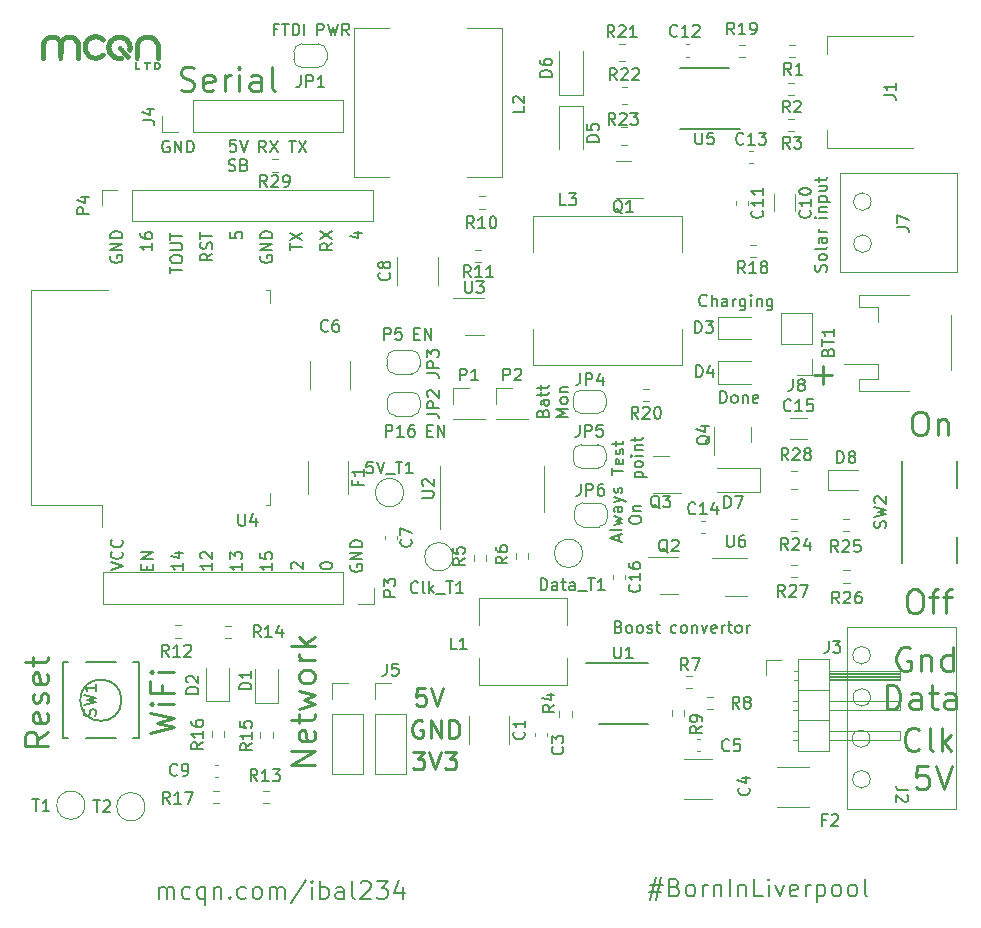
<source format=gbr>
G04 #@! TF.GenerationSoftware,KiCad,Pcbnew,6.99.0-unknown-70a038877e~161~ubuntu22.04.1*
G04 #@! TF.CreationDate,2023-01-18T13:45:27+00:00*
G04 #@! TF.ProjectId,MyBikesGotLED,4d794269-6b65-4734-976f-744c45442e6b,rev?*
G04 #@! TF.SameCoordinates,PX586a470PY296c010*
G04 #@! TF.FileFunction,Legend,Top*
G04 #@! TF.FilePolarity,Positive*
%FSLAX46Y46*%
G04 Gerber Fmt 4.6, Leading zero omitted, Abs format (unit mm)*
G04 Created by KiCad (PCBNEW 6.99.0-unknown-70a038877e~161~ubuntu22.04.1) date 2023-01-18 13:45:27*
%MOMM*%
%LPD*%
G01*
G04 APERTURE LIST*
%ADD10C,0.200000*%
%ADD11C,0.150000*%
%ADD12C,0.250000*%
%ADD13C,0.010000*%
%ADD14C,0.120000*%
G04 APERTURE END LIST*
D10*
X55237143Y-82137071D02*
X56308571Y-82137071D01*
X55665714Y-81494214D02*
X55237143Y-83422785D01*
X56165714Y-82779928D02*
X55094286Y-82779928D01*
X55737143Y-83422785D02*
X56165714Y-81494214D01*
X57308571Y-82351357D02*
X57522857Y-82422785D01*
X57522857Y-82422785D02*
X57594286Y-82494214D01*
X57594286Y-82494214D02*
X57665714Y-82637071D01*
X57665714Y-82637071D02*
X57665714Y-82851357D01*
X57665714Y-82851357D02*
X57594286Y-82994214D01*
X57594286Y-82994214D02*
X57522857Y-83065642D01*
X57522857Y-83065642D02*
X57380000Y-83137071D01*
X57380000Y-83137071D02*
X56808571Y-83137071D01*
X56808571Y-83137071D02*
X56808571Y-81637071D01*
X56808571Y-81637071D02*
X57308571Y-81637071D01*
X57308571Y-81637071D02*
X57451429Y-81708500D01*
X57451429Y-81708500D02*
X57522857Y-81779928D01*
X57522857Y-81779928D02*
X57594286Y-81922785D01*
X57594286Y-81922785D02*
X57594286Y-82065642D01*
X57594286Y-82065642D02*
X57522857Y-82208500D01*
X57522857Y-82208500D02*
X57451429Y-82279928D01*
X57451429Y-82279928D02*
X57308571Y-82351357D01*
X57308571Y-82351357D02*
X56808571Y-82351357D01*
X58522857Y-83137071D02*
X58380000Y-83065642D01*
X58380000Y-83065642D02*
X58308571Y-82994214D01*
X58308571Y-82994214D02*
X58237143Y-82851357D01*
X58237143Y-82851357D02*
X58237143Y-82422785D01*
X58237143Y-82422785D02*
X58308571Y-82279928D01*
X58308571Y-82279928D02*
X58380000Y-82208500D01*
X58380000Y-82208500D02*
X58522857Y-82137071D01*
X58522857Y-82137071D02*
X58737143Y-82137071D01*
X58737143Y-82137071D02*
X58880000Y-82208500D01*
X58880000Y-82208500D02*
X58951429Y-82279928D01*
X58951429Y-82279928D02*
X59022857Y-82422785D01*
X59022857Y-82422785D02*
X59022857Y-82851357D01*
X59022857Y-82851357D02*
X58951429Y-82994214D01*
X58951429Y-82994214D02*
X58880000Y-83065642D01*
X58880000Y-83065642D02*
X58737143Y-83137071D01*
X58737143Y-83137071D02*
X58522857Y-83137071D01*
X59665714Y-83137071D02*
X59665714Y-82137071D01*
X59665714Y-82422785D02*
X59737143Y-82279928D01*
X59737143Y-82279928D02*
X59808572Y-82208500D01*
X59808572Y-82208500D02*
X59951429Y-82137071D01*
X59951429Y-82137071D02*
X60094286Y-82137071D01*
X60594285Y-82137071D02*
X60594285Y-83137071D01*
X60594285Y-82279928D02*
X60665714Y-82208500D01*
X60665714Y-82208500D02*
X60808571Y-82137071D01*
X60808571Y-82137071D02*
X61022857Y-82137071D01*
X61022857Y-82137071D02*
X61165714Y-82208500D01*
X61165714Y-82208500D02*
X61237143Y-82351357D01*
X61237143Y-82351357D02*
X61237143Y-83137071D01*
X61951428Y-83137071D02*
X61951428Y-81637071D01*
X62665714Y-82137071D02*
X62665714Y-83137071D01*
X62665714Y-82279928D02*
X62737143Y-82208500D01*
X62737143Y-82208500D02*
X62880000Y-82137071D01*
X62880000Y-82137071D02*
X63094286Y-82137071D01*
X63094286Y-82137071D02*
X63237143Y-82208500D01*
X63237143Y-82208500D02*
X63308572Y-82351357D01*
X63308572Y-82351357D02*
X63308572Y-83137071D01*
X64737143Y-83137071D02*
X64022857Y-83137071D01*
X64022857Y-83137071D02*
X64022857Y-81637071D01*
X65237143Y-83137071D02*
X65237143Y-82137071D01*
X65237143Y-81637071D02*
X65165715Y-81708500D01*
X65165715Y-81708500D02*
X65237143Y-81779928D01*
X65237143Y-81779928D02*
X65308572Y-81708500D01*
X65308572Y-81708500D02*
X65237143Y-81637071D01*
X65237143Y-81637071D02*
X65237143Y-81779928D01*
X65808572Y-82137071D02*
X66165715Y-83137071D01*
X66165715Y-83137071D02*
X66522858Y-82137071D01*
X67665715Y-83065642D02*
X67522858Y-83137071D01*
X67522858Y-83137071D02*
X67237144Y-83137071D01*
X67237144Y-83137071D02*
X67094286Y-83065642D01*
X67094286Y-83065642D02*
X67022858Y-82922785D01*
X67022858Y-82922785D02*
X67022858Y-82351357D01*
X67022858Y-82351357D02*
X67094286Y-82208500D01*
X67094286Y-82208500D02*
X67237144Y-82137071D01*
X67237144Y-82137071D02*
X67522858Y-82137071D01*
X67522858Y-82137071D02*
X67665715Y-82208500D01*
X67665715Y-82208500D02*
X67737144Y-82351357D01*
X67737144Y-82351357D02*
X67737144Y-82494214D01*
X67737144Y-82494214D02*
X67022858Y-82637071D01*
X68380000Y-83137071D02*
X68380000Y-82137071D01*
X68380000Y-82422785D02*
X68451429Y-82279928D01*
X68451429Y-82279928D02*
X68522858Y-82208500D01*
X68522858Y-82208500D02*
X68665715Y-82137071D01*
X68665715Y-82137071D02*
X68808572Y-82137071D01*
X69308571Y-82137071D02*
X69308571Y-83637071D01*
X69308571Y-82208500D02*
X69451429Y-82137071D01*
X69451429Y-82137071D02*
X69737143Y-82137071D01*
X69737143Y-82137071D02*
X69880000Y-82208500D01*
X69880000Y-82208500D02*
X69951429Y-82279928D01*
X69951429Y-82279928D02*
X70022857Y-82422785D01*
X70022857Y-82422785D02*
X70022857Y-82851357D01*
X70022857Y-82851357D02*
X69951429Y-82994214D01*
X69951429Y-82994214D02*
X69880000Y-83065642D01*
X69880000Y-83065642D02*
X69737143Y-83137071D01*
X69737143Y-83137071D02*
X69451429Y-83137071D01*
X69451429Y-83137071D02*
X69308571Y-83065642D01*
X70880000Y-83137071D02*
X70737143Y-83065642D01*
X70737143Y-83065642D02*
X70665714Y-82994214D01*
X70665714Y-82994214D02*
X70594286Y-82851357D01*
X70594286Y-82851357D02*
X70594286Y-82422785D01*
X70594286Y-82422785D02*
X70665714Y-82279928D01*
X70665714Y-82279928D02*
X70737143Y-82208500D01*
X70737143Y-82208500D02*
X70880000Y-82137071D01*
X70880000Y-82137071D02*
X71094286Y-82137071D01*
X71094286Y-82137071D02*
X71237143Y-82208500D01*
X71237143Y-82208500D02*
X71308572Y-82279928D01*
X71308572Y-82279928D02*
X71380000Y-82422785D01*
X71380000Y-82422785D02*
X71380000Y-82851357D01*
X71380000Y-82851357D02*
X71308572Y-82994214D01*
X71308572Y-82994214D02*
X71237143Y-83065642D01*
X71237143Y-83065642D02*
X71094286Y-83137071D01*
X71094286Y-83137071D02*
X70880000Y-83137071D01*
X72237143Y-83137071D02*
X72094286Y-83065642D01*
X72094286Y-83065642D02*
X72022857Y-82994214D01*
X72022857Y-82994214D02*
X71951429Y-82851357D01*
X71951429Y-82851357D02*
X71951429Y-82422785D01*
X71951429Y-82422785D02*
X72022857Y-82279928D01*
X72022857Y-82279928D02*
X72094286Y-82208500D01*
X72094286Y-82208500D02*
X72237143Y-82137071D01*
X72237143Y-82137071D02*
X72451429Y-82137071D01*
X72451429Y-82137071D02*
X72594286Y-82208500D01*
X72594286Y-82208500D02*
X72665715Y-82279928D01*
X72665715Y-82279928D02*
X72737143Y-82422785D01*
X72737143Y-82422785D02*
X72737143Y-82851357D01*
X72737143Y-82851357D02*
X72665715Y-82994214D01*
X72665715Y-82994214D02*
X72594286Y-83065642D01*
X72594286Y-83065642D02*
X72451429Y-83137071D01*
X72451429Y-83137071D02*
X72237143Y-83137071D01*
X73594286Y-83137071D02*
X73451429Y-83065642D01*
X73451429Y-83065642D02*
X73380000Y-82922785D01*
X73380000Y-82922785D02*
X73380000Y-81637071D01*
D11*
X15667380Y-54896476D02*
X15667380Y-55467904D01*
X15667380Y-55182190D02*
X14667380Y-55182190D01*
X14667380Y-55182190D02*
X14810238Y-55277428D01*
X14810238Y-55277428D02*
X14905476Y-55372666D01*
X14905476Y-55372666D02*
X14953095Y-55467904D01*
X15000714Y-54039333D02*
X15667380Y-54039333D01*
X14619761Y-54277428D02*
X15334047Y-54515523D01*
X15334047Y-54515523D02*
X15334047Y-53896476D01*
X12593571Y-55474094D02*
X12593571Y-55140761D01*
X13117380Y-54997904D02*
X13117380Y-55474094D01*
X13117380Y-55474094D02*
X12117380Y-55474094D01*
X12117380Y-55474094D02*
X12117380Y-54997904D01*
X13117380Y-54569332D02*
X12117380Y-54569332D01*
X12117380Y-54569332D02*
X13117380Y-53997904D01*
X13117380Y-53997904D02*
X12117380Y-53997904D01*
X9547380Y-55519332D02*
X10547380Y-55185999D01*
X10547380Y-55185999D02*
X9547380Y-54852666D01*
X10452142Y-53947904D02*
X10499761Y-53995523D01*
X10499761Y-53995523D02*
X10547380Y-54138380D01*
X10547380Y-54138380D02*
X10547380Y-54233618D01*
X10547380Y-54233618D02*
X10499761Y-54376475D01*
X10499761Y-54376475D02*
X10404523Y-54471713D01*
X10404523Y-54471713D02*
X10309285Y-54519332D01*
X10309285Y-54519332D02*
X10118809Y-54566951D01*
X10118809Y-54566951D02*
X9975952Y-54566951D01*
X9975952Y-54566951D02*
X9785476Y-54519332D01*
X9785476Y-54519332D02*
X9690238Y-54471713D01*
X9690238Y-54471713D02*
X9595000Y-54376475D01*
X9595000Y-54376475D02*
X9547380Y-54233618D01*
X9547380Y-54233618D02*
X9547380Y-54138380D01*
X9547380Y-54138380D02*
X9595000Y-53995523D01*
X9595000Y-53995523D02*
X9642619Y-53947904D01*
X10452142Y-52947904D02*
X10499761Y-52995523D01*
X10499761Y-52995523D02*
X10547380Y-53138380D01*
X10547380Y-53138380D02*
X10547380Y-53233618D01*
X10547380Y-53233618D02*
X10499761Y-53376475D01*
X10499761Y-53376475D02*
X10404523Y-53471713D01*
X10404523Y-53471713D02*
X10309285Y-53519332D01*
X10309285Y-53519332D02*
X10118809Y-53566951D01*
X10118809Y-53566951D02*
X9975952Y-53566951D01*
X9975952Y-53566951D02*
X9785476Y-53519332D01*
X9785476Y-53519332D02*
X9690238Y-53471713D01*
X9690238Y-53471713D02*
X9595000Y-53376475D01*
X9595000Y-53376475D02*
X9547380Y-53233618D01*
X9547380Y-53233618D02*
X9547380Y-53138380D01*
X9547380Y-53138380D02*
X9595000Y-52995523D01*
X9595000Y-52995523D02*
X9642619Y-52947904D01*
X20647380Y-54916476D02*
X20647380Y-55487904D01*
X20647380Y-55202190D02*
X19647380Y-55202190D01*
X19647380Y-55202190D02*
X19790238Y-55297428D01*
X19790238Y-55297428D02*
X19885476Y-55392666D01*
X19885476Y-55392666D02*
X19933095Y-55487904D01*
X19647380Y-54583142D02*
X19647380Y-53964095D01*
X19647380Y-53964095D02*
X20028333Y-54297428D01*
X20028333Y-54297428D02*
X20028333Y-54154571D01*
X20028333Y-54154571D02*
X20075952Y-54059333D01*
X20075952Y-54059333D02*
X20123571Y-54011714D01*
X20123571Y-54011714D02*
X20218809Y-53964095D01*
X20218809Y-53964095D02*
X20456904Y-53964095D01*
X20456904Y-53964095D02*
X20552142Y-54011714D01*
X20552142Y-54011714D02*
X20599761Y-54059333D01*
X20599761Y-54059333D02*
X20647380Y-54154571D01*
X20647380Y-54154571D02*
X20647380Y-54440285D01*
X20647380Y-54440285D02*
X20599761Y-54535523D01*
X20599761Y-54535523D02*
X20552142Y-54583142D01*
X23207380Y-54926476D02*
X23207380Y-55497904D01*
X23207380Y-55212190D02*
X22207380Y-55212190D01*
X22207380Y-55212190D02*
X22350238Y-55307428D01*
X22350238Y-55307428D02*
X22445476Y-55402666D01*
X22445476Y-55402666D02*
X22493095Y-55497904D01*
X22207380Y-54021714D02*
X22207380Y-54497904D01*
X22207380Y-54497904D02*
X22683571Y-54545523D01*
X22683571Y-54545523D02*
X22635952Y-54497904D01*
X22635952Y-54497904D02*
X22588333Y-54402666D01*
X22588333Y-54402666D02*
X22588333Y-54164571D01*
X22588333Y-54164571D02*
X22635952Y-54069333D01*
X22635952Y-54069333D02*
X22683571Y-54021714D01*
X22683571Y-54021714D02*
X22778809Y-53974095D01*
X22778809Y-53974095D02*
X23016904Y-53974095D01*
X23016904Y-53974095D02*
X23112142Y-54021714D01*
X23112142Y-54021714D02*
X23159761Y-54069333D01*
X23159761Y-54069333D02*
X23207380Y-54164571D01*
X23207380Y-54164571D02*
X23207380Y-54402666D01*
X23207380Y-54402666D02*
X23159761Y-54497904D01*
X23159761Y-54497904D02*
X23112142Y-54545523D01*
X24872619Y-55401713D02*
X24825000Y-55354094D01*
X24825000Y-55354094D02*
X24777380Y-55258856D01*
X24777380Y-55258856D02*
X24777380Y-55020761D01*
X24777380Y-55020761D02*
X24825000Y-54925523D01*
X24825000Y-54925523D02*
X24872619Y-54877904D01*
X24872619Y-54877904D02*
X24967857Y-54830285D01*
X24967857Y-54830285D02*
X25063095Y-54830285D01*
X25063095Y-54830285D02*
X25205952Y-54877904D01*
X25205952Y-54877904D02*
X25777380Y-55449332D01*
X25777380Y-55449332D02*
X25777380Y-54830285D01*
X27277380Y-55183618D02*
X27277380Y-55088380D01*
X27277380Y-55088380D02*
X27325000Y-54993142D01*
X27325000Y-54993142D02*
X27372619Y-54945523D01*
X27372619Y-54945523D02*
X27467857Y-54897904D01*
X27467857Y-54897904D02*
X27658333Y-54850285D01*
X27658333Y-54850285D02*
X27896428Y-54850285D01*
X27896428Y-54850285D02*
X28086904Y-54897904D01*
X28086904Y-54897904D02*
X28182142Y-54945523D01*
X28182142Y-54945523D02*
X28229761Y-54993142D01*
X28229761Y-54993142D02*
X28277380Y-55088380D01*
X28277380Y-55088380D02*
X28277380Y-55183618D01*
X28277380Y-55183618D02*
X28229761Y-55278856D01*
X28229761Y-55278856D02*
X28182142Y-55326475D01*
X28182142Y-55326475D02*
X28086904Y-55374094D01*
X28086904Y-55374094D02*
X27896428Y-55421713D01*
X27896428Y-55421713D02*
X27658333Y-55421713D01*
X27658333Y-55421713D02*
X27467857Y-55374094D01*
X27467857Y-55374094D02*
X27372619Y-55326475D01*
X27372619Y-55326475D02*
X27325000Y-55278856D01*
X27325000Y-55278856D02*
X27277380Y-55183618D01*
X29885000Y-55077904D02*
X29837380Y-55173142D01*
X29837380Y-55173142D02*
X29837380Y-55315999D01*
X29837380Y-55315999D02*
X29885000Y-55458856D01*
X29885000Y-55458856D02*
X29980238Y-55554094D01*
X29980238Y-55554094D02*
X30075476Y-55601713D01*
X30075476Y-55601713D02*
X30265952Y-55649332D01*
X30265952Y-55649332D02*
X30408809Y-55649332D01*
X30408809Y-55649332D02*
X30599285Y-55601713D01*
X30599285Y-55601713D02*
X30694523Y-55554094D01*
X30694523Y-55554094D02*
X30789761Y-55458856D01*
X30789761Y-55458856D02*
X30837380Y-55315999D01*
X30837380Y-55315999D02*
X30837380Y-55220761D01*
X30837380Y-55220761D02*
X30789761Y-55077904D01*
X30789761Y-55077904D02*
X30742142Y-55030285D01*
X30742142Y-55030285D02*
X30408809Y-55030285D01*
X30408809Y-55030285D02*
X30408809Y-55220761D01*
X30837380Y-54601713D02*
X29837380Y-54601713D01*
X29837380Y-54601713D02*
X30837380Y-54030285D01*
X30837380Y-54030285D02*
X29837380Y-54030285D01*
X30837380Y-53554094D02*
X29837380Y-53554094D01*
X29837380Y-53554094D02*
X29837380Y-53315999D01*
X29837380Y-53315999D02*
X29885000Y-53173142D01*
X29885000Y-53173142D02*
X29980238Y-53077904D01*
X29980238Y-53077904D02*
X30075476Y-53030285D01*
X30075476Y-53030285D02*
X30265952Y-52982666D01*
X30265952Y-52982666D02*
X30408809Y-52982666D01*
X30408809Y-52982666D02*
X30599285Y-53030285D01*
X30599285Y-53030285D02*
X30694523Y-53077904D01*
X30694523Y-53077904D02*
X30789761Y-53173142D01*
X30789761Y-53173142D02*
X30837380Y-53315999D01*
X30837380Y-53315999D02*
X30837380Y-53554094D01*
X30170714Y-26947523D02*
X30837380Y-26947523D01*
X29789761Y-27185618D02*
X30504047Y-27423713D01*
X30504047Y-27423713D02*
X30504047Y-26804666D01*
X28297380Y-27812666D02*
X27821190Y-28145999D01*
X28297380Y-28384094D02*
X27297380Y-28384094D01*
X27297380Y-28384094D02*
X27297380Y-28003142D01*
X27297380Y-28003142D02*
X27345000Y-27907904D01*
X27345000Y-27907904D02*
X27392619Y-27860285D01*
X27392619Y-27860285D02*
X27487857Y-27812666D01*
X27487857Y-27812666D02*
X27630714Y-27812666D01*
X27630714Y-27812666D02*
X27725952Y-27860285D01*
X27725952Y-27860285D02*
X27773571Y-27907904D01*
X27773571Y-27907904D02*
X27821190Y-28003142D01*
X27821190Y-28003142D02*
X27821190Y-28384094D01*
X27297380Y-27479332D02*
X28297380Y-26812666D01*
X27297380Y-26812666D02*
X28297380Y-27479332D01*
X24757380Y-28407904D02*
X24757380Y-27836476D01*
X25757380Y-28122190D02*
X24757380Y-28122190D01*
X24757380Y-27598380D02*
X25757380Y-26931714D01*
X24757380Y-26931714D02*
X25757380Y-27598380D01*
X22265000Y-28915904D02*
X22217380Y-29011142D01*
X22217380Y-29011142D02*
X22217380Y-29153999D01*
X22217380Y-29153999D02*
X22265000Y-29296856D01*
X22265000Y-29296856D02*
X22360238Y-29392094D01*
X22360238Y-29392094D02*
X22455476Y-29439713D01*
X22455476Y-29439713D02*
X22645952Y-29487332D01*
X22645952Y-29487332D02*
X22788809Y-29487332D01*
X22788809Y-29487332D02*
X22979285Y-29439713D01*
X22979285Y-29439713D02*
X23074523Y-29392094D01*
X23074523Y-29392094D02*
X23169761Y-29296856D01*
X23169761Y-29296856D02*
X23217380Y-29153999D01*
X23217380Y-29153999D02*
X23217380Y-29058761D01*
X23217380Y-29058761D02*
X23169761Y-28915904D01*
X23169761Y-28915904D02*
X23122142Y-28868285D01*
X23122142Y-28868285D02*
X22788809Y-28868285D01*
X22788809Y-28868285D02*
X22788809Y-29058761D01*
X23217380Y-28439713D02*
X22217380Y-28439713D01*
X22217380Y-28439713D02*
X23217380Y-27868285D01*
X23217380Y-27868285D02*
X22217380Y-27868285D01*
X23217380Y-27392094D02*
X22217380Y-27392094D01*
X22217380Y-27392094D02*
X22217380Y-27153999D01*
X22217380Y-27153999D02*
X22265000Y-27011142D01*
X22265000Y-27011142D02*
X22360238Y-26915904D01*
X22360238Y-26915904D02*
X22455476Y-26868285D01*
X22455476Y-26868285D02*
X22645952Y-26820666D01*
X22645952Y-26820666D02*
X22788809Y-26820666D01*
X22788809Y-26820666D02*
X22979285Y-26868285D01*
X22979285Y-26868285D02*
X23074523Y-26915904D01*
X23074523Y-26915904D02*
X23169761Y-27011142D01*
X23169761Y-27011142D02*
X23217380Y-27153999D01*
X23217380Y-27153999D02*
X23217380Y-27392094D01*
X19677380Y-26899904D02*
X19677380Y-27376094D01*
X19677380Y-27376094D02*
X20153571Y-27423713D01*
X20153571Y-27423713D02*
X20105952Y-27376094D01*
X20105952Y-27376094D02*
X20058333Y-27280856D01*
X20058333Y-27280856D02*
X20058333Y-27042761D01*
X20058333Y-27042761D02*
X20105952Y-26947523D01*
X20105952Y-26947523D02*
X20153571Y-26899904D01*
X20153571Y-26899904D02*
X20248809Y-26852285D01*
X20248809Y-26852285D02*
X20486904Y-26852285D01*
X20486904Y-26852285D02*
X20582142Y-26899904D01*
X20582142Y-26899904D02*
X20629761Y-26947523D01*
X20629761Y-26947523D02*
X20677380Y-27042761D01*
X20677380Y-27042761D02*
X20677380Y-27280856D01*
X20677380Y-27280856D02*
X20629761Y-27376094D01*
X20629761Y-27376094D02*
X20582142Y-27423713D01*
X18137380Y-28701619D02*
X17661190Y-29034952D01*
X18137380Y-29273047D02*
X17137380Y-29273047D01*
X17137380Y-29273047D02*
X17137380Y-28892095D01*
X17137380Y-28892095D02*
X17185000Y-28796857D01*
X17185000Y-28796857D02*
X17232619Y-28749238D01*
X17232619Y-28749238D02*
X17327857Y-28701619D01*
X17327857Y-28701619D02*
X17470714Y-28701619D01*
X17470714Y-28701619D02*
X17565952Y-28749238D01*
X17565952Y-28749238D02*
X17613571Y-28796857D01*
X17613571Y-28796857D02*
X17661190Y-28892095D01*
X17661190Y-28892095D02*
X17661190Y-29273047D01*
X18089761Y-28320666D02*
X18137380Y-28177809D01*
X18137380Y-28177809D02*
X18137380Y-27939714D01*
X18137380Y-27939714D02*
X18089761Y-27844476D01*
X18089761Y-27844476D02*
X18042142Y-27796857D01*
X18042142Y-27796857D02*
X17946904Y-27749238D01*
X17946904Y-27749238D02*
X17851666Y-27749238D01*
X17851666Y-27749238D02*
X17756428Y-27796857D01*
X17756428Y-27796857D02*
X17708809Y-27844476D01*
X17708809Y-27844476D02*
X17661190Y-27939714D01*
X17661190Y-27939714D02*
X17613571Y-28130190D01*
X17613571Y-28130190D02*
X17565952Y-28225428D01*
X17565952Y-28225428D02*
X17518333Y-28273047D01*
X17518333Y-28273047D02*
X17423095Y-28320666D01*
X17423095Y-28320666D02*
X17327857Y-28320666D01*
X17327857Y-28320666D02*
X17232619Y-28273047D01*
X17232619Y-28273047D02*
X17185000Y-28225428D01*
X17185000Y-28225428D02*
X17137380Y-28130190D01*
X17137380Y-28130190D02*
X17137380Y-27892095D01*
X17137380Y-27892095D02*
X17185000Y-27749238D01*
X17137380Y-27463523D02*
X17137380Y-26892095D01*
X18137380Y-27177809D02*
X17137380Y-27177809D01*
X14597380Y-30376285D02*
X14597380Y-29804857D01*
X15597380Y-30090571D02*
X14597380Y-30090571D01*
X14597380Y-29281047D02*
X14597380Y-29090571D01*
X14597380Y-29090571D02*
X14645000Y-28995333D01*
X14645000Y-28995333D02*
X14740238Y-28900095D01*
X14740238Y-28900095D02*
X14930714Y-28852476D01*
X14930714Y-28852476D02*
X15264047Y-28852476D01*
X15264047Y-28852476D02*
X15454523Y-28900095D01*
X15454523Y-28900095D02*
X15549761Y-28995333D01*
X15549761Y-28995333D02*
X15597380Y-29090571D01*
X15597380Y-29090571D02*
X15597380Y-29281047D01*
X15597380Y-29281047D02*
X15549761Y-29376285D01*
X15549761Y-29376285D02*
X15454523Y-29471523D01*
X15454523Y-29471523D02*
X15264047Y-29519142D01*
X15264047Y-29519142D02*
X14930714Y-29519142D01*
X14930714Y-29519142D02*
X14740238Y-29471523D01*
X14740238Y-29471523D02*
X14645000Y-29376285D01*
X14645000Y-29376285D02*
X14597380Y-29281047D01*
X14597380Y-28423904D02*
X15406904Y-28423904D01*
X15406904Y-28423904D02*
X15502142Y-28376285D01*
X15502142Y-28376285D02*
X15549761Y-28328666D01*
X15549761Y-28328666D02*
X15597380Y-28233428D01*
X15597380Y-28233428D02*
X15597380Y-28042952D01*
X15597380Y-28042952D02*
X15549761Y-27947714D01*
X15549761Y-27947714D02*
X15502142Y-27900095D01*
X15502142Y-27900095D02*
X15406904Y-27852476D01*
X15406904Y-27852476D02*
X14597380Y-27852476D01*
X14597380Y-27519142D02*
X14597380Y-26947714D01*
X15597380Y-27233428D02*
X14597380Y-27233428D01*
X13057380Y-27836476D02*
X13057380Y-28407904D01*
X13057380Y-28122190D02*
X12057380Y-28122190D01*
X12057380Y-28122190D02*
X12200238Y-28217428D01*
X12200238Y-28217428D02*
X12295476Y-28312666D01*
X12295476Y-28312666D02*
X12343095Y-28407904D01*
X12057380Y-26979333D02*
X12057380Y-27169809D01*
X12057380Y-27169809D02*
X12105000Y-27265047D01*
X12105000Y-27265047D02*
X12152619Y-27312666D01*
X12152619Y-27312666D02*
X12295476Y-27407904D01*
X12295476Y-27407904D02*
X12485952Y-27455523D01*
X12485952Y-27455523D02*
X12866904Y-27455523D01*
X12866904Y-27455523D02*
X12962142Y-27407904D01*
X12962142Y-27407904D02*
X13009761Y-27360285D01*
X13009761Y-27360285D02*
X13057380Y-27265047D01*
X13057380Y-27265047D02*
X13057380Y-27074571D01*
X13057380Y-27074571D02*
X13009761Y-26979333D01*
X13009761Y-26979333D02*
X12962142Y-26931714D01*
X12962142Y-26931714D02*
X12866904Y-26884095D01*
X12866904Y-26884095D02*
X12628809Y-26884095D01*
X12628809Y-26884095D02*
X12533571Y-26931714D01*
X12533571Y-26931714D02*
X12485952Y-26979333D01*
X12485952Y-26979333D02*
X12438333Y-27074571D01*
X12438333Y-27074571D02*
X12438333Y-27265047D01*
X12438333Y-27265047D02*
X12485952Y-27360285D01*
X12485952Y-27360285D02*
X12533571Y-27407904D01*
X12533571Y-27407904D02*
X12628809Y-27455523D01*
X9565000Y-28915904D02*
X9517380Y-29011142D01*
X9517380Y-29011142D02*
X9517380Y-29153999D01*
X9517380Y-29153999D02*
X9565000Y-29296856D01*
X9565000Y-29296856D02*
X9660238Y-29392094D01*
X9660238Y-29392094D02*
X9755476Y-29439713D01*
X9755476Y-29439713D02*
X9945952Y-29487332D01*
X9945952Y-29487332D02*
X10088809Y-29487332D01*
X10088809Y-29487332D02*
X10279285Y-29439713D01*
X10279285Y-29439713D02*
X10374523Y-29392094D01*
X10374523Y-29392094D02*
X10469761Y-29296856D01*
X10469761Y-29296856D02*
X10517380Y-29153999D01*
X10517380Y-29153999D02*
X10517380Y-29058761D01*
X10517380Y-29058761D02*
X10469761Y-28915904D01*
X10469761Y-28915904D02*
X10422142Y-28868285D01*
X10422142Y-28868285D02*
X10088809Y-28868285D01*
X10088809Y-28868285D02*
X10088809Y-29058761D01*
X10517380Y-28439713D02*
X9517380Y-28439713D01*
X9517380Y-28439713D02*
X10517380Y-27868285D01*
X10517380Y-27868285D02*
X9517380Y-27868285D01*
X10517380Y-27392094D02*
X9517380Y-27392094D01*
X9517380Y-27392094D02*
X9517380Y-27153999D01*
X9517380Y-27153999D02*
X9565000Y-27011142D01*
X9565000Y-27011142D02*
X9660238Y-26915904D01*
X9660238Y-26915904D02*
X9755476Y-26868285D01*
X9755476Y-26868285D02*
X9945952Y-26820666D01*
X9945952Y-26820666D02*
X10088809Y-26820666D01*
X10088809Y-26820666D02*
X10279285Y-26868285D01*
X10279285Y-26868285D02*
X10374523Y-26915904D01*
X10374523Y-26915904D02*
X10469761Y-27011142D01*
X10469761Y-27011142D02*
X10517380Y-27153999D01*
X10517380Y-27153999D02*
X10517380Y-27392094D01*
D12*
X75255238Y-67260761D02*
X75255238Y-65260761D01*
X75255238Y-65260761D02*
X75731428Y-65260761D01*
X75731428Y-65260761D02*
X76017143Y-65356000D01*
X76017143Y-65356000D02*
X76207619Y-65546476D01*
X76207619Y-65546476D02*
X76302857Y-65736952D01*
X76302857Y-65736952D02*
X76398095Y-66117904D01*
X76398095Y-66117904D02*
X76398095Y-66403619D01*
X76398095Y-66403619D02*
X76302857Y-66784571D01*
X76302857Y-66784571D02*
X76207619Y-66975047D01*
X76207619Y-66975047D02*
X76017143Y-67165523D01*
X76017143Y-67165523D02*
X75731428Y-67260761D01*
X75731428Y-67260761D02*
X75255238Y-67260761D01*
X78112381Y-67260761D02*
X78112381Y-66213142D01*
X78112381Y-66213142D02*
X78017143Y-66022666D01*
X78017143Y-66022666D02*
X77826667Y-65927428D01*
X77826667Y-65927428D02*
X77445714Y-65927428D01*
X77445714Y-65927428D02*
X77255238Y-66022666D01*
X78112381Y-67165523D02*
X77921905Y-67260761D01*
X77921905Y-67260761D02*
X77445714Y-67260761D01*
X77445714Y-67260761D02*
X77255238Y-67165523D01*
X77255238Y-67165523D02*
X77160000Y-66975047D01*
X77160000Y-66975047D02*
X77160000Y-66784571D01*
X77160000Y-66784571D02*
X77255238Y-66594095D01*
X77255238Y-66594095D02*
X77445714Y-66498857D01*
X77445714Y-66498857D02*
X77921905Y-66498857D01*
X77921905Y-66498857D02*
X78112381Y-66403619D01*
X78779048Y-65927428D02*
X79540952Y-65927428D01*
X79064762Y-65260761D02*
X79064762Y-66975047D01*
X79064762Y-66975047D02*
X79160000Y-67165523D01*
X79160000Y-67165523D02*
X79350476Y-67260761D01*
X79350476Y-67260761D02*
X79540952Y-67260761D01*
X81064762Y-67260761D02*
X81064762Y-66213142D01*
X81064762Y-66213142D02*
X80969524Y-66022666D01*
X80969524Y-66022666D02*
X80779048Y-65927428D01*
X80779048Y-65927428D02*
X80398095Y-65927428D01*
X80398095Y-65927428D02*
X80207619Y-66022666D01*
X81064762Y-67165523D02*
X80874286Y-67260761D01*
X80874286Y-67260761D02*
X80398095Y-67260761D01*
X80398095Y-67260761D02*
X80207619Y-67165523D01*
X80207619Y-67165523D02*
X80112381Y-66975047D01*
X80112381Y-66975047D02*
X80112381Y-66784571D01*
X80112381Y-66784571D02*
X80207619Y-66594095D01*
X80207619Y-66594095D02*
X80398095Y-66498857D01*
X80398095Y-66498857D02*
X80874286Y-66498857D01*
X80874286Y-66498857D02*
X81064762Y-66403619D01*
X77204285Y-62126000D02*
X77013809Y-62030761D01*
X77013809Y-62030761D02*
X76728095Y-62030761D01*
X76728095Y-62030761D02*
X76442380Y-62126000D01*
X76442380Y-62126000D02*
X76251904Y-62316476D01*
X76251904Y-62316476D02*
X76156666Y-62506952D01*
X76156666Y-62506952D02*
X76061428Y-62887904D01*
X76061428Y-62887904D02*
X76061428Y-63173619D01*
X76061428Y-63173619D02*
X76156666Y-63554571D01*
X76156666Y-63554571D02*
X76251904Y-63745047D01*
X76251904Y-63745047D02*
X76442380Y-63935523D01*
X76442380Y-63935523D02*
X76728095Y-64030761D01*
X76728095Y-64030761D02*
X76918571Y-64030761D01*
X76918571Y-64030761D02*
X77204285Y-63935523D01*
X77204285Y-63935523D02*
X77299523Y-63840285D01*
X77299523Y-63840285D02*
X77299523Y-63173619D01*
X77299523Y-63173619D02*
X76918571Y-63173619D01*
X78156666Y-62697428D02*
X78156666Y-64030761D01*
X78156666Y-62887904D02*
X78251904Y-62792666D01*
X78251904Y-62792666D02*
X78442380Y-62697428D01*
X78442380Y-62697428D02*
X78728095Y-62697428D01*
X78728095Y-62697428D02*
X78918571Y-62792666D01*
X78918571Y-62792666D02*
X79013809Y-62983142D01*
X79013809Y-62983142D02*
X79013809Y-64030761D01*
X80823333Y-64030761D02*
X80823333Y-62030761D01*
X80823333Y-63935523D02*
X80632857Y-64030761D01*
X80632857Y-64030761D02*
X80251904Y-64030761D01*
X80251904Y-64030761D02*
X80061428Y-63935523D01*
X80061428Y-63935523D02*
X79966190Y-63840285D01*
X79966190Y-63840285D02*
X79870952Y-63649809D01*
X79870952Y-63649809D02*
X79870952Y-63078380D01*
X79870952Y-63078380D02*
X79966190Y-62887904D01*
X79966190Y-62887904D02*
X80061428Y-62792666D01*
X80061428Y-62792666D02*
X80251904Y-62697428D01*
X80251904Y-62697428D02*
X80632857Y-62697428D01*
X80632857Y-62697428D02*
X80823333Y-62792666D01*
X36184286Y-65527071D02*
X35470000Y-65527071D01*
X35470000Y-65527071D02*
X35398572Y-66241357D01*
X35398572Y-66241357D02*
X35470000Y-66169928D01*
X35470000Y-66169928D02*
X35612858Y-66098500D01*
X35612858Y-66098500D02*
X35970000Y-66098500D01*
X35970000Y-66098500D02*
X36112858Y-66169928D01*
X36112858Y-66169928D02*
X36184286Y-66241357D01*
X36184286Y-66241357D02*
X36255715Y-66384214D01*
X36255715Y-66384214D02*
X36255715Y-66741357D01*
X36255715Y-66741357D02*
X36184286Y-66884214D01*
X36184286Y-66884214D02*
X36112858Y-66955642D01*
X36112858Y-66955642D02*
X35970000Y-67027071D01*
X35970000Y-67027071D02*
X35612858Y-67027071D01*
X35612858Y-67027071D02*
X35470000Y-66955642D01*
X35470000Y-66955642D02*
X35398572Y-66884214D01*
X36684286Y-65527071D02*
X37184286Y-67027071D01*
X37184286Y-67027071D02*
X37684286Y-65527071D01*
X12894761Y-69302666D02*
X14894761Y-68826476D01*
X14894761Y-68826476D02*
X13466190Y-68445523D01*
X13466190Y-68445523D02*
X14894761Y-68064571D01*
X14894761Y-68064571D02*
X12894761Y-67588381D01*
X14894761Y-66826476D02*
X13561428Y-66826476D01*
X12894761Y-66826476D02*
X12990000Y-66921714D01*
X12990000Y-66921714D02*
X13085238Y-66826476D01*
X13085238Y-66826476D02*
X12990000Y-66731238D01*
X12990000Y-66731238D02*
X12894761Y-66826476D01*
X12894761Y-66826476D02*
X13085238Y-66826476D01*
X13847142Y-65207428D02*
X13847142Y-65874095D01*
X14894761Y-65874095D02*
X12894761Y-65874095D01*
X12894761Y-65874095D02*
X12894761Y-64921714D01*
X14894761Y-64159809D02*
X13561428Y-64159809D01*
X12894761Y-64159809D02*
X12990000Y-64255047D01*
X12990000Y-64255047D02*
X13085238Y-64159809D01*
X13085238Y-64159809D02*
X12990000Y-64064571D01*
X12990000Y-64064571D02*
X12894761Y-64159809D01*
X12894761Y-64159809D02*
X13085238Y-64159809D01*
X4264761Y-69222190D02*
X3312380Y-69888857D01*
X4264761Y-70365047D02*
X2264761Y-70365047D01*
X2264761Y-70365047D02*
X2264761Y-69603142D01*
X2264761Y-69603142D02*
X2360000Y-69412666D01*
X2360000Y-69412666D02*
X2455238Y-69317428D01*
X2455238Y-69317428D02*
X2645714Y-69222190D01*
X2645714Y-69222190D02*
X2931428Y-69222190D01*
X2931428Y-69222190D02*
X3121904Y-69317428D01*
X3121904Y-69317428D02*
X3217142Y-69412666D01*
X3217142Y-69412666D02*
X3312380Y-69603142D01*
X3312380Y-69603142D02*
X3312380Y-70365047D01*
X4169523Y-67603142D02*
X4264761Y-67793618D01*
X4264761Y-67793618D02*
X4264761Y-68174571D01*
X4264761Y-68174571D02*
X4169523Y-68365047D01*
X4169523Y-68365047D02*
X3979047Y-68460285D01*
X3979047Y-68460285D02*
X3217142Y-68460285D01*
X3217142Y-68460285D02*
X3026666Y-68365047D01*
X3026666Y-68365047D02*
X2931428Y-68174571D01*
X2931428Y-68174571D02*
X2931428Y-67793618D01*
X2931428Y-67793618D02*
X3026666Y-67603142D01*
X3026666Y-67603142D02*
X3217142Y-67507904D01*
X3217142Y-67507904D02*
X3407619Y-67507904D01*
X3407619Y-67507904D02*
X3598095Y-68460285D01*
X4169523Y-66745999D02*
X4264761Y-66555523D01*
X4264761Y-66555523D02*
X4264761Y-66174571D01*
X4264761Y-66174571D02*
X4169523Y-65984094D01*
X4169523Y-65984094D02*
X3979047Y-65888856D01*
X3979047Y-65888856D02*
X3883809Y-65888856D01*
X3883809Y-65888856D02*
X3693333Y-65984094D01*
X3693333Y-65984094D02*
X3598095Y-66174571D01*
X3598095Y-66174571D02*
X3598095Y-66460285D01*
X3598095Y-66460285D02*
X3502857Y-66650761D01*
X3502857Y-66650761D02*
X3312380Y-66745999D01*
X3312380Y-66745999D02*
X3217142Y-66745999D01*
X3217142Y-66745999D02*
X3026666Y-66650761D01*
X3026666Y-66650761D02*
X2931428Y-66460285D01*
X2931428Y-66460285D02*
X2931428Y-66174571D01*
X2931428Y-66174571D02*
X3026666Y-65984094D01*
X4169523Y-64269808D02*
X4264761Y-64460284D01*
X4264761Y-64460284D02*
X4264761Y-64841237D01*
X4264761Y-64841237D02*
X4169523Y-65031713D01*
X4169523Y-65031713D02*
X3979047Y-65126951D01*
X3979047Y-65126951D02*
X3217142Y-65126951D01*
X3217142Y-65126951D02*
X3026666Y-65031713D01*
X3026666Y-65031713D02*
X2931428Y-64841237D01*
X2931428Y-64841237D02*
X2931428Y-64460284D01*
X2931428Y-64460284D02*
X3026666Y-64269808D01*
X3026666Y-64269808D02*
X3217142Y-64174570D01*
X3217142Y-64174570D02*
X3407619Y-64174570D01*
X3407619Y-64174570D02*
X3598095Y-65126951D01*
X2931428Y-63603141D02*
X2931428Y-62841237D01*
X2264761Y-63317427D02*
X3979047Y-63317427D01*
X3979047Y-63317427D02*
X4169523Y-63222189D01*
X4169523Y-63222189D02*
X4264761Y-63031713D01*
X4264761Y-63031713D02*
X4264761Y-62841237D01*
D11*
X22683333Y-20139380D02*
X22350000Y-19663190D01*
X22111905Y-20139380D02*
X22111905Y-19139380D01*
X22111905Y-19139380D02*
X22492857Y-19139380D01*
X22492857Y-19139380D02*
X22588095Y-19187000D01*
X22588095Y-19187000D02*
X22635714Y-19234619D01*
X22635714Y-19234619D02*
X22683333Y-19329857D01*
X22683333Y-19329857D02*
X22683333Y-19472714D01*
X22683333Y-19472714D02*
X22635714Y-19567952D01*
X22635714Y-19567952D02*
X22588095Y-19615571D01*
X22588095Y-19615571D02*
X22492857Y-19663190D01*
X22492857Y-19663190D02*
X22111905Y-19663190D01*
X23016667Y-19139380D02*
X23683333Y-20139380D01*
X23683333Y-19139380D02*
X23016667Y-20139380D01*
X20119523Y-19091380D02*
X19643333Y-19091380D01*
X19643333Y-19091380D02*
X19595714Y-19567571D01*
X19595714Y-19567571D02*
X19643333Y-19519952D01*
X19643333Y-19519952D02*
X19738571Y-19472333D01*
X19738571Y-19472333D02*
X19976666Y-19472333D01*
X19976666Y-19472333D02*
X20071904Y-19519952D01*
X20071904Y-19519952D02*
X20119523Y-19567571D01*
X20119523Y-19567571D02*
X20167142Y-19662809D01*
X20167142Y-19662809D02*
X20167142Y-19900904D01*
X20167142Y-19900904D02*
X20119523Y-19996142D01*
X20119523Y-19996142D02*
X20071904Y-20043761D01*
X20071904Y-20043761D02*
X19976666Y-20091380D01*
X19976666Y-20091380D02*
X19738571Y-20091380D01*
X19738571Y-20091380D02*
X19643333Y-20043761D01*
X19643333Y-20043761D02*
X19595714Y-19996142D01*
X20452857Y-19091380D02*
X20786190Y-20091380D01*
X20786190Y-20091380D02*
X21119523Y-19091380D01*
X19524286Y-21663761D02*
X19667143Y-21711380D01*
X19667143Y-21711380D02*
X19905238Y-21711380D01*
X19905238Y-21711380D02*
X20000476Y-21663761D01*
X20000476Y-21663761D02*
X20048095Y-21616142D01*
X20048095Y-21616142D02*
X20095714Y-21520904D01*
X20095714Y-21520904D02*
X20095714Y-21425666D01*
X20095714Y-21425666D02*
X20048095Y-21330428D01*
X20048095Y-21330428D02*
X20000476Y-21282809D01*
X20000476Y-21282809D02*
X19905238Y-21235190D01*
X19905238Y-21235190D02*
X19714762Y-21187571D01*
X19714762Y-21187571D02*
X19619524Y-21139952D01*
X19619524Y-21139952D02*
X19571905Y-21092333D01*
X19571905Y-21092333D02*
X19524286Y-20997095D01*
X19524286Y-20997095D02*
X19524286Y-20901857D01*
X19524286Y-20901857D02*
X19571905Y-20806619D01*
X19571905Y-20806619D02*
X19619524Y-20759000D01*
X19619524Y-20759000D02*
X19714762Y-20711380D01*
X19714762Y-20711380D02*
X19952857Y-20711380D01*
X19952857Y-20711380D02*
X20095714Y-20759000D01*
X20857619Y-21187571D02*
X21000476Y-21235190D01*
X21000476Y-21235190D02*
X21048095Y-21282809D01*
X21048095Y-21282809D02*
X21095714Y-21378047D01*
X21095714Y-21378047D02*
X21095714Y-21520904D01*
X21095714Y-21520904D02*
X21048095Y-21616142D01*
X21048095Y-21616142D02*
X21000476Y-21663761D01*
X21000476Y-21663761D02*
X20905238Y-21711380D01*
X20905238Y-21711380D02*
X20524286Y-21711380D01*
X20524286Y-21711380D02*
X20524286Y-20711380D01*
X20524286Y-20711380D02*
X20857619Y-20711380D01*
X20857619Y-20711380D02*
X20952857Y-20759000D01*
X20952857Y-20759000D02*
X21000476Y-20806619D01*
X21000476Y-20806619D02*
X21048095Y-20901857D01*
X21048095Y-20901857D02*
X21048095Y-20997095D01*
X21048095Y-20997095D02*
X21000476Y-21092333D01*
X21000476Y-21092333D02*
X20952857Y-21139952D01*
X20952857Y-21139952D02*
X20857619Y-21187571D01*
X20857619Y-21187571D02*
X20524286Y-21187571D01*
X14468095Y-19187000D02*
X14372857Y-19139380D01*
X14372857Y-19139380D02*
X14230000Y-19139380D01*
X14230000Y-19139380D02*
X14087143Y-19187000D01*
X14087143Y-19187000D02*
X13991905Y-19282238D01*
X13991905Y-19282238D02*
X13944286Y-19377476D01*
X13944286Y-19377476D02*
X13896667Y-19567952D01*
X13896667Y-19567952D02*
X13896667Y-19710809D01*
X13896667Y-19710809D02*
X13944286Y-19901285D01*
X13944286Y-19901285D02*
X13991905Y-19996523D01*
X13991905Y-19996523D02*
X14087143Y-20091761D01*
X14087143Y-20091761D02*
X14230000Y-20139380D01*
X14230000Y-20139380D02*
X14325238Y-20139380D01*
X14325238Y-20139380D02*
X14468095Y-20091761D01*
X14468095Y-20091761D02*
X14515714Y-20044142D01*
X14515714Y-20044142D02*
X14515714Y-19710809D01*
X14515714Y-19710809D02*
X14325238Y-19710809D01*
X14944286Y-20139380D02*
X14944286Y-19139380D01*
X14944286Y-19139380D02*
X15515714Y-20139380D01*
X15515714Y-20139380D02*
X15515714Y-19139380D01*
X15991905Y-20139380D02*
X15991905Y-19139380D01*
X15991905Y-19139380D02*
X16230000Y-19139380D01*
X16230000Y-19139380D02*
X16372857Y-19187000D01*
X16372857Y-19187000D02*
X16468095Y-19282238D01*
X16468095Y-19282238D02*
X16515714Y-19377476D01*
X16515714Y-19377476D02*
X16563333Y-19567952D01*
X16563333Y-19567952D02*
X16563333Y-19710809D01*
X16563333Y-19710809D02*
X16515714Y-19901285D01*
X16515714Y-19901285D02*
X16468095Y-19996523D01*
X16468095Y-19996523D02*
X16372857Y-20091761D01*
X16372857Y-20091761D02*
X16230000Y-20139380D01*
X16230000Y-20139380D02*
X15991905Y-20139380D01*
D12*
X69872857Y-39737904D02*
X69872857Y-38214095D01*
X70634761Y-38975999D02*
X69110952Y-38975999D01*
X77884761Y-42080761D02*
X78265714Y-42080761D01*
X78265714Y-42080761D02*
X78456190Y-42176000D01*
X78456190Y-42176000D02*
X78646666Y-42366476D01*
X78646666Y-42366476D02*
X78741904Y-42747428D01*
X78741904Y-42747428D02*
X78741904Y-43414095D01*
X78741904Y-43414095D02*
X78646666Y-43795047D01*
X78646666Y-43795047D02*
X78456190Y-43985523D01*
X78456190Y-43985523D02*
X78265714Y-44080761D01*
X78265714Y-44080761D02*
X77884761Y-44080761D01*
X77884761Y-44080761D02*
X77694285Y-43985523D01*
X77694285Y-43985523D02*
X77503809Y-43795047D01*
X77503809Y-43795047D02*
X77408571Y-43414095D01*
X77408571Y-43414095D02*
X77408571Y-42747428D01*
X77408571Y-42747428D02*
X77503809Y-42366476D01*
X77503809Y-42366476D02*
X77694285Y-42176000D01*
X77694285Y-42176000D02*
X77884761Y-42080761D01*
X79599047Y-42747428D02*
X79599047Y-44080761D01*
X79599047Y-42937904D02*
X79694285Y-42842666D01*
X79694285Y-42842666D02*
X79884761Y-42747428D01*
X79884761Y-42747428D02*
X80170476Y-42747428D01*
X80170476Y-42747428D02*
X80360952Y-42842666D01*
X80360952Y-42842666D02*
X80456190Y-43033142D01*
X80456190Y-43033142D02*
X80456190Y-44080761D01*
X77426666Y-57140761D02*
X77807619Y-57140761D01*
X77807619Y-57140761D02*
X77998095Y-57236000D01*
X77998095Y-57236000D02*
X78188571Y-57426476D01*
X78188571Y-57426476D02*
X78283809Y-57807428D01*
X78283809Y-57807428D02*
X78283809Y-58474095D01*
X78283809Y-58474095D02*
X78188571Y-58855047D01*
X78188571Y-58855047D02*
X77998095Y-59045523D01*
X77998095Y-59045523D02*
X77807619Y-59140761D01*
X77807619Y-59140761D02*
X77426666Y-59140761D01*
X77426666Y-59140761D02*
X77236190Y-59045523D01*
X77236190Y-59045523D02*
X77045714Y-58855047D01*
X77045714Y-58855047D02*
X76950476Y-58474095D01*
X76950476Y-58474095D02*
X76950476Y-57807428D01*
X76950476Y-57807428D02*
X77045714Y-57426476D01*
X77045714Y-57426476D02*
X77236190Y-57236000D01*
X77236190Y-57236000D02*
X77426666Y-57140761D01*
X78855238Y-57807428D02*
X79617142Y-57807428D01*
X79140952Y-59140761D02*
X79140952Y-57426476D01*
X79140952Y-57426476D02*
X79236190Y-57236000D01*
X79236190Y-57236000D02*
X79426666Y-57140761D01*
X79426666Y-57140761D02*
X79617142Y-57140761D01*
X79998095Y-57807428D02*
X80759999Y-57807428D01*
X80283809Y-59140761D02*
X80283809Y-57426476D01*
X80283809Y-57426476D02*
X80379047Y-57236000D01*
X80379047Y-57236000D02*
X80569523Y-57140761D01*
X80569523Y-57140761D02*
X80759999Y-57140761D01*
D11*
X52541428Y-60304571D02*
X52684285Y-60352190D01*
X52684285Y-60352190D02*
X52731904Y-60399809D01*
X52731904Y-60399809D02*
X52779523Y-60495047D01*
X52779523Y-60495047D02*
X52779523Y-60637904D01*
X52779523Y-60637904D02*
X52731904Y-60733142D01*
X52731904Y-60733142D02*
X52684285Y-60780761D01*
X52684285Y-60780761D02*
X52589047Y-60828380D01*
X52589047Y-60828380D02*
X52208095Y-60828380D01*
X52208095Y-60828380D02*
X52208095Y-59828380D01*
X52208095Y-59828380D02*
X52541428Y-59828380D01*
X52541428Y-59828380D02*
X52636666Y-59876000D01*
X52636666Y-59876000D02*
X52684285Y-59923619D01*
X52684285Y-59923619D02*
X52731904Y-60018857D01*
X52731904Y-60018857D02*
X52731904Y-60114095D01*
X52731904Y-60114095D02*
X52684285Y-60209333D01*
X52684285Y-60209333D02*
X52636666Y-60256952D01*
X52636666Y-60256952D02*
X52541428Y-60304571D01*
X52541428Y-60304571D02*
X52208095Y-60304571D01*
X53350952Y-60828380D02*
X53255714Y-60780761D01*
X53255714Y-60780761D02*
X53208095Y-60733142D01*
X53208095Y-60733142D02*
X53160476Y-60637904D01*
X53160476Y-60637904D02*
X53160476Y-60352190D01*
X53160476Y-60352190D02*
X53208095Y-60256952D01*
X53208095Y-60256952D02*
X53255714Y-60209333D01*
X53255714Y-60209333D02*
X53350952Y-60161714D01*
X53350952Y-60161714D02*
X53493809Y-60161714D01*
X53493809Y-60161714D02*
X53589047Y-60209333D01*
X53589047Y-60209333D02*
X53636666Y-60256952D01*
X53636666Y-60256952D02*
X53684285Y-60352190D01*
X53684285Y-60352190D02*
X53684285Y-60637904D01*
X53684285Y-60637904D02*
X53636666Y-60733142D01*
X53636666Y-60733142D02*
X53589047Y-60780761D01*
X53589047Y-60780761D02*
X53493809Y-60828380D01*
X53493809Y-60828380D02*
X53350952Y-60828380D01*
X54255714Y-60828380D02*
X54160476Y-60780761D01*
X54160476Y-60780761D02*
X54112857Y-60733142D01*
X54112857Y-60733142D02*
X54065238Y-60637904D01*
X54065238Y-60637904D02*
X54065238Y-60352190D01*
X54065238Y-60352190D02*
X54112857Y-60256952D01*
X54112857Y-60256952D02*
X54160476Y-60209333D01*
X54160476Y-60209333D02*
X54255714Y-60161714D01*
X54255714Y-60161714D02*
X54398571Y-60161714D01*
X54398571Y-60161714D02*
X54493809Y-60209333D01*
X54493809Y-60209333D02*
X54541428Y-60256952D01*
X54541428Y-60256952D02*
X54589047Y-60352190D01*
X54589047Y-60352190D02*
X54589047Y-60637904D01*
X54589047Y-60637904D02*
X54541428Y-60733142D01*
X54541428Y-60733142D02*
X54493809Y-60780761D01*
X54493809Y-60780761D02*
X54398571Y-60828380D01*
X54398571Y-60828380D02*
X54255714Y-60828380D01*
X54970000Y-60780761D02*
X55065238Y-60828380D01*
X55065238Y-60828380D02*
X55255714Y-60828380D01*
X55255714Y-60828380D02*
X55350952Y-60780761D01*
X55350952Y-60780761D02*
X55398571Y-60685523D01*
X55398571Y-60685523D02*
X55398571Y-60637904D01*
X55398571Y-60637904D02*
X55350952Y-60542666D01*
X55350952Y-60542666D02*
X55255714Y-60495047D01*
X55255714Y-60495047D02*
X55112857Y-60495047D01*
X55112857Y-60495047D02*
X55017619Y-60447428D01*
X55017619Y-60447428D02*
X54970000Y-60352190D01*
X54970000Y-60352190D02*
X54970000Y-60304571D01*
X54970000Y-60304571D02*
X55017619Y-60209333D01*
X55017619Y-60209333D02*
X55112857Y-60161714D01*
X55112857Y-60161714D02*
X55255714Y-60161714D01*
X55255714Y-60161714D02*
X55350952Y-60209333D01*
X55684286Y-60161714D02*
X56065238Y-60161714D01*
X55827143Y-59828380D02*
X55827143Y-60685523D01*
X55827143Y-60685523D02*
X55874762Y-60780761D01*
X55874762Y-60780761D02*
X55970000Y-60828380D01*
X55970000Y-60828380D02*
X56065238Y-60828380D01*
X57427143Y-60780761D02*
X57331905Y-60828380D01*
X57331905Y-60828380D02*
X57141429Y-60828380D01*
X57141429Y-60828380D02*
X57046191Y-60780761D01*
X57046191Y-60780761D02*
X56998572Y-60733142D01*
X56998572Y-60733142D02*
X56950953Y-60637904D01*
X56950953Y-60637904D02*
X56950953Y-60352190D01*
X56950953Y-60352190D02*
X56998572Y-60256952D01*
X56998572Y-60256952D02*
X57046191Y-60209333D01*
X57046191Y-60209333D02*
X57141429Y-60161714D01*
X57141429Y-60161714D02*
X57331905Y-60161714D01*
X57331905Y-60161714D02*
X57427143Y-60209333D01*
X57998572Y-60828380D02*
X57903334Y-60780761D01*
X57903334Y-60780761D02*
X57855715Y-60733142D01*
X57855715Y-60733142D02*
X57808096Y-60637904D01*
X57808096Y-60637904D02*
X57808096Y-60352190D01*
X57808096Y-60352190D02*
X57855715Y-60256952D01*
X57855715Y-60256952D02*
X57903334Y-60209333D01*
X57903334Y-60209333D02*
X57998572Y-60161714D01*
X57998572Y-60161714D02*
X58141429Y-60161714D01*
X58141429Y-60161714D02*
X58236667Y-60209333D01*
X58236667Y-60209333D02*
X58284286Y-60256952D01*
X58284286Y-60256952D02*
X58331905Y-60352190D01*
X58331905Y-60352190D02*
X58331905Y-60637904D01*
X58331905Y-60637904D02*
X58284286Y-60733142D01*
X58284286Y-60733142D02*
X58236667Y-60780761D01*
X58236667Y-60780761D02*
X58141429Y-60828380D01*
X58141429Y-60828380D02*
X57998572Y-60828380D01*
X58760477Y-60161714D02*
X58760477Y-60828380D01*
X58760477Y-60256952D02*
X58808096Y-60209333D01*
X58808096Y-60209333D02*
X58903334Y-60161714D01*
X58903334Y-60161714D02*
X59046191Y-60161714D01*
X59046191Y-60161714D02*
X59141429Y-60209333D01*
X59141429Y-60209333D02*
X59189048Y-60304571D01*
X59189048Y-60304571D02*
X59189048Y-60828380D01*
X59570001Y-60161714D02*
X59808096Y-60828380D01*
X59808096Y-60828380D02*
X60046191Y-60161714D01*
X60808096Y-60780761D02*
X60712858Y-60828380D01*
X60712858Y-60828380D02*
X60522382Y-60828380D01*
X60522382Y-60828380D02*
X60427144Y-60780761D01*
X60427144Y-60780761D02*
X60379525Y-60685523D01*
X60379525Y-60685523D02*
X60379525Y-60304571D01*
X60379525Y-60304571D02*
X60427144Y-60209333D01*
X60427144Y-60209333D02*
X60522382Y-60161714D01*
X60522382Y-60161714D02*
X60712858Y-60161714D01*
X60712858Y-60161714D02*
X60808096Y-60209333D01*
X60808096Y-60209333D02*
X60855715Y-60304571D01*
X60855715Y-60304571D02*
X60855715Y-60399809D01*
X60855715Y-60399809D02*
X60379525Y-60495047D01*
X61284287Y-60828380D02*
X61284287Y-60161714D01*
X61284287Y-60352190D02*
X61331906Y-60256952D01*
X61331906Y-60256952D02*
X61379525Y-60209333D01*
X61379525Y-60209333D02*
X61474763Y-60161714D01*
X61474763Y-60161714D02*
X61570001Y-60161714D01*
X61760478Y-60161714D02*
X62141430Y-60161714D01*
X61903335Y-59828380D02*
X61903335Y-60685523D01*
X61903335Y-60685523D02*
X61950954Y-60780761D01*
X61950954Y-60780761D02*
X62046192Y-60828380D01*
X62046192Y-60828380D02*
X62141430Y-60828380D01*
X62617621Y-60828380D02*
X62522383Y-60780761D01*
X62522383Y-60780761D02*
X62474764Y-60733142D01*
X62474764Y-60733142D02*
X62427145Y-60637904D01*
X62427145Y-60637904D02*
X62427145Y-60352190D01*
X62427145Y-60352190D02*
X62474764Y-60256952D01*
X62474764Y-60256952D02*
X62522383Y-60209333D01*
X62522383Y-60209333D02*
X62617621Y-60161714D01*
X62617621Y-60161714D02*
X62760478Y-60161714D01*
X62760478Y-60161714D02*
X62855716Y-60209333D01*
X62855716Y-60209333D02*
X62903335Y-60256952D01*
X62903335Y-60256952D02*
X62950954Y-60352190D01*
X62950954Y-60352190D02*
X62950954Y-60637904D01*
X62950954Y-60637904D02*
X62903335Y-60733142D01*
X62903335Y-60733142D02*
X62855716Y-60780761D01*
X62855716Y-60780761D02*
X62760478Y-60828380D01*
X62760478Y-60828380D02*
X62617621Y-60828380D01*
X63379526Y-60828380D02*
X63379526Y-60161714D01*
X63379526Y-60352190D02*
X63427145Y-60256952D01*
X63427145Y-60256952D02*
X63474764Y-60209333D01*
X63474764Y-60209333D02*
X63570002Y-60161714D01*
X63570002Y-60161714D02*
X63665240Y-60161714D01*
X32809524Y-44213380D02*
X32809524Y-43213380D01*
X32809524Y-43213380D02*
X33190476Y-43213380D01*
X33190476Y-43213380D02*
X33285714Y-43261000D01*
X33285714Y-43261000D02*
X33333333Y-43308619D01*
X33333333Y-43308619D02*
X33380952Y-43403857D01*
X33380952Y-43403857D02*
X33380952Y-43546714D01*
X33380952Y-43546714D02*
X33333333Y-43641952D01*
X33333333Y-43641952D02*
X33285714Y-43689571D01*
X33285714Y-43689571D02*
X33190476Y-43737190D01*
X33190476Y-43737190D02*
X32809524Y-43737190D01*
X34333333Y-44213380D02*
X33761905Y-44213380D01*
X34047619Y-44213380D02*
X34047619Y-43213380D01*
X34047619Y-43213380D02*
X33952381Y-43356238D01*
X33952381Y-43356238D02*
X33857143Y-43451476D01*
X33857143Y-43451476D02*
X33761905Y-43499095D01*
X35190476Y-43213380D02*
X35000000Y-43213380D01*
X35000000Y-43213380D02*
X34904762Y-43261000D01*
X34904762Y-43261000D02*
X34857143Y-43308619D01*
X34857143Y-43308619D02*
X34761905Y-43451476D01*
X34761905Y-43451476D02*
X34714286Y-43641952D01*
X34714286Y-43641952D02*
X34714286Y-44022904D01*
X34714286Y-44022904D02*
X34761905Y-44118142D01*
X34761905Y-44118142D02*
X34809524Y-44165761D01*
X34809524Y-44165761D02*
X34904762Y-44213380D01*
X34904762Y-44213380D02*
X35095238Y-44213380D01*
X35095238Y-44213380D02*
X35190476Y-44165761D01*
X35190476Y-44165761D02*
X35238095Y-44118142D01*
X35238095Y-44118142D02*
X35285714Y-44022904D01*
X35285714Y-44022904D02*
X35285714Y-43784809D01*
X35285714Y-43784809D02*
X35238095Y-43689571D01*
X35238095Y-43689571D02*
X35190476Y-43641952D01*
X35190476Y-43641952D02*
X35095238Y-43594333D01*
X35095238Y-43594333D02*
X34904762Y-43594333D01*
X34904762Y-43594333D02*
X34809524Y-43641952D01*
X34809524Y-43641952D02*
X34761905Y-43689571D01*
X34761905Y-43689571D02*
X34714286Y-43784809D01*
X36314286Y-43689571D02*
X36647619Y-43689571D01*
X36790476Y-44213380D02*
X36314286Y-44213380D01*
X36314286Y-44213380D02*
X36314286Y-43213380D01*
X36314286Y-43213380D02*
X36790476Y-43213380D01*
X37219048Y-44213380D02*
X37219048Y-43213380D01*
X37219048Y-43213380D02*
X37790476Y-44213380D01*
X37790476Y-44213380D02*
X37790476Y-43213380D01*
D10*
X13622857Y-83337071D02*
X13622857Y-82337071D01*
X13622857Y-82479928D02*
X13694286Y-82408500D01*
X13694286Y-82408500D02*
X13837143Y-82337071D01*
X13837143Y-82337071D02*
X14051429Y-82337071D01*
X14051429Y-82337071D02*
X14194286Y-82408500D01*
X14194286Y-82408500D02*
X14265715Y-82551357D01*
X14265715Y-82551357D02*
X14265715Y-83337071D01*
X14265715Y-82551357D02*
X14337143Y-82408500D01*
X14337143Y-82408500D02*
X14480000Y-82337071D01*
X14480000Y-82337071D02*
X14694286Y-82337071D01*
X14694286Y-82337071D02*
X14837143Y-82408500D01*
X14837143Y-82408500D02*
X14908572Y-82551357D01*
X14908572Y-82551357D02*
X14908572Y-83337071D01*
X16265715Y-83265642D02*
X16122857Y-83337071D01*
X16122857Y-83337071D02*
X15837143Y-83337071D01*
X15837143Y-83337071D02*
X15694286Y-83265642D01*
X15694286Y-83265642D02*
X15622857Y-83194214D01*
X15622857Y-83194214D02*
X15551429Y-83051357D01*
X15551429Y-83051357D02*
X15551429Y-82622785D01*
X15551429Y-82622785D02*
X15622857Y-82479928D01*
X15622857Y-82479928D02*
X15694286Y-82408500D01*
X15694286Y-82408500D02*
X15837143Y-82337071D01*
X15837143Y-82337071D02*
X16122857Y-82337071D01*
X16122857Y-82337071D02*
X16265715Y-82408500D01*
X17551429Y-82337071D02*
X17551429Y-83837071D01*
X17551429Y-83265642D02*
X17408571Y-83337071D01*
X17408571Y-83337071D02*
X17122857Y-83337071D01*
X17122857Y-83337071D02*
X16980000Y-83265642D01*
X16980000Y-83265642D02*
X16908571Y-83194214D01*
X16908571Y-83194214D02*
X16837143Y-83051357D01*
X16837143Y-83051357D02*
X16837143Y-82622785D01*
X16837143Y-82622785D02*
X16908571Y-82479928D01*
X16908571Y-82479928D02*
X16980000Y-82408500D01*
X16980000Y-82408500D02*
X17122857Y-82337071D01*
X17122857Y-82337071D02*
X17408571Y-82337071D01*
X17408571Y-82337071D02*
X17551429Y-82408500D01*
X18265714Y-82337071D02*
X18265714Y-83337071D01*
X18265714Y-82479928D02*
X18337143Y-82408500D01*
X18337143Y-82408500D02*
X18480000Y-82337071D01*
X18480000Y-82337071D02*
X18694286Y-82337071D01*
X18694286Y-82337071D02*
X18837143Y-82408500D01*
X18837143Y-82408500D02*
X18908572Y-82551357D01*
X18908572Y-82551357D02*
X18908572Y-83337071D01*
X19622857Y-83194214D02*
X19694286Y-83265642D01*
X19694286Y-83265642D02*
X19622857Y-83337071D01*
X19622857Y-83337071D02*
X19551429Y-83265642D01*
X19551429Y-83265642D02*
X19622857Y-83194214D01*
X19622857Y-83194214D02*
X19622857Y-83337071D01*
X20980001Y-83265642D02*
X20837143Y-83337071D01*
X20837143Y-83337071D02*
X20551429Y-83337071D01*
X20551429Y-83337071D02*
X20408572Y-83265642D01*
X20408572Y-83265642D02*
X20337143Y-83194214D01*
X20337143Y-83194214D02*
X20265715Y-83051357D01*
X20265715Y-83051357D02*
X20265715Y-82622785D01*
X20265715Y-82622785D02*
X20337143Y-82479928D01*
X20337143Y-82479928D02*
X20408572Y-82408500D01*
X20408572Y-82408500D02*
X20551429Y-82337071D01*
X20551429Y-82337071D02*
X20837143Y-82337071D01*
X20837143Y-82337071D02*
X20980001Y-82408500D01*
X21837143Y-83337071D02*
X21694286Y-83265642D01*
X21694286Y-83265642D02*
X21622857Y-83194214D01*
X21622857Y-83194214D02*
X21551429Y-83051357D01*
X21551429Y-83051357D02*
X21551429Y-82622785D01*
X21551429Y-82622785D02*
X21622857Y-82479928D01*
X21622857Y-82479928D02*
X21694286Y-82408500D01*
X21694286Y-82408500D02*
X21837143Y-82337071D01*
X21837143Y-82337071D02*
X22051429Y-82337071D01*
X22051429Y-82337071D02*
X22194286Y-82408500D01*
X22194286Y-82408500D02*
X22265715Y-82479928D01*
X22265715Y-82479928D02*
X22337143Y-82622785D01*
X22337143Y-82622785D02*
X22337143Y-83051357D01*
X22337143Y-83051357D02*
X22265715Y-83194214D01*
X22265715Y-83194214D02*
X22194286Y-83265642D01*
X22194286Y-83265642D02*
X22051429Y-83337071D01*
X22051429Y-83337071D02*
X21837143Y-83337071D01*
X22980000Y-83337071D02*
X22980000Y-82337071D01*
X22980000Y-82479928D02*
X23051429Y-82408500D01*
X23051429Y-82408500D02*
X23194286Y-82337071D01*
X23194286Y-82337071D02*
X23408572Y-82337071D01*
X23408572Y-82337071D02*
X23551429Y-82408500D01*
X23551429Y-82408500D02*
X23622858Y-82551357D01*
X23622858Y-82551357D02*
X23622858Y-83337071D01*
X23622858Y-82551357D02*
X23694286Y-82408500D01*
X23694286Y-82408500D02*
X23837143Y-82337071D01*
X23837143Y-82337071D02*
X24051429Y-82337071D01*
X24051429Y-82337071D02*
X24194286Y-82408500D01*
X24194286Y-82408500D02*
X24265715Y-82551357D01*
X24265715Y-82551357D02*
X24265715Y-83337071D01*
X26051429Y-81765642D02*
X24765715Y-83694214D01*
X26551429Y-83337071D02*
X26551429Y-82337071D01*
X26551429Y-81837071D02*
X26480001Y-81908500D01*
X26480001Y-81908500D02*
X26551429Y-81979928D01*
X26551429Y-81979928D02*
X26622858Y-81908500D01*
X26622858Y-81908500D02*
X26551429Y-81837071D01*
X26551429Y-81837071D02*
X26551429Y-81979928D01*
X27265715Y-83337071D02*
X27265715Y-81837071D01*
X27265715Y-82408500D02*
X27408573Y-82337071D01*
X27408573Y-82337071D02*
X27694287Y-82337071D01*
X27694287Y-82337071D02*
X27837144Y-82408500D01*
X27837144Y-82408500D02*
X27908573Y-82479928D01*
X27908573Y-82479928D02*
X27980001Y-82622785D01*
X27980001Y-82622785D02*
X27980001Y-83051357D01*
X27980001Y-83051357D02*
X27908573Y-83194214D01*
X27908573Y-83194214D02*
X27837144Y-83265642D01*
X27837144Y-83265642D02*
X27694287Y-83337071D01*
X27694287Y-83337071D02*
X27408573Y-83337071D01*
X27408573Y-83337071D02*
X27265715Y-83265642D01*
X29265716Y-83337071D02*
X29265716Y-82551357D01*
X29265716Y-82551357D02*
X29194287Y-82408500D01*
X29194287Y-82408500D02*
X29051430Y-82337071D01*
X29051430Y-82337071D02*
X28765716Y-82337071D01*
X28765716Y-82337071D02*
X28622858Y-82408500D01*
X29265716Y-83265642D02*
X29122858Y-83337071D01*
X29122858Y-83337071D02*
X28765716Y-83337071D01*
X28765716Y-83337071D02*
X28622858Y-83265642D01*
X28622858Y-83265642D02*
X28551430Y-83122785D01*
X28551430Y-83122785D02*
X28551430Y-82979928D01*
X28551430Y-82979928D02*
X28622858Y-82837071D01*
X28622858Y-82837071D02*
X28765716Y-82765642D01*
X28765716Y-82765642D02*
X29122858Y-82765642D01*
X29122858Y-82765642D02*
X29265716Y-82694214D01*
X30194287Y-83337071D02*
X30051430Y-83265642D01*
X30051430Y-83265642D02*
X29980001Y-83122785D01*
X29980001Y-83122785D02*
X29980001Y-81837071D01*
X30694287Y-81979928D02*
X30765715Y-81908500D01*
X30765715Y-81908500D02*
X30908573Y-81837071D01*
X30908573Y-81837071D02*
X31265715Y-81837071D01*
X31265715Y-81837071D02*
X31408573Y-81908500D01*
X31408573Y-81908500D02*
X31480001Y-81979928D01*
X31480001Y-81979928D02*
X31551430Y-82122785D01*
X31551430Y-82122785D02*
X31551430Y-82265642D01*
X31551430Y-82265642D02*
X31480001Y-82479928D01*
X31480001Y-82479928D02*
X30622858Y-83337071D01*
X30622858Y-83337071D02*
X31551430Y-83337071D01*
X32051429Y-81837071D02*
X32980001Y-81837071D01*
X32980001Y-81837071D02*
X32480001Y-82408500D01*
X32480001Y-82408500D02*
X32694286Y-82408500D01*
X32694286Y-82408500D02*
X32837144Y-82479928D01*
X32837144Y-82479928D02*
X32908572Y-82551357D01*
X32908572Y-82551357D02*
X32980001Y-82694214D01*
X32980001Y-82694214D02*
X32980001Y-83051357D01*
X32980001Y-83051357D02*
X32908572Y-83194214D01*
X32908572Y-83194214D02*
X32837144Y-83265642D01*
X32837144Y-83265642D02*
X32694286Y-83337071D01*
X32694286Y-83337071D02*
X32265715Y-83337071D01*
X32265715Y-83337071D02*
X32122858Y-83265642D01*
X32122858Y-83265642D02*
X32051429Y-83194214D01*
X34265715Y-82337071D02*
X34265715Y-83337071D01*
X33908572Y-81765642D02*
X33551429Y-82837071D01*
X33551429Y-82837071D02*
X34480000Y-82837071D01*
D11*
X51947380Y-47420761D02*
X51947380Y-46849333D01*
X52947380Y-47135047D02*
X51947380Y-47135047D01*
X52899761Y-46135047D02*
X52947380Y-46230285D01*
X52947380Y-46230285D02*
X52947380Y-46420761D01*
X52947380Y-46420761D02*
X52899761Y-46515999D01*
X52899761Y-46515999D02*
X52804523Y-46563618D01*
X52804523Y-46563618D02*
X52423571Y-46563618D01*
X52423571Y-46563618D02*
X52328333Y-46515999D01*
X52328333Y-46515999D02*
X52280714Y-46420761D01*
X52280714Y-46420761D02*
X52280714Y-46230285D01*
X52280714Y-46230285D02*
X52328333Y-46135047D01*
X52328333Y-46135047D02*
X52423571Y-46087428D01*
X52423571Y-46087428D02*
X52518809Y-46087428D01*
X52518809Y-46087428D02*
X52614047Y-46563618D01*
X52899761Y-45706475D02*
X52947380Y-45611237D01*
X52947380Y-45611237D02*
X52947380Y-45420761D01*
X52947380Y-45420761D02*
X52899761Y-45325523D01*
X52899761Y-45325523D02*
X52804523Y-45277904D01*
X52804523Y-45277904D02*
X52756904Y-45277904D01*
X52756904Y-45277904D02*
X52661666Y-45325523D01*
X52661666Y-45325523D02*
X52614047Y-45420761D01*
X52614047Y-45420761D02*
X52614047Y-45563618D01*
X52614047Y-45563618D02*
X52566428Y-45658856D01*
X52566428Y-45658856D02*
X52471190Y-45706475D01*
X52471190Y-45706475D02*
X52423571Y-45706475D01*
X52423571Y-45706475D02*
X52328333Y-45658856D01*
X52328333Y-45658856D02*
X52280714Y-45563618D01*
X52280714Y-45563618D02*
X52280714Y-45420761D01*
X52280714Y-45420761D02*
X52328333Y-45325523D01*
X52280714Y-44992189D02*
X52280714Y-44611237D01*
X51947380Y-44849332D02*
X52804523Y-44849332D01*
X52804523Y-44849332D02*
X52899761Y-44801713D01*
X52899761Y-44801713D02*
X52947380Y-44706475D01*
X52947380Y-44706475D02*
X52947380Y-44611237D01*
X53900714Y-47658856D02*
X54900714Y-47658856D01*
X53948333Y-47658856D02*
X53900714Y-47563618D01*
X53900714Y-47563618D02*
X53900714Y-47373142D01*
X53900714Y-47373142D02*
X53948333Y-47277904D01*
X53948333Y-47277904D02*
X53995952Y-47230285D01*
X53995952Y-47230285D02*
X54091190Y-47182666D01*
X54091190Y-47182666D02*
X54376904Y-47182666D01*
X54376904Y-47182666D02*
X54472142Y-47230285D01*
X54472142Y-47230285D02*
X54519761Y-47277904D01*
X54519761Y-47277904D02*
X54567380Y-47373142D01*
X54567380Y-47373142D02*
X54567380Y-47563618D01*
X54567380Y-47563618D02*
X54519761Y-47658856D01*
X54567380Y-46611237D02*
X54519761Y-46706475D01*
X54519761Y-46706475D02*
X54472142Y-46754094D01*
X54472142Y-46754094D02*
X54376904Y-46801713D01*
X54376904Y-46801713D02*
X54091190Y-46801713D01*
X54091190Y-46801713D02*
X53995952Y-46754094D01*
X53995952Y-46754094D02*
X53948333Y-46706475D01*
X53948333Y-46706475D02*
X53900714Y-46611237D01*
X53900714Y-46611237D02*
X53900714Y-46468380D01*
X53900714Y-46468380D02*
X53948333Y-46373142D01*
X53948333Y-46373142D02*
X53995952Y-46325523D01*
X53995952Y-46325523D02*
X54091190Y-46277904D01*
X54091190Y-46277904D02*
X54376904Y-46277904D01*
X54376904Y-46277904D02*
X54472142Y-46325523D01*
X54472142Y-46325523D02*
X54519761Y-46373142D01*
X54519761Y-46373142D02*
X54567380Y-46468380D01*
X54567380Y-46468380D02*
X54567380Y-46611237D01*
X54567380Y-45849332D02*
X53900714Y-45849332D01*
X53567380Y-45849332D02*
X53615000Y-45896951D01*
X53615000Y-45896951D02*
X53662619Y-45849332D01*
X53662619Y-45849332D02*
X53615000Y-45801713D01*
X53615000Y-45801713D02*
X53567380Y-45849332D01*
X53567380Y-45849332D02*
X53662619Y-45849332D01*
X53900714Y-45373142D02*
X54567380Y-45373142D01*
X53995952Y-45373142D02*
X53948333Y-45325523D01*
X53948333Y-45325523D02*
X53900714Y-45230285D01*
X53900714Y-45230285D02*
X53900714Y-45087428D01*
X53900714Y-45087428D02*
X53948333Y-44992190D01*
X53948333Y-44992190D02*
X54043571Y-44944571D01*
X54043571Y-44944571D02*
X54567380Y-44944571D01*
X53900714Y-44611237D02*
X53900714Y-44230285D01*
X53567380Y-44468380D02*
X54424523Y-44468380D01*
X54424523Y-44468380D02*
X54519761Y-44420761D01*
X54519761Y-44420761D02*
X54567380Y-44325523D01*
X54567380Y-44325523D02*
X54567380Y-44230285D01*
D12*
X35152857Y-70887071D02*
X36081429Y-70887071D01*
X36081429Y-70887071D02*
X35581429Y-71458500D01*
X35581429Y-71458500D02*
X35795714Y-71458500D01*
X35795714Y-71458500D02*
X35938572Y-71529928D01*
X35938572Y-71529928D02*
X36010000Y-71601357D01*
X36010000Y-71601357D02*
X36081429Y-71744214D01*
X36081429Y-71744214D02*
X36081429Y-72101357D01*
X36081429Y-72101357D02*
X36010000Y-72244214D01*
X36010000Y-72244214D02*
X35938572Y-72315642D01*
X35938572Y-72315642D02*
X35795714Y-72387071D01*
X35795714Y-72387071D02*
X35367143Y-72387071D01*
X35367143Y-72387071D02*
X35224286Y-72315642D01*
X35224286Y-72315642D02*
X35152857Y-72244214D01*
X36510000Y-70887071D02*
X37010000Y-72387071D01*
X37010000Y-72387071D02*
X37510000Y-70887071D01*
X37867142Y-70887071D02*
X38795714Y-70887071D01*
X38795714Y-70887071D02*
X38295714Y-71458500D01*
X38295714Y-71458500D02*
X38509999Y-71458500D01*
X38509999Y-71458500D02*
X38652857Y-71529928D01*
X38652857Y-71529928D02*
X38724285Y-71601357D01*
X38724285Y-71601357D02*
X38795714Y-71744214D01*
X38795714Y-71744214D02*
X38795714Y-72101357D01*
X38795714Y-72101357D02*
X38724285Y-72244214D01*
X38724285Y-72244214D02*
X38652857Y-72315642D01*
X38652857Y-72315642D02*
X38509999Y-72387071D01*
X38509999Y-72387071D02*
X38081428Y-72387071D01*
X38081428Y-72387071D02*
X37938571Y-72315642D01*
X37938571Y-72315642D02*
X37867142Y-72244214D01*
D11*
X24628095Y-19139380D02*
X25199523Y-19139380D01*
X24913809Y-20139380D02*
X24913809Y-19139380D01*
X25437619Y-19139380D02*
X26104285Y-20139380D01*
X26104285Y-19139380D02*
X25437619Y-20139380D01*
X46113571Y-42218381D02*
X46161190Y-42075524D01*
X46161190Y-42075524D02*
X46208809Y-42027905D01*
X46208809Y-42027905D02*
X46304047Y-41980286D01*
X46304047Y-41980286D02*
X46446904Y-41980286D01*
X46446904Y-41980286D02*
X46542142Y-42027905D01*
X46542142Y-42027905D02*
X46589761Y-42075524D01*
X46589761Y-42075524D02*
X46637380Y-42170762D01*
X46637380Y-42170762D02*
X46637380Y-42551714D01*
X46637380Y-42551714D02*
X45637380Y-42551714D01*
X45637380Y-42551714D02*
X45637380Y-42218381D01*
X45637380Y-42218381D02*
X45685000Y-42123143D01*
X45685000Y-42123143D02*
X45732619Y-42075524D01*
X45732619Y-42075524D02*
X45827857Y-42027905D01*
X45827857Y-42027905D02*
X45923095Y-42027905D01*
X45923095Y-42027905D02*
X46018333Y-42075524D01*
X46018333Y-42075524D02*
X46065952Y-42123143D01*
X46065952Y-42123143D02*
X46113571Y-42218381D01*
X46113571Y-42218381D02*
X46113571Y-42551714D01*
X46637380Y-41123143D02*
X46113571Y-41123143D01*
X46113571Y-41123143D02*
X46018333Y-41170762D01*
X46018333Y-41170762D02*
X45970714Y-41266000D01*
X45970714Y-41266000D02*
X45970714Y-41456476D01*
X45970714Y-41456476D02*
X46018333Y-41551714D01*
X46589761Y-41123143D02*
X46637380Y-41218381D01*
X46637380Y-41218381D02*
X46637380Y-41456476D01*
X46637380Y-41456476D02*
X46589761Y-41551714D01*
X46589761Y-41551714D02*
X46494523Y-41599333D01*
X46494523Y-41599333D02*
X46399285Y-41599333D01*
X46399285Y-41599333D02*
X46304047Y-41551714D01*
X46304047Y-41551714D02*
X46256428Y-41456476D01*
X46256428Y-41456476D02*
X46256428Y-41218381D01*
X46256428Y-41218381D02*
X46208809Y-41123143D01*
X45970714Y-40789809D02*
X45970714Y-40408857D01*
X45637380Y-40646952D02*
X46494523Y-40646952D01*
X46494523Y-40646952D02*
X46589761Y-40599333D01*
X46589761Y-40599333D02*
X46637380Y-40504095D01*
X46637380Y-40504095D02*
X46637380Y-40408857D01*
X45970714Y-40218380D02*
X45970714Y-39837428D01*
X45637380Y-40075523D02*
X46494523Y-40075523D01*
X46494523Y-40075523D02*
X46589761Y-40027904D01*
X46589761Y-40027904D02*
X46637380Y-39932666D01*
X46637380Y-39932666D02*
X46637380Y-39837428D01*
X48257380Y-42504094D02*
X47257380Y-42504094D01*
X47257380Y-42504094D02*
X47971666Y-42170761D01*
X47971666Y-42170761D02*
X47257380Y-41837428D01*
X47257380Y-41837428D02*
X48257380Y-41837428D01*
X48257380Y-41218380D02*
X48209761Y-41313618D01*
X48209761Y-41313618D02*
X48162142Y-41361237D01*
X48162142Y-41361237D02*
X48066904Y-41408856D01*
X48066904Y-41408856D02*
X47781190Y-41408856D01*
X47781190Y-41408856D02*
X47685952Y-41361237D01*
X47685952Y-41361237D02*
X47638333Y-41313618D01*
X47638333Y-41313618D02*
X47590714Y-41218380D01*
X47590714Y-41218380D02*
X47590714Y-41075523D01*
X47590714Y-41075523D02*
X47638333Y-40980285D01*
X47638333Y-40980285D02*
X47685952Y-40932666D01*
X47685952Y-40932666D02*
X47781190Y-40885047D01*
X47781190Y-40885047D02*
X48066904Y-40885047D01*
X48066904Y-40885047D02*
X48162142Y-40932666D01*
X48162142Y-40932666D02*
X48209761Y-40980285D01*
X48209761Y-40980285D02*
X48257380Y-41075523D01*
X48257380Y-41075523D02*
X48257380Y-41218380D01*
X47590714Y-40456475D02*
X48257380Y-40456475D01*
X47685952Y-40456475D02*
X47638333Y-40408856D01*
X47638333Y-40408856D02*
X47590714Y-40313618D01*
X47590714Y-40313618D02*
X47590714Y-40170761D01*
X47590714Y-40170761D02*
X47638333Y-40075523D01*
X47638333Y-40075523D02*
X47733571Y-40027904D01*
X47733571Y-40027904D02*
X48257380Y-40027904D01*
D12*
X26814761Y-71996952D02*
X24814761Y-71996952D01*
X24814761Y-71996952D02*
X26814761Y-70854095D01*
X26814761Y-70854095D02*
X24814761Y-70854095D01*
X26719523Y-69139809D02*
X26814761Y-69330285D01*
X26814761Y-69330285D02*
X26814761Y-69711238D01*
X26814761Y-69711238D02*
X26719523Y-69901714D01*
X26719523Y-69901714D02*
X26529047Y-69996952D01*
X26529047Y-69996952D02*
X25767142Y-69996952D01*
X25767142Y-69996952D02*
X25576666Y-69901714D01*
X25576666Y-69901714D02*
X25481428Y-69711238D01*
X25481428Y-69711238D02*
X25481428Y-69330285D01*
X25481428Y-69330285D02*
X25576666Y-69139809D01*
X25576666Y-69139809D02*
X25767142Y-69044571D01*
X25767142Y-69044571D02*
X25957619Y-69044571D01*
X25957619Y-69044571D02*
X26148095Y-69996952D01*
X25481428Y-68473142D02*
X25481428Y-67711238D01*
X24814761Y-68187428D02*
X26529047Y-68187428D01*
X26529047Y-68187428D02*
X26719523Y-68092190D01*
X26719523Y-68092190D02*
X26814761Y-67901714D01*
X26814761Y-67901714D02*
X26814761Y-67711238D01*
X25481428Y-67235047D02*
X26814761Y-66854095D01*
X26814761Y-66854095D02*
X25862380Y-66473142D01*
X25862380Y-66473142D02*
X26814761Y-66092190D01*
X26814761Y-66092190D02*
X25481428Y-65711238D01*
X26814761Y-64663619D02*
X26719523Y-64854095D01*
X26719523Y-64854095D02*
X26624285Y-64949333D01*
X26624285Y-64949333D02*
X26433809Y-65044571D01*
X26433809Y-65044571D02*
X25862380Y-65044571D01*
X25862380Y-65044571D02*
X25671904Y-64949333D01*
X25671904Y-64949333D02*
X25576666Y-64854095D01*
X25576666Y-64854095D02*
X25481428Y-64663619D01*
X25481428Y-64663619D02*
X25481428Y-64377904D01*
X25481428Y-64377904D02*
X25576666Y-64187428D01*
X25576666Y-64187428D02*
X25671904Y-64092190D01*
X25671904Y-64092190D02*
X25862380Y-63996952D01*
X25862380Y-63996952D02*
X26433809Y-63996952D01*
X26433809Y-63996952D02*
X26624285Y-64092190D01*
X26624285Y-64092190D02*
X26719523Y-64187428D01*
X26719523Y-64187428D02*
X26814761Y-64377904D01*
X26814761Y-64377904D02*
X26814761Y-64663619D01*
X26814761Y-63139809D02*
X25481428Y-63139809D01*
X25862380Y-63139809D02*
X25671904Y-63044571D01*
X25671904Y-63044571D02*
X25576666Y-62949333D01*
X25576666Y-62949333D02*
X25481428Y-62758857D01*
X25481428Y-62758857D02*
X25481428Y-62568380D01*
X26814761Y-61901714D02*
X24814761Y-61901714D01*
X26052857Y-61711238D02*
X26814761Y-61139809D01*
X25481428Y-61139809D02*
X26243333Y-61901714D01*
D11*
X32665714Y-36003380D02*
X32665714Y-35003380D01*
X32665714Y-35003380D02*
X33046666Y-35003380D01*
X33046666Y-35003380D02*
X33141904Y-35051000D01*
X33141904Y-35051000D02*
X33189523Y-35098619D01*
X33189523Y-35098619D02*
X33237142Y-35193857D01*
X33237142Y-35193857D02*
X33237142Y-35336714D01*
X33237142Y-35336714D02*
X33189523Y-35431952D01*
X33189523Y-35431952D02*
X33141904Y-35479571D01*
X33141904Y-35479571D02*
X33046666Y-35527190D01*
X33046666Y-35527190D02*
X32665714Y-35527190D01*
X34141904Y-35003380D02*
X33665714Y-35003380D01*
X33665714Y-35003380D02*
X33618095Y-35479571D01*
X33618095Y-35479571D02*
X33665714Y-35431952D01*
X33665714Y-35431952D02*
X33760952Y-35384333D01*
X33760952Y-35384333D02*
X33999047Y-35384333D01*
X33999047Y-35384333D02*
X34094285Y-35431952D01*
X34094285Y-35431952D02*
X34141904Y-35479571D01*
X34141904Y-35479571D02*
X34189523Y-35574809D01*
X34189523Y-35574809D02*
X34189523Y-35812904D01*
X34189523Y-35812904D02*
X34141904Y-35908142D01*
X34141904Y-35908142D02*
X34094285Y-35955761D01*
X34094285Y-35955761D02*
X33999047Y-36003380D01*
X33999047Y-36003380D02*
X33760952Y-36003380D01*
X33760952Y-36003380D02*
X33665714Y-35955761D01*
X33665714Y-35955761D02*
X33618095Y-35908142D01*
X35218095Y-35479571D02*
X35551428Y-35479571D01*
X35694285Y-36003380D02*
X35218095Y-36003380D01*
X35218095Y-36003380D02*
X35218095Y-35003380D01*
X35218095Y-35003380D02*
X35694285Y-35003380D01*
X36122857Y-36003380D02*
X36122857Y-35003380D01*
X36122857Y-35003380D02*
X36694285Y-36003380D01*
X36694285Y-36003380D02*
X36694285Y-35003380D01*
X23652381Y-9709571D02*
X23319048Y-9709571D01*
X23319048Y-10233380D02*
X23319048Y-9233380D01*
X23319048Y-9233380D02*
X23795238Y-9233380D01*
X24033334Y-9233380D02*
X24604762Y-9233380D01*
X24319048Y-10233380D02*
X24319048Y-9233380D01*
X24938096Y-10233380D02*
X24938096Y-9233380D01*
X24938096Y-9233380D02*
X25176191Y-9233380D01*
X25176191Y-9233380D02*
X25319048Y-9281000D01*
X25319048Y-9281000D02*
X25414286Y-9376238D01*
X25414286Y-9376238D02*
X25461905Y-9471476D01*
X25461905Y-9471476D02*
X25509524Y-9661952D01*
X25509524Y-9661952D02*
X25509524Y-9804809D01*
X25509524Y-9804809D02*
X25461905Y-9995285D01*
X25461905Y-9995285D02*
X25414286Y-10090523D01*
X25414286Y-10090523D02*
X25319048Y-10185761D01*
X25319048Y-10185761D02*
X25176191Y-10233380D01*
X25176191Y-10233380D02*
X24938096Y-10233380D01*
X25938096Y-10233380D02*
X25938096Y-9233380D01*
X27014286Y-10233380D02*
X27014286Y-9233380D01*
X27014286Y-9233380D02*
X27395238Y-9233380D01*
X27395238Y-9233380D02*
X27490476Y-9281000D01*
X27490476Y-9281000D02*
X27538095Y-9328619D01*
X27538095Y-9328619D02*
X27585714Y-9423857D01*
X27585714Y-9423857D02*
X27585714Y-9566714D01*
X27585714Y-9566714D02*
X27538095Y-9661952D01*
X27538095Y-9661952D02*
X27490476Y-9709571D01*
X27490476Y-9709571D02*
X27395238Y-9757190D01*
X27395238Y-9757190D02*
X27014286Y-9757190D01*
X27919048Y-9233380D02*
X28157143Y-10233380D01*
X28157143Y-10233380D02*
X28347619Y-9519095D01*
X28347619Y-9519095D02*
X28538095Y-10233380D01*
X28538095Y-10233380D02*
X28776191Y-9233380D01*
X29728571Y-10233380D02*
X29395238Y-9757190D01*
X29157143Y-10233380D02*
X29157143Y-9233380D01*
X29157143Y-9233380D02*
X29538095Y-9233380D01*
X29538095Y-9233380D02*
X29633333Y-9281000D01*
X29633333Y-9281000D02*
X29680952Y-9328619D01*
X29680952Y-9328619D02*
X29728571Y-9423857D01*
X29728571Y-9423857D02*
X29728571Y-9566714D01*
X29728571Y-9566714D02*
X29680952Y-9661952D01*
X29680952Y-9661952D02*
X29633333Y-9709571D01*
X29633333Y-9709571D02*
X29538095Y-9757190D01*
X29538095Y-9757190D02*
X29157143Y-9757190D01*
D12*
X35917143Y-68298500D02*
X35774286Y-68227071D01*
X35774286Y-68227071D02*
X35560000Y-68227071D01*
X35560000Y-68227071D02*
X35345714Y-68298500D01*
X35345714Y-68298500D02*
X35202857Y-68441357D01*
X35202857Y-68441357D02*
X35131428Y-68584214D01*
X35131428Y-68584214D02*
X35060000Y-68869928D01*
X35060000Y-68869928D02*
X35060000Y-69084214D01*
X35060000Y-69084214D02*
X35131428Y-69369928D01*
X35131428Y-69369928D02*
X35202857Y-69512785D01*
X35202857Y-69512785D02*
X35345714Y-69655642D01*
X35345714Y-69655642D02*
X35560000Y-69727071D01*
X35560000Y-69727071D02*
X35702857Y-69727071D01*
X35702857Y-69727071D02*
X35917143Y-69655642D01*
X35917143Y-69655642D02*
X35988571Y-69584214D01*
X35988571Y-69584214D02*
X35988571Y-69084214D01*
X35988571Y-69084214D02*
X35702857Y-69084214D01*
X36631428Y-69727071D02*
X36631428Y-68227071D01*
X36631428Y-68227071D02*
X37488571Y-69727071D01*
X37488571Y-69727071D02*
X37488571Y-68227071D01*
X38202857Y-69727071D02*
X38202857Y-68227071D01*
X38202857Y-68227071D02*
X38560000Y-68227071D01*
X38560000Y-68227071D02*
X38774286Y-68298500D01*
X38774286Y-68298500D02*
X38917143Y-68441357D01*
X38917143Y-68441357D02*
X38988572Y-68584214D01*
X38988572Y-68584214D02*
X39060000Y-68869928D01*
X39060000Y-68869928D02*
X39060000Y-69084214D01*
X39060000Y-69084214D02*
X38988572Y-69369928D01*
X38988572Y-69369928D02*
X38917143Y-69512785D01*
X38917143Y-69512785D02*
X38774286Y-69655642D01*
X38774286Y-69655642D02*
X38560000Y-69727071D01*
X38560000Y-69727071D02*
X38202857Y-69727071D01*
D11*
X61128095Y-41358380D02*
X61128095Y-40358380D01*
X61128095Y-40358380D02*
X61366190Y-40358380D01*
X61366190Y-40358380D02*
X61509047Y-40406000D01*
X61509047Y-40406000D02*
X61604285Y-40501238D01*
X61604285Y-40501238D02*
X61651904Y-40596476D01*
X61651904Y-40596476D02*
X61699523Y-40786952D01*
X61699523Y-40786952D02*
X61699523Y-40929809D01*
X61699523Y-40929809D02*
X61651904Y-41120285D01*
X61651904Y-41120285D02*
X61604285Y-41215523D01*
X61604285Y-41215523D02*
X61509047Y-41310761D01*
X61509047Y-41310761D02*
X61366190Y-41358380D01*
X61366190Y-41358380D02*
X61128095Y-41358380D01*
X62270952Y-41358380D02*
X62175714Y-41310761D01*
X62175714Y-41310761D02*
X62128095Y-41263142D01*
X62128095Y-41263142D02*
X62080476Y-41167904D01*
X62080476Y-41167904D02*
X62080476Y-40882190D01*
X62080476Y-40882190D02*
X62128095Y-40786952D01*
X62128095Y-40786952D02*
X62175714Y-40739333D01*
X62175714Y-40739333D02*
X62270952Y-40691714D01*
X62270952Y-40691714D02*
X62413809Y-40691714D01*
X62413809Y-40691714D02*
X62509047Y-40739333D01*
X62509047Y-40739333D02*
X62556666Y-40786952D01*
X62556666Y-40786952D02*
X62604285Y-40882190D01*
X62604285Y-40882190D02*
X62604285Y-41167904D01*
X62604285Y-41167904D02*
X62556666Y-41263142D01*
X62556666Y-41263142D02*
X62509047Y-41310761D01*
X62509047Y-41310761D02*
X62413809Y-41358380D01*
X62413809Y-41358380D02*
X62270952Y-41358380D01*
X63032857Y-40691714D02*
X63032857Y-41358380D01*
X63032857Y-40786952D02*
X63080476Y-40739333D01*
X63080476Y-40739333D02*
X63175714Y-40691714D01*
X63175714Y-40691714D02*
X63318571Y-40691714D01*
X63318571Y-40691714D02*
X63413809Y-40739333D01*
X63413809Y-40739333D02*
X63461428Y-40834571D01*
X63461428Y-40834571D02*
X63461428Y-41358380D01*
X64318571Y-41310761D02*
X64223333Y-41358380D01*
X64223333Y-41358380D02*
X64032857Y-41358380D01*
X64032857Y-41358380D02*
X63937619Y-41310761D01*
X63937619Y-41310761D02*
X63890000Y-41215523D01*
X63890000Y-41215523D02*
X63890000Y-40834571D01*
X63890000Y-40834571D02*
X63937619Y-40739333D01*
X63937619Y-40739333D02*
X64032857Y-40691714D01*
X64032857Y-40691714D02*
X64223333Y-40691714D01*
X64223333Y-40691714D02*
X64318571Y-40739333D01*
X64318571Y-40739333D02*
X64366190Y-40834571D01*
X64366190Y-40834571D02*
X64366190Y-40929809D01*
X64366190Y-40929809D02*
X63890000Y-41025047D01*
X70094761Y-30235523D02*
X70142380Y-30092666D01*
X70142380Y-30092666D02*
X70142380Y-29854571D01*
X70142380Y-29854571D02*
X70094761Y-29759333D01*
X70094761Y-29759333D02*
X70047142Y-29711714D01*
X70047142Y-29711714D02*
X69951904Y-29664095D01*
X69951904Y-29664095D02*
X69856666Y-29664095D01*
X69856666Y-29664095D02*
X69761428Y-29711714D01*
X69761428Y-29711714D02*
X69713809Y-29759333D01*
X69713809Y-29759333D02*
X69666190Y-29854571D01*
X69666190Y-29854571D02*
X69618571Y-30045047D01*
X69618571Y-30045047D02*
X69570952Y-30140285D01*
X69570952Y-30140285D02*
X69523333Y-30187904D01*
X69523333Y-30187904D02*
X69428095Y-30235523D01*
X69428095Y-30235523D02*
X69332857Y-30235523D01*
X69332857Y-30235523D02*
X69237619Y-30187904D01*
X69237619Y-30187904D02*
X69190000Y-30140285D01*
X69190000Y-30140285D02*
X69142380Y-30045047D01*
X69142380Y-30045047D02*
X69142380Y-29806952D01*
X69142380Y-29806952D02*
X69190000Y-29664095D01*
X70142380Y-29092666D02*
X70094761Y-29187904D01*
X70094761Y-29187904D02*
X70047142Y-29235523D01*
X70047142Y-29235523D02*
X69951904Y-29283142D01*
X69951904Y-29283142D02*
X69666190Y-29283142D01*
X69666190Y-29283142D02*
X69570952Y-29235523D01*
X69570952Y-29235523D02*
X69523333Y-29187904D01*
X69523333Y-29187904D02*
X69475714Y-29092666D01*
X69475714Y-29092666D02*
X69475714Y-28949809D01*
X69475714Y-28949809D02*
X69523333Y-28854571D01*
X69523333Y-28854571D02*
X69570952Y-28806952D01*
X69570952Y-28806952D02*
X69666190Y-28759333D01*
X69666190Y-28759333D02*
X69951904Y-28759333D01*
X69951904Y-28759333D02*
X70047142Y-28806952D01*
X70047142Y-28806952D02*
X70094761Y-28854571D01*
X70094761Y-28854571D02*
X70142380Y-28949809D01*
X70142380Y-28949809D02*
X70142380Y-29092666D01*
X70142380Y-28187904D02*
X70094761Y-28283142D01*
X70094761Y-28283142D02*
X69999523Y-28330761D01*
X69999523Y-28330761D02*
X69142380Y-28330761D01*
X70142380Y-27378380D02*
X69618571Y-27378380D01*
X69618571Y-27378380D02*
X69523333Y-27425999D01*
X69523333Y-27425999D02*
X69475714Y-27521237D01*
X69475714Y-27521237D02*
X69475714Y-27711713D01*
X69475714Y-27711713D02*
X69523333Y-27806951D01*
X70094761Y-27378380D02*
X70142380Y-27473618D01*
X70142380Y-27473618D02*
X70142380Y-27711713D01*
X70142380Y-27711713D02*
X70094761Y-27806951D01*
X70094761Y-27806951D02*
X69999523Y-27854570D01*
X69999523Y-27854570D02*
X69904285Y-27854570D01*
X69904285Y-27854570D02*
X69809047Y-27806951D01*
X69809047Y-27806951D02*
X69761428Y-27711713D01*
X69761428Y-27711713D02*
X69761428Y-27473618D01*
X69761428Y-27473618D02*
X69713809Y-27378380D01*
X70142380Y-26902189D02*
X69475714Y-26902189D01*
X69666190Y-26902189D02*
X69570952Y-26854570D01*
X69570952Y-26854570D02*
X69523333Y-26806951D01*
X69523333Y-26806951D02*
X69475714Y-26711713D01*
X69475714Y-26711713D02*
X69475714Y-26616475D01*
X70142380Y-25683141D02*
X69475714Y-25683141D01*
X69142380Y-25683141D02*
X69190000Y-25730760D01*
X69190000Y-25730760D02*
X69237619Y-25683141D01*
X69237619Y-25683141D02*
X69190000Y-25635522D01*
X69190000Y-25635522D02*
X69142380Y-25683141D01*
X69142380Y-25683141D02*
X69237619Y-25683141D01*
X69475714Y-25206951D02*
X70142380Y-25206951D01*
X69570952Y-25206951D02*
X69523333Y-25159332D01*
X69523333Y-25159332D02*
X69475714Y-25064094D01*
X69475714Y-25064094D02*
X69475714Y-24921237D01*
X69475714Y-24921237D02*
X69523333Y-24825999D01*
X69523333Y-24825999D02*
X69618571Y-24778380D01*
X69618571Y-24778380D02*
X70142380Y-24778380D01*
X69475714Y-24302189D02*
X70475714Y-24302189D01*
X69523333Y-24302189D02*
X69475714Y-24206951D01*
X69475714Y-24206951D02*
X69475714Y-24016475D01*
X69475714Y-24016475D02*
X69523333Y-23921237D01*
X69523333Y-23921237D02*
X69570952Y-23873618D01*
X69570952Y-23873618D02*
X69666190Y-23825999D01*
X69666190Y-23825999D02*
X69951904Y-23825999D01*
X69951904Y-23825999D02*
X70047142Y-23873618D01*
X70047142Y-23873618D02*
X70094761Y-23921237D01*
X70094761Y-23921237D02*
X70142380Y-24016475D01*
X70142380Y-24016475D02*
X70142380Y-24206951D01*
X70142380Y-24206951D02*
X70094761Y-24302189D01*
X69475714Y-22968856D02*
X70142380Y-22968856D01*
X69475714Y-23397427D02*
X69999523Y-23397427D01*
X69999523Y-23397427D02*
X70094761Y-23349808D01*
X70094761Y-23349808D02*
X70142380Y-23254570D01*
X70142380Y-23254570D02*
X70142380Y-23111713D01*
X70142380Y-23111713D02*
X70094761Y-23016475D01*
X70094761Y-23016475D02*
X70047142Y-22968856D01*
X69475714Y-22635522D02*
X69475714Y-22254570D01*
X69142380Y-22492665D02*
X69999523Y-22492665D01*
X69999523Y-22492665D02*
X70094761Y-22445046D01*
X70094761Y-22445046D02*
X70142380Y-22349808D01*
X70142380Y-22349808D02*
X70142380Y-22254570D01*
X52541666Y-53057904D02*
X52541666Y-52581714D01*
X52827380Y-53153142D02*
X51827380Y-52819809D01*
X51827380Y-52819809D02*
X52827380Y-52486476D01*
X52827380Y-52010285D02*
X52779761Y-52105523D01*
X52779761Y-52105523D02*
X52684523Y-52153142D01*
X52684523Y-52153142D02*
X51827380Y-52153142D01*
X52160714Y-51724570D02*
X52827380Y-51534094D01*
X52827380Y-51534094D02*
X52351190Y-51343618D01*
X52351190Y-51343618D02*
X52827380Y-51153142D01*
X52827380Y-51153142D02*
X52160714Y-50962666D01*
X52827380Y-50153142D02*
X52303571Y-50153142D01*
X52303571Y-50153142D02*
X52208333Y-50200761D01*
X52208333Y-50200761D02*
X52160714Y-50295999D01*
X52160714Y-50295999D02*
X52160714Y-50486475D01*
X52160714Y-50486475D02*
X52208333Y-50581713D01*
X52779761Y-50153142D02*
X52827380Y-50248380D01*
X52827380Y-50248380D02*
X52827380Y-50486475D01*
X52827380Y-50486475D02*
X52779761Y-50581713D01*
X52779761Y-50581713D02*
X52684523Y-50629332D01*
X52684523Y-50629332D02*
X52589285Y-50629332D01*
X52589285Y-50629332D02*
X52494047Y-50581713D01*
X52494047Y-50581713D02*
X52446428Y-50486475D01*
X52446428Y-50486475D02*
X52446428Y-50248380D01*
X52446428Y-50248380D02*
X52398809Y-50153142D01*
X52160714Y-49772189D02*
X52827380Y-49534094D01*
X52160714Y-49295999D02*
X52827380Y-49534094D01*
X52827380Y-49534094D02*
X53065476Y-49629332D01*
X53065476Y-49629332D02*
X53113095Y-49676951D01*
X53113095Y-49676951D02*
X53160714Y-49772189D01*
X52779761Y-48962665D02*
X52827380Y-48867427D01*
X52827380Y-48867427D02*
X52827380Y-48676951D01*
X52827380Y-48676951D02*
X52779761Y-48581713D01*
X52779761Y-48581713D02*
X52684523Y-48534094D01*
X52684523Y-48534094D02*
X52636904Y-48534094D01*
X52636904Y-48534094D02*
X52541666Y-48581713D01*
X52541666Y-48581713D02*
X52494047Y-48676951D01*
X52494047Y-48676951D02*
X52494047Y-48819808D01*
X52494047Y-48819808D02*
X52446428Y-48915046D01*
X52446428Y-48915046D02*
X52351190Y-48962665D01*
X52351190Y-48962665D02*
X52303571Y-48962665D01*
X52303571Y-48962665D02*
X52208333Y-48915046D01*
X52208333Y-48915046D02*
X52160714Y-48819808D01*
X52160714Y-48819808D02*
X52160714Y-48676951D01*
X52160714Y-48676951D02*
X52208333Y-48581713D01*
X53447380Y-51343618D02*
X53447380Y-51153142D01*
X53447380Y-51153142D02*
X53495000Y-51057904D01*
X53495000Y-51057904D02*
X53590238Y-50962666D01*
X53590238Y-50962666D02*
X53780714Y-50915047D01*
X53780714Y-50915047D02*
X54114047Y-50915047D01*
X54114047Y-50915047D02*
X54304523Y-50962666D01*
X54304523Y-50962666D02*
X54399761Y-51057904D01*
X54399761Y-51057904D02*
X54447380Y-51153142D01*
X54447380Y-51153142D02*
X54447380Y-51343618D01*
X54447380Y-51343618D02*
X54399761Y-51438856D01*
X54399761Y-51438856D02*
X54304523Y-51534094D01*
X54304523Y-51534094D02*
X54114047Y-51581713D01*
X54114047Y-51581713D02*
X53780714Y-51581713D01*
X53780714Y-51581713D02*
X53590238Y-51534094D01*
X53590238Y-51534094D02*
X53495000Y-51438856D01*
X53495000Y-51438856D02*
X53447380Y-51343618D01*
X53780714Y-50486475D02*
X54447380Y-50486475D01*
X53875952Y-50486475D02*
X53828333Y-50438856D01*
X53828333Y-50438856D02*
X53780714Y-50343618D01*
X53780714Y-50343618D02*
X53780714Y-50200761D01*
X53780714Y-50200761D02*
X53828333Y-50105523D01*
X53828333Y-50105523D02*
X53923571Y-50057904D01*
X53923571Y-50057904D02*
X54447380Y-50057904D01*
D12*
X78005714Y-70650285D02*
X77910476Y-70745523D01*
X77910476Y-70745523D02*
X77624762Y-70840761D01*
X77624762Y-70840761D02*
X77434286Y-70840761D01*
X77434286Y-70840761D02*
X77148571Y-70745523D01*
X77148571Y-70745523D02*
X76958095Y-70555047D01*
X76958095Y-70555047D02*
X76862857Y-70364571D01*
X76862857Y-70364571D02*
X76767619Y-69983619D01*
X76767619Y-69983619D02*
X76767619Y-69697904D01*
X76767619Y-69697904D02*
X76862857Y-69316952D01*
X76862857Y-69316952D02*
X76958095Y-69126476D01*
X76958095Y-69126476D02*
X77148571Y-68936000D01*
X77148571Y-68936000D02*
X77434286Y-68840761D01*
X77434286Y-68840761D02*
X77624762Y-68840761D01*
X77624762Y-68840761D02*
X77910476Y-68936000D01*
X77910476Y-68936000D02*
X78005714Y-69031238D01*
X79148571Y-70840761D02*
X78958095Y-70745523D01*
X78958095Y-70745523D02*
X78862857Y-70555047D01*
X78862857Y-70555047D02*
X78862857Y-68840761D01*
X79910476Y-70840761D02*
X79910476Y-68840761D01*
X80100952Y-70078857D02*
X80672381Y-70840761D01*
X80672381Y-69507428D02*
X79910476Y-70269333D01*
D11*
X59989523Y-33093142D02*
X59941904Y-33140761D01*
X59941904Y-33140761D02*
X59799047Y-33188380D01*
X59799047Y-33188380D02*
X59703809Y-33188380D01*
X59703809Y-33188380D02*
X59560952Y-33140761D01*
X59560952Y-33140761D02*
X59465714Y-33045523D01*
X59465714Y-33045523D02*
X59418095Y-32950285D01*
X59418095Y-32950285D02*
X59370476Y-32759809D01*
X59370476Y-32759809D02*
X59370476Y-32616952D01*
X59370476Y-32616952D02*
X59418095Y-32426476D01*
X59418095Y-32426476D02*
X59465714Y-32331238D01*
X59465714Y-32331238D02*
X59560952Y-32236000D01*
X59560952Y-32236000D02*
X59703809Y-32188380D01*
X59703809Y-32188380D02*
X59799047Y-32188380D01*
X59799047Y-32188380D02*
X59941904Y-32236000D01*
X59941904Y-32236000D02*
X59989523Y-32283619D01*
X60418095Y-33188380D02*
X60418095Y-32188380D01*
X60846666Y-33188380D02*
X60846666Y-32664571D01*
X60846666Y-32664571D02*
X60799047Y-32569333D01*
X60799047Y-32569333D02*
X60703809Y-32521714D01*
X60703809Y-32521714D02*
X60560952Y-32521714D01*
X60560952Y-32521714D02*
X60465714Y-32569333D01*
X60465714Y-32569333D02*
X60418095Y-32616952D01*
X61751428Y-33188380D02*
X61751428Y-32664571D01*
X61751428Y-32664571D02*
X61703809Y-32569333D01*
X61703809Y-32569333D02*
X61608571Y-32521714D01*
X61608571Y-32521714D02*
X61418095Y-32521714D01*
X61418095Y-32521714D02*
X61322857Y-32569333D01*
X61751428Y-33140761D02*
X61656190Y-33188380D01*
X61656190Y-33188380D02*
X61418095Y-33188380D01*
X61418095Y-33188380D02*
X61322857Y-33140761D01*
X61322857Y-33140761D02*
X61275238Y-33045523D01*
X61275238Y-33045523D02*
X61275238Y-32950285D01*
X61275238Y-32950285D02*
X61322857Y-32855047D01*
X61322857Y-32855047D02*
X61418095Y-32807428D01*
X61418095Y-32807428D02*
X61656190Y-32807428D01*
X61656190Y-32807428D02*
X61751428Y-32759809D01*
X62227619Y-33188380D02*
X62227619Y-32521714D01*
X62227619Y-32712190D02*
X62275238Y-32616952D01*
X62275238Y-32616952D02*
X62322857Y-32569333D01*
X62322857Y-32569333D02*
X62418095Y-32521714D01*
X62418095Y-32521714D02*
X62513333Y-32521714D01*
X63275238Y-32521714D02*
X63275238Y-33331238D01*
X63275238Y-33331238D02*
X63227619Y-33426476D01*
X63227619Y-33426476D02*
X63180000Y-33474095D01*
X63180000Y-33474095D02*
X63084762Y-33521714D01*
X63084762Y-33521714D02*
X62941905Y-33521714D01*
X62941905Y-33521714D02*
X62846667Y-33474095D01*
X63275238Y-33140761D02*
X63180000Y-33188380D01*
X63180000Y-33188380D02*
X62989524Y-33188380D01*
X62989524Y-33188380D02*
X62894286Y-33140761D01*
X62894286Y-33140761D02*
X62846667Y-33093142D01*
X62846667Y-33093142D02*
X62799048Y-32997904D01*
X62799048Y-32997904D02*
X62799048Y-32712190D01*
X62799048Y-32712190D02*
X62846667Y-32616952D01*
X62846667Y-32616952D02*
X62894286Y-32569333D01*
X62894286Y-32569333D02*
X62989524Y-32521714D01*
X62989524Y-32521714D02*
X63180000Y-32521714D01*
X63180000Y-32521714D02*
X63275238Y-32569333D01*
X63751429Y-33188380D02*
X63751429Y-32521714D01*
X63751429Y-32188380D02*
X63703810Y-32236000D01*
X63703810Y-32236000D02*
X63751429Y-32283619D01*
X63751429Y-32283619D02*
X63799048Y-32236000D01*
X63799048Y-32236000D02*
X63751429Y-32188380D01*
X63751429Y-32188380D02*
X63751429Y-32283619D01*
X64227619Y-32521714D02*
X64227619Y-33188380D01*
X64227619Y-32616952D02*
X64275238Y-32569333D01*
X64275238Y-32569333D02*
X64370476Y-32521714D01*
X64370476Y-32521714D02*
X64513333Y-32521714D01*
X64513333Y-32521714D02*
X64608571Y-32569333D01*
X64608571Y-32569333D02*
X64656190Y-32664571D01*
X64656190Y-32664571D02*
X64656190Y-33188380D01*
X65560952Y-32521714D02*
X65560952Y-33331238D01*
X65560952Y-33331238D02*
X65513333Y-33426476D01*
X65513333Y-33426476D02*
X65465714Y-33474095D01*
X65465714Y-33474095D02*
X65370476Y-33521714D01*
X65370476Y-33521714D02*
X65227619Y-33521714D01*
X65227619Y-33521714D02*
X65132381Y-33474095D01*
X65560952Y-33140761D02*
X65465714Y-33188380D01*
X65465714Y-33188380D02*
X65275238Y-33188380D01*
X65275238Y-33188380D02*
X65180000Y-33140761D01*
X65180000Y-33140761D02*
X65132381Y-33093142D01*
X65132381Y-33093142D02*
X65084762Y-32997904D01*
X65084762Y-32997904D02*
X65084762Y-32712190D01*
X65084762Y-32712190D02*
X65132381Y-32616952D01*
X65132381Y-32616952D02*
X65180000Y-32569333D01*
X65180000Y-32569333D02*
X65275238Y-32521714D01*
X65275238Y-32521714D02*
X65465714Y-32521714D01*
X65465714Y-32521714D02*
X65560952Y-32569333D01*
D12*
X15467619Y-14835523D02*
X15753333Y-14930761D01*
X15753333Y-14930761D02*
X16229524Y-14930761D01*
X16229524Y-14930761D02*
X16420000Y-14835523D01*
X16420000Y-14835523D02*
X16515238Y-14740285D01*
X16515238Y-14740285D02*
X16610476Y-14549809D01*
X16610476Y-14549809D02*
X16610476Y-14359333D01*
X16610476Y-14359333D02*
X16515238Y-14168857D01*
X16515238Y-14168857D02*
X16420000Y-14073619D01*
X16420000Y-14073619D02*
X16229524Y-13978380D01*
X16229524Y-13978380D02*
X15848571Y-13883142D01*
X15848571Y-13883142D02*
X15658095Y-13787904D01*
X15658095Y-13787904D02*
X15562857Y-13692666D01*
X15562857Y-13692666D02*
X15467619Y-13502190D01*
X15467619Y-13502190D02*
X15467619Y-13311714D01*
X15467619Y-13311714D02*
X15562857Y-13121238D01*
X15562857Y-13121238D02*
X15658095Y-13026000D01*
X15658095Y-13026000D02*
X15848571Y-12930761D01*
X15848571Y-12930761D02*
X16324762Y-12930761D01*
X16324762Y-12930761D02*
X16610476Y-13026000D01*
X18229524Y-14835523D02*
X18039048Y-14930761D01*
X18039048Y-14930761D02*
X17658095Y-14930761D01*
X17658095Y-14930761D02*
X17467619Y-14835523D01*
X17467619Y-14835523D02*
X17372381Y-14645047D01*
X17372381Y-14645047D02*
X17372381Y-13883142D01*
X17372381Y-13883142D02*
X17467619Y-13692666D01*
X17467619Y-13692666D02*
X17658095Y-13597428D01*
X17658095Y-13597428D02*
X18039048Y-13597428D01*
X18039048Y-13597428D02*
X18229524Y-13692666D01*
X18229524Y-13692666D02*
X18324762Y-13883142D01*
X18324762Y-13883142D02*
X18324762Y-14073619D01*
X18324762Y-14073619D02*
X17372381Y-14264095D01*
X19181905Y-14930761D02*
X19181905Y-13597428D01*
X19181905Y-13978380D02*
X19277143Y-13787904D01*
X19277143Y-13787904D02*
X19372381Y-13692666D01*
X19372381Y-13692666D02*
X19562857Y-13597428D01*
X19562857Y-13597428D02*
X19753334Y-13597428D01*
X20420000Y-14930761D02*
X20420000Y-13597428D01*
X20420000Y-12930761D02*
X20324762Y-13026000D01*
X20324762Y-13026000D02*
X20420000Y-13121238D01*
X20420000Y-13121238D02*
X20515238Y-13026000D01*
X20515238Y-13026000D02*
X20420000Y-12930761D01*
X20420000Y-12930761D02*
X20420000Y-13121238D01*
X22229524Y-14930761D02*
X22229524Y-13883142D01*
X22229524Y-13883142D02*
X22134286Y-13692666D01*
X22134286Y-13692666D02*
X21943810Y-13597428D01*
X21943810Y-13597428D02*
X21562857Y-13597428D01*
X21562857Y-13597428D02*
X21372381Y-13692666D01*
X22229524Y-14835523D02*
X22039048Y-14930761D01*
X22039048Y-14930761D02*
X21562857Y-14930761D01*
X21562857Y-14930761D02*
X21372381Y-14835523D01*
X21372381Y-14835523D02*
X21277143Y-14645047D01*
X21277143Y-14645047D02*
X21277143Y-14454571D01*
X21277143Y-14454571D02*
X21372381Y-14264095D01*
X21372381Y-14264095D02*
X21562857Y-14168857D01*
X21562857Y-14168857D02*
X22039048Y-14168857D01*
X22039048Y-14168857D02*
X22229524Y-14073619D01*
X23467619Y-14930761D02*
X23277143Y-14835523D01*
X23277143Y-14835523D02*
X23181905Y-14645047D01*
X23181905Y-14645047D02*
X23181905Y-12930761D01*
D11*
X18127380Y-54896476D02*
X18127380Y-55467904D01*
X18127380Y-55182190D02*
X17127380Y-55182190D01*
X17127380Y-55182190D02*
X17270238Y-55277428D01*
X17270238Y-55277428D02*
X17365476Y-55372666D01*
X17365476Y-55372666D02*
X17413095Y-55467904D01*
X17222619Y-54515523D02*
X17175000Y-54467904D01*
X17175000Y-54467904D02*
X17127380Y-54372666D01*
X17127380Y-54372666D02*
X17127380Y-54134571D01*
X17127380Y-54134571D02*
X17175000Y-54039333D01*
X17175000Y-54039333D02*
X17222619Y-53991714D01*
X17222619Y-53991714D02*
X17317857Y-53944095D01*
X17317857Y-53944095D02*
X17413095Y-53944095D01*
X17413095Y-53944095D02*
X17555952Y-53991714D01*
X17555952Y-53991714D02*
X18127380Y-54563142D01*
X18127380Y-54563142D02*
X18127380Y-53944095D01*
D12*
X78729047Y-72070761D02*
X77776666Y-72070761D01*
X77776666Y-72070761D02*
X77681428Y-73023142D01*
X77681428Y-73023142D02*
X77776666Y-72927904D01*
X77776666Y-72927904D02*
X77967142Y-72832666D01*
X77967142Y-72832666D02*
X78443333Y-72832666D01*
X78443333Y-72832666D02*
X78633809Y-72927904D01*
X78633809Y-72927904D02*
X78729047Y-73023142D01*
X78729047Y-73023142D02*
X78824285Y-73213619D01*
X78824285Y-73213619D02*
X78824285Y-73689809D01*
X78824285Y-73689809D02*
X78729047Y-73880285D01*
X78729047Y-73880285D02*
X78633809Y-73975523D01*
X78633809Y-73975523D02*
X78443333Y-74070761D01*
X78443333Y-74070761D02*
X77967142Y-74070761D01*
X77967142Y-74070761D02*
X77776666Y-73975523D01*
X77776666Y-73975523D02*
X77681428Y-73880285D01*
X79395714Y-72070761D02*
X80062380Y-74070761D01*
X80062380Y-74070761D02*
X80729047Y-72070761D01*
D11*
X70311666Y-61503380D02*
X70311666Y-62217666D01*
X70311666Y-62217666D02*
X70264047Y-62360523D01*
X70264047Y-62360523D02*
X70168809Y-62455761D01*
X70168809Y-62455761D02*
X70025952Y-62503380D01*
X70025952Y-62503380D02*
X69930714Y-62503380D01*
X70692619Y-61503380D02*
X71311666Y-61503380D01*
X71311666Y-61503380D02*
X70978333Y-61884333D01*
X70978333Y-61884333D02*
X71121190Y-61884333D01*
X71121190Y-61884333D02*
X71216428Y-61931952D01*
X71216428Y-61931952D02*
X71264047Y-61979571D01*
X71264047Y-61979571D02*
X71311666Y-62074809D01*
X71311666Y-62074809D02*
X71311666Y-62312904D01*
X71311666Y-62312904D02*
X71264047Y-62408142D01*
X71264047Y-62408142D02*
X71216428Y-62455761D01*
X71216428Y-62455761D02*
X71121190Y-62503380D01*
X71121190Y-62503380D02*
X70835476Y-62503380D01*
X70835476Y-62503380D02*
X70740238Y-62455761D01*
X70740238Y-62455761D02*
X70692619Y-62408142D01*
X47104880Y-66917666D02*
X46628690Y-67250999D01*
X47104880Y-67489094D02*
X46104880Y-67489094D01*
X46104880Y-67489094D02*
X46104880Y-67108142D01*
X46104880Y-67108142D02*
X46152500Y-67012904D01*
X46152500Y-67012904D02*
X46200119Y-66965285D01*
X46200119Y-66965285D02*
X46295357Y-66917666D01*
X46295357Y-66917666D02*
X46438214Y-66917666D01*
X46438214Y-66917666D02*
X46533452Y-66965285D01*
X46533452Y-66965285D02*
X46581071Y-67012904D01*
X46581071Y-67012904D02*
X46628690Y-67108142D01*
X46628690Y-67108142D02*
X46628690Y-67489094D01*
X46438214Y-66060523D02*
X47104880Y-66060523D01*
X46057261Y-66298618D02*
X46771547Y-66536713D01*
X46771547Y-66536713D02*
X46771547Y-65917666D01*
X27923333Y-35223142D02*
X27875714Y-35270761D01*
X27875714Y-35270761D02*
X27732857Y-35318380D01*
X27732857Y-35318380D02*
X27637619Y-35318380D01*
X27637619Y-35318380D02*
X27494762Y-35270761D01*
X27494762Y-35270761D02*
X27399524Y-35175523D01*
X27399524Y-35175523D02*
X27351905Y-35080285D01*
X27351905Y-35080285D02*
X27304286Y-34889809D01*
X27304286Y-34889809D02*
X27304286Y-34746952D01*
X27304286Y-34746952D02*
X27351905Y-34556476D01*
X27351905Y-34556476D02*
X27399524Y-34461238D01*
X27399524Y-34461238D02*
X27494762Y-34366000D01*
X27494762Y-34366000D02*
X27637619Y-34318380D01*
X27637619Y-34318380D02*
X27732857Y-34318380D01*
X27732857Y-34318380D02*
X27875714Y-34366000D01*
X27875714Y-34366000D02*
X27923333Y-34413619D01*
X28780476Y-34318380D02*
X28590000Y-34318380D01*
X28590000Y-34318380D02*
X28494762Y-34366000D01*
X28494762Y-34366000D02*
X28447143Y-34413619D01*
X28447143Y-34413619D02*
X28351905Y-34556476D01*
X28351905Y-34556476D02*
X28304286Y-34746952D01*
X28304286Y-34746952D02*
X28304286Y-35127904D01*
X28304286Y-35127904D02*
X28351905Y-35223142D01*
X28351905Y-35223142D02*
X28399524Y-35270761D01*
X28399524Y-35270761D02*
X28494762Y-35318380D01*
X28494762Y-35318380D02*
X28685238Y-35318380D01*
X28685238Y-35318380D02*
X28780476Y-35270761D01*
X28780476Y-35270761D02*
X28828095Y-35223142D01*
X28828095Y-35223142D02*
X28875714Y-35127904D01*
X28875714Y-35127904D02*
X28875714Y-34889809D01*
X28875714Y-34889809D02*
X28828095Y-34794571D01*
X28828095Y-34794571D02*
X28780476Y-34746952D01*
X28780476Y-34746952D02*
X28685238Y-34699333D01*
X28685238Y-34699333D02*
X28494762Y-34699333D01*
X28494762Y-34699333D02*
X28399524Y-34746952D01*
X28399524Y-34746952D02*
X28351905Y-34794571D01*
X28351905Y-34794571D02*
X28304286Y-34889809D01*
X61903333Y-70738142D02*
X61855714Y-70785761D01*
X61855714Y-70785761D02*
X61712857Y-70833380D01*
X61712857Y-70833380D02*
X61617619Y-70833380D01*
X61617619Y-70833380D02*
X61474762Y-70785761D01*
X61474762Y-70785761D02*
X61379524Y-70690523D01*
X61379524Y-70690523D02*
X61331905Y-70595285D01*
X61331905Y-70595285D02*
X61284286Y-70404809D01*
X61284286Y-70404809D02*
X61284286Y-70261952D01*
X61284286Y-70261952D02*
X61331905Y-70071476D01*
X61331905Y-70071476D02*
X61379524Y-69976238D01*
X61379524Y-69976238D02*
X61474762Y-69881000D01*
X61474762Y-69881000D02*
X61617619Y-69833380D01*
X61617619Y-69833380D02*
X61712857Y-69833380D01*
X61712857Y-69833380D02*
X61855714Y-69881000D01*
X61855714Y-69881000D02*
X61903333Y-69928619D01*
X62808095Y-69833380D02*
X62331905Y-69833380D01*
X62331905Y-69833380D02*
X62284286Y-70309571D01*
X62284286Y-70309571D02*
X62331905Y-70261952D01*
X62331905Y-70261952D02*
X62427143Y-70214333D01*
X62427143Y-70214333D02*
X62665238Y-70214333D01*
X62665238Y-70214333D02*
X62760476Y-70261952D01*
X62760476Y-70261952D02*
X62808095Y-70309571D01*
X62808095Y-70309571D02*
X62855714Y-70404809D01*
X62855714Y-70404809D02*
X62855714Y-70642904D01*
X62855714Y-70642904D02*
X62808095Y-70738142D01*
X62808095Y-70738142D02*
X62760476Y-70785761D01*
X62760476Y-70785761D02*
X62665238Y-70833380D01*
X62665238Y-70833380D02*
X62427143Y-70833380D01*
X62427143Y-70833380D02*
X62331905Y-70785761D01*
X62331905Y-70785761D02*
X62284286Y-70738142D01*
X59564880Y-68727666D02*
X59088690Y-69060999D01*
X59564880Y-69299094D02*
X58564880Y-69299094D01*
X58564880Y-69299094D02*
X58564880Y-68918142D01*
X58564880Y-68918142D02*
X58612500Y-68822904D01*
X58612500Y-68822904D02*
X58660119Y-68775285D01*
X58660119Y-68775285D02*
X58755357Y-68727666D01*
X58755357Y-68727666D02*
X58898214Y-68727666D01*
X58898214Y-68727666D02*
X58993452Y-68775285D01*
X58993452Y-68775285D02*
X59041071Y-68822904D01*
X59041071Y-68822904D02*
X59088690Y-68918142D01*
X59088690Y-68918142D02*
X59088690Y-69299094D01*
X59564880Y-68251475D02*
X59564880Y-68060999D01*
X59564880Y-68060999D02*
X59517261Y-67965761D01*
X59517261Y-67965761D02*
X59469642Y-67918142D01*
X59469642Y-67918142D02*
X59326785Y-67822904D01*
X59326785Y-67822904D02*
X59136309Y-67775285D01*
X59136309Y-67775285D02*
X58755357Y-67775285D01*
X58755357Y-67775285D02*
X58660119Y-67822904D01*
X58660119Y-67822904D02*
X58612500Y-67870523D01*
X58612500Y-67870523D02*
X58564880Y-67965761D01*
X58564880Y-67965761D02*
X58564880Y-68156237D01*
X58564880Y-68156237D02*
X58612500Y-68251475D01*
X58612500Y-68251475D02*
X58660119Y-68299094D01*
X58660119Y-68299094D02*
X58755357Y-68346713D01*
X58755357Y-68346713D02*
X58993452Y-68346713D01*
X58993452Y-68346713D02*
X59088690Y-68299094D01*
X59088690Y-68299094D02*
X59136309Y-68251475D01*
X59136309Y-68251475D02*
X59183928Y-68156237D01*
X59183928Y-68156237D02*
X59183928Y-67965761D01*
X59183928Y-67965761D02*
X59136309Y-67870523D01*
X59136309Y-67870523D02*
X59088690Y-67822904D01*
X59088690Y-67822904D02*
X58993452Y-67775285D01*
X67025833Y-16763380D02*
X66692500Y-16287190D01*
X66454405Y-16763380D02*
X66454405Y-15763380D01*
X66454405Y-15763380D02*
X66835357Y-15763380D01*
X66835357Y-15763380D02*
X66930595Y-15811000D01*
X66930595Y-15811000D02*
X66978214Y-15858619D01*
X66978214Y-15858619D02*
X67025833Y-15953857D01*
X67025833Y-15953857D02*
X67025833Y-16096714D01*
X67025833Y-16096714D02*
X66978214Y-16191952D01*
X66978214Y-16191952D02*
X66930595Y-16239571D01*
X66930595Y-16239571D02*
X66835357Y-16287190D01*
X66835357Y-16287190D02*
X66454405Y-16287190D01*
X67406786Y-15858619D02*
X67454405Y-15811000D01*
X67454405Y-15811000D02*
X67549643Y-15763380D01*
X67549643Y-15763380D02*
X67787738Y-15763380D01*
X67787738Y-15763380D02*
X67882976Y-15811000D01*
X67882976Y-15811000D02*
X67930595Y-15858619D01*
X67930595Y-15858619D02*
X67978214Y-15953857D01*
X67978214Y-15953857D02*
X67978214Y-16049095D01*
X67978214Y-16049095D02*
X67930595Y-16191952D01*
X67930595Y-16191952D02*
X67359167Y-16763380D01*
X67359167Y-16763380D02*
X67978214Y-16763380D01*
X35907380Y-49367904D02*
X36716904Y-49367904D01*
X36716904Y-49367904D02*
X36812142Y-49320285D01*
X36812142Y-49320285D02*
X36859761Y-49272666D01*
X36859761Y-49272666D02*
X36907380Y-49177428D01*
X36907380Y-49177428D02*
X36907380Y-48986952D01*
X36907380Y-48986952D02*
X36859761Y-48891714D01*
X36859761Y-48891714D02*
X36812142Y-48844095D01*
X36812142Y-48844095D02*
X36716904Y-48796476D01*
X36716904Y-48796476D02*
X35907380Y-48796476D01*
X36002619Y-48367904D02*
X35955000Y-48320285D01*
X35955000Y-48320285D02*
X35907380Y-48225047D01*
X35907380Y-48225047D02*
X35907380Y-47986952D01*
X35907380Y-47986952D02*
X35955000Y-47891714D01*
X35955000Y-47891714D02*
X36002619Y-47844095D01*
X36002619Y-47844095D02*
X36097857Y-47796476D01*
X36097857Y-47796476D02*
X36193095Y-47796476D01*
X36193095Y-47796476D02*
X36335952Y-47844095D01*
X36335952Y-47844095D02*
X36907380Y-48415523D01*
X36907380Y-48415523D02*
X36907380Y-47796476D01*
X40277142Y-26563380D02*
X39943809Y-26087190D01*
X39705714Y-26563380D02*
X39705714Y-25563380D01*
X39705714Y-25563380D02*
X40086666Y-25563380D01*
X40086666Y-25563380D02*
X40181904Y-25611000D01*
X40181904Y-25611000D02*
X40229523Y-25658619D01*
X40229523Y-25658619D02*
X40277142Y-25753857D01*
X40277142Y-25753857D02*
X40277142Y-25896714D01*
X40277142Y-25896714D02*
X40229523Y-25991952D01*
X40229523Y-25991952D02*
X40181904Y-26039571D01*
X40181904Y-26039571D02*
X40086666Y-26087190D01*
X40086666Y-26087190D02*
X39705714Y-26087190D01*
X41229523Y-26563380D02*
X40658095Y-26563380D01*
X40943809Y-26563380D02*
X40943809Y-25563380D01*
X40943809Y-25563380D02*
X40848571Y-25706238D01*
X40848571Y-25706238D02*
X40753333Y-25801476D01*
X40753333Y-25801476D02*
X40658095Y-25849095D01*
X41848571Y-25563380D02*
X41943809Y-25563380D01*
X41943809Y-25563380D02*
X42039047Y-25611000D01*
X42039047Y-25611000D02*
X42086666Y-25658619D01*
X42086666Y-25658619D02*
X42134285Y-25753857D01*
X42134285Y-25753857D02*
X42181904Y-25944333D01*
X42181904Y-25944333D02*
X42181904Y-26182428D01*
X42181904Y-26182428D02*
X42134285Y-26372904D01*
X42134285Y-26372904D02*
X42086666Y-26468142D01*
X42086666Y-26468142D02*
X42039047Y-26515761D01*
X42039047Y-26515761D02*
X41943809Y-26563380D01*
X41943809Y-26563380D02*
X41848571Y-26563380D01*
X41848571Y-26563380D02*
X41753333Y-26515761D01*
X41753333Y-26515761D02*
X41705714Y-26468142D01*
X41705714Y-26468142D02*
X41658095Y-26372904D01*
X41658095Y-26372904D02*
X41610476Y-26182428D01*
X41610476Y-26182428D02*
X41610476Y-25944333D01*
X41610476Y-25944333D02*
X41658095Y-25753857D01*
X41658095Y-25753857D02*
X41705714Y-25658619D01*
X41705714Y-25658619D02*
X41753333Y-25611000D01*
X41753333Y-25611000D02*
X41848571Y-25563380D01*
X39121905Y-39443380D02*
X39121905Y-38443380D01*
X39121905Y-38443380D02*
X39502857Y-38443380D01*
X39502857Y-38443380D02*
X39598095Y-38491000D01*
X39598095Y-38491000D02*
X39645714Y-38538619D01*
X39645714Y-38538619D02*
X39693333Y-38633857D01*
X39693333Y-38633857D02*
X39693333Y-38776714D01*
X39693333Y-38776714D02*
X39645714Y-38871952D01*
X39645714Y-38871952D02*
X39598095Y-38919571D01*
X39598095Y-38919571D02*
X39502857Y-38967190D01*
X39502857Y-38967190D02*
X39121905Y-38967190D01*
X40645714Y-39443380D02*
X40074286Y-39443380D01*
X40360000Y-39443380D02*
X40360000Y-38443380D01*
X40360000Y-38443380D02*
X40264762Y-38586238D01*
X40264762Y-38586238D02*
X40169524Y-38681476D01*
X40169524Y-38681476D02*
X40074286Y-38729095D01*
X42781905Y-39443380D02*
X42781905Y-38443380D01*
X42781905Y-38443380D02*
X43162857Y-38443380D01*
X43162857Y-38443380D02*
X43258095Y-38491000D01*
X43258095Y-38491000D02*
X43305714Y-38538619D01*
X43305714Y-38538619D02*
X43353333Y-38633857D01*
X43353333Y-38633857D02*
X43353333Y-38776714D01*
X43353333Y-38776714D02*
X43305714Y-38871952D01*
X43305714Y-38871952D02*
X43258095Y-38919571D01*
X43258095Y-38919571D02*
X43162857Y-38967190D01*
X43162857Y-38967190D02*
X42781905Y-38967190D01*
X43734286Y-38538619D02*
X43781905Y-38491000D01*
X43781905Y-38491000D02*
X43877143Y-38443380D01*
X43877143Y-38443380D02*
X44115238Y-38443380D01*
X44115238Y-38443380D02*
X44210476Y-38491000D01*
X44210476Y-38491000D02*
X44258095Y-38538619D01*
X44258095Y-38538619D02*
X44305714Y-38633857D01*
X44305714Y-38633857D02*
X44305714Y-38729095D01*
X44305714Y-38729095D02*
X44258095Y-38871952D01*
X44258095Y-38871952D02*
X43686667Y-39443380D01*
X43686667Y-39443380D02*
X44305714Y-39443380D01*
X52165595Y-61988380D02*
X52165595Y-62797904D01*
X52165595Y-62797904D02*
X52213214Y-62893142D01*
X52213214Y-62893142D02*
X52260833Y-62940761D01*
X52260833Y-62940761D02*
X52356071Y-62988380D01*
X52356071Y-62988380D02*
X52546547Y-62988380D01*
X52546547Y-62988380D02*
X52641785Y-62940761D01*
X52641785Y-62940761D02*
X52689404Y-62893142D01*
X52689404Y-62893142D02*
X52737023Y-62797904D01*
X52737023Y-62797904D02*
X52737023Y-61988380D01*
X53737023Y-62988380D02*
X53165595Y-62988380D01*
X53451309Y-62988380D02*
X53451309Y-61988380D01*
X53451309Y-61988380D02*
X53356071Y-62131238D01*
X53356071Y-62131238D02*
X53260833Y-62226476D01*
X53260833Y-62226476D02*
X53165595Y-62274095D01*
X30433571Y-47984333D02*
X30433571Y-48317666D01*
X30957380Y-48317666D02*
X29957380Y-48317666D01*
X29957380Y-48317666D02*
X29957380Y-47841476D01*
X30957380Y-46936714D02*
X30957380Y-47508142D01*
X30957380Y-47222428D02*
X29957380Y-47222428D01*
X29957380Y-47222428D02*
X30100238Y-47317666D01*
X30100238Y-47317666D02*
X30195476Y-47412904D01*
X30195476Y-47412904D02*
X30243095Y-47508142D01*
X2908095Y-74903380D02*
X3479523Y-74903380D01*
X3193809Y-75903380D02*
X3193809Y-74903380D01*
X4336666Y-75903380D02*
X3765238Y-75903380D01*
X4050952Y-75903380D02*
X4050952Y-74903380D01*
X4050952Y-74903380D02*
X3955714Y-75046238D01*
X3955714Y-75046238D02*
X3860476Y-75141476D01*
X3860476Y-75141476D02*
X3765238Y-75189095D01*
X8068095Y-74983380D02*
X8639523Y-74983380D01*
X8353809Y-75983380D02*
X8353809Y-74983380D01*
X8925238Y-75078619D02*
X8972857Y-75031000D01*
X8972857Y-75031000D02*
X9068095Y-74983380D01*
X9068095Y-74983380D02*
X9306190Y-74983380D01*
X9306190Y-74983380D02*
X9401428Y-75031000D01*
X9401428Y-75031000D02*
X9449047Y-75078619D01*
X9449047Y-75078619D02*
X9496666Y-75173857D01*
X9496666Y-75173857D02*
X9496666Y-75269095D01*
X9496666Y-75269095D02*
X9449047Y-75411952D01*
X9449047Y-75411952D02*
X8877619Y-75983380D01*
X8877619Y-75983380D02*
X9496666Y-75983380D01*
X8219761Y-67856832D02*
X8267380Y-67713975D01*
X8267380Y-67713975D02*
X8267380Y-67475880D01*
X8267380Y-67475880D02*
X8219761Y-67380642D01*
X8219761Y-67380642D02*
X8172142Y-67333023D01*
X8172142Y-67333023D02*
X8076904Y-67285404D01*
X8076904Y-67285404D02*
X7981666Y-67285404D01*
X7981666Y-67285404D02*
X7886428Y-67333023D01*
X7886428Y-67333023D02*
X7838809Y-67380642D01*
X7838809Y-67380642D02*
X7791190Y-67475880D01*
X7791190Y-67475880D02*
X7743571Y-67666356D01*
X7743571Y-67666356D02*
X7695952Y-67761594D01*
X7695952Y-67761594D02*
X7648333Y-67809213D01*
X7648333Y-67809213D02*
X7553095Y-67856832D01*
X7553095Y-67856832D02*
X7457857Y-67856832D01*
X7457857Y-67856832D02*
X7362619Y-67809213D01*
X7362619Y-67809213D02*
X7315000Y-67761594D01*
X7315000Y-67761594D02*
X7267380Y-67666356D01*
X7267380Y-67666356D02*
X7267380Y-67428261D01*
X7267380Y-67428261D02*
X7315000Y-67285404D01*
X7267380Y-66952070D02*
X8267380Y-66713975D01*
X8267380Y-66713975D02*
X7553095Y-66523499D01*
X7553095Y-66523499D02*
X8267380Y-66333023D01*
X8267380Y-66333023D02*
X7267380Y-66094928D01*
X8267380Y-65190166D02*
X8267380Y-65761594D01*
X8267380Y-65475880D02*
X7267380Y-65475880D01*
X7267380Y-65475880D02*
X7410238Y-65571118D01*
X7410238Y-65571118D02*
X7505476Y-65666356D01*
X7505476Y-65666356D02*
X7553095Y-65761594D01*
X67143333Y-13563380D02*
X66810000Y-13087190D01*
X66571905Y-13563380D02*
X66571905Y-12563380D01*
X66571905Y-12563380D02*
X66952857Y-12563380D01*
X66952857Y-12563380D02*
X67048095Y-12611000D01*
X67048095Y-12611000D02*
X67095714Y-12658619D01*
X67095714Y-12658619D02*
X67143333Y-12753857D01*
X67143333Y-12753857D02*
X67143333Y-12896714D01*
X67143333Y-12896714D02*
X67095714Y-12991952D01*
X67095714Y-12991952D02*
X67048095Y-13039571D01*
X67048095Y-13039571D02*
X66952857Y-13087190D01*
X66952857Y-13087190D02*
X66571905Y-13087190D01*
X68095714Y-13563380D02*
X67524286Y-13563380D01*
X67810000Y-13563380D02*
X67810000Y-12563380D01*
X67810000Y-12563380D02*
X67714762Y-12706238D01*
X67714762Y-12706238D02*
X67619524Y-12801476D01*
X67619524Y-12801476D02*
X67524286Y-12849095D01*
X67063333Y-19813380D02*
X66730000Y-19337190D01*
X66491905Y-19813380D02*
X66491905Y-18813380D01*
X66491905Y-18813380D02*
X66872857Y-18813380D01*
X66872857Y-18813380D02*
X66968095Y-18861000D01*
X66968095Y-18861000D02*
X67015714Y-18908619D01*
X67015714Y-18908619D02*
X67063333Y-19003857D01*
X67063333Y-19003857D02*
X67063333Y-19146714D01*
X67063333Y-19146714D02*
X67015714Y-19241952D01*
X67015714Y-19241952D02*
X66968095Y-19289571D01*
X66968095Y-19289571D02*
X66872857Y-19337190D01*
X66872857Y-19337190D02*
X66491905Y-19337190D01*
X67396667Y-18813380D02*
X68015714Y-18813380D01*
X68015714Y-18813380D02*
X67682381Y-19194333D01*
X67682381Y-19194333D02*
X67825238Y-19194333D01*
X67825238Y-19194333D02*
X67920476Y-19241952D01*
X67920476Y-19241952D02*
X67968095Y-19289571D01*
X67968095Y-19289571D02*
X68015714Y-19384809D01*
X68015714Y-19384809D02*
X68015714Y-19622904D01*
X68015714Y-19622904D02*
X67968095Y-19718142D01*
X67968095Y-19718142D02*
X67920476Y-19765761D01*
X67920476Y-19765761D02*
X67825238Y-19813380D01*
X67825238Y-19813380D02*
X67539524Y-19813380D01*
X67539524Y-19813380D02*
X67444286Y-19765761D01*
X67444286Y-19765761D02*
X67396667Y-19718142D01*
X31711428Y-46315380D02*
X31235238Y-46315380D01*
X31235238Y-46315380D02*
X31187619Y-46791571D01*
X31187619Y-46791571D02*
X31235238Y-46743952D01*
X31235238Y-46743952D02*
X31330476Y-46696333D01*
X31330476Y-46696333D02*
X31568571Y-46696333D01*
X31568571Y-46696333D02*
X31663809Y-46743952D01*
X31663809Y-46743952D02*
X31711428Y-46791571D01*
X31711428Y-46791571D02*
X31759047Y-46886809D01*
X31759047Y-46886809D02*
X31759047Y-47124904D01*
X31759047Y-47124904D02*
X31711428Y-47220142D01*
X31711428Y-47220142D02*
X31663809Y-47267761D01*
X31663809Y-47267761D02*
X31568571Y-47315380D01*
X31568571Y-47315380D02*
X31330476Y-47315380D01*
X31330476Y-47315380D02*
X31235238Y-47267761D01*
X31235238Y-47267761D02*
X31187619Y-47220142D01*
X32044762Y-46315380D02*
X32378095Y-47315380D01*
X32378095Y-47315380D02*
X32711428Y-46315380D01*
X32806667Y-47410619D02*
X33568571Y-47410619D01*
X33663810Y-46315380D02*
X34235238Y-46315380D01*
X33949524Y-47315380D02*
X33949524Y-46315380D01*
X35092381Y-47315380D02*
X34520953Y-47315380D01*
X34806667Y-47315380D02*
X34806667Y-46315380D01*
X34806667Y-46315380D02*
X34711429Y-46458238D01*
X34711429Y-46458238D02*
X34616191Y-46553476D01*
X34616191Y-46553476D02*
X34520953Y-46601095D01*
X35554761Y-57368142D02*
X35507142Y-57415761D01*
X35507142Y-57415761D02*
X35364285Y-57463380D01*
X35364285Y-57463380D02*
X35269047Y-57463380D01*
X35269047Y-57463380D02*
X35126190Y-57415761D01*
X35126190Y-57415761D02*
X35030952Y-57320523D01*
X35030952Y-57320523D02*
X34983333Y-57225285D01*
X34983333Y-57225285D02*
X34935714Y-57034809D01*
X34935714Y-57034809D02*
X34935714Y-56891952D01*
X34935714Y-56891952D02*
X34983333Y-56701476D01*
X34983333Y-56701476D02*
X35030952Y-56606238D01*
X35030952Y-56606238D02*
X35126190Y-56511000D01*
X35126190Y-56511000D02*
X35269047Y-56463380D01*
X35269047Y-56463380D02*
X35364285Y-56463380D01*
X35364285Y-56463380D02*
X35507142Y-56511000D01*
X35507142Y-56511000D02*
X35554761Y-56558619D01*
X36126190Y-57463380D02*
X36030952Y-57415761D01*
X36030952Y-57415761D02*
X35983333Y-57320523D01*
X35983333Y-57320523D02*
X35983333Y-56463380D01*
X36507143Y-57463380D02*
X36507143Y-56463380D01*
X36602381Y-57082428D02*
X36888095Y-57463380D01*
X36888095Y-56796714D02*
X36507143Y-57177666D01*
X37078572Y-57558619D02*
X37840476Y-57558619D01*
X37935715Y-56463380D02*
X38507143Y-56463380D01*
X38221429Y-57463380D02*
X38221429Y-56463380D01*
X39364286Y-57463380D02*
X38792858Y-57463380D01*
X39078572Y-57463380D02*
X39078572Y-56463380D01*
X39078572Y-56463380D02*
X38983334Y-56606238D01*
X38983334Y-56606238D02*
X38888096Y-56701476D01*
X38888096Y-56701476D02*
X38792858Y-56749095D01*
X45929523Y-57213380D02*
X45929523Y-56213380D01*
X45929523Y-56213380D02*
X46167618Y-56213380D01*
X46167618Y-56213380D02*
X46310475Y-56261000D01*
X46310475Y-56261000D02*
X46405713Y-56356238D01*
X46405713Y-56356238D02*
X46453332Y-56451476D01*
X46453332Y-56451476D02*
X46500951Y-56641952D01*
X46500951Y-56641952D02*
X46500951Y-56784809D01*
X46500951Y-56784809D02*
X46453332Y-56975285D01*
X46453332Y-56975285D02*
X46405713Y-57070523D01*
X46405713Y-57070523D02*
X46310475Y-57165761D01*
X46310475Y-57165761D02*
X46167618Y-57213380D01*
X46167618Y-57213380D02*
X45929523Y-57213380D01*
X47358094Y-57213380D02*
X47358094Y-56689571D01*
X47358094Y-56689571D02*
X47310475Y-56594333D01*
X47310475Y-56594333D02*
X47215237Y-56546714D01*
X47215237Y-56546714D02*
X47024761Y-56546714D01*
X47024761Y-56546714D02*
X46929523Y-56594333D01*
X47358094Y-57165761D02*
X47262856Y-57213380D01*
X47262856Y-57213380D02*
X47024761Y-57213380D01*
X47024761Y-57213380D02*
X46929523Y-57165761D01*
X46929523Y-57165761D02*
X46881904Y-57070523D01*
X46881904Y-57070523D02*
X46881904Y-56975285D01*
X46881904Y-56975285D02*
X46929523Y-56880047D01*
X46929523Y-56880047D02*
X47024761Y-56832428D01*
X47024761Y-56832428D02*
X47262856Y-56832428D01*
X47262856Y-56832428D02*
X47358094Y-56784809D01*
X47691428Y-56546714D02*
X48072380Y-56546714D01*
X47834285Y-56213380D02*
X47834285Y-57070523D01*
X47834285Y-57070523D02*
X47881904Y-57165761D01*
X47881904Y-57165761D02*
X47977142Y-57213380D01*
X47977142Y-57213380D02*
X48072380Y-57213380D01*
X48834285Y-57213380D02*
X48834285Y-56689571D01*
X48834285Y-56689571D02*
X48786666Y-56594333D01*
X48786666Y-56594333D02*
X48691428Y-56546714D01*
X48691428Y-56546714D02*
X48500952Y-56546714D01*
X48500952Y-56546714D02*
X48405714Y-56594333D01*
X48834285Y-57165761D02*
X48739047Y-57213380D01*
X48739047Y-57213380D02*
X48500952Y-57213380D01*
X48500952Y-57213380D02*
X48405714Y-57165761D01*
X48405714Y-57165761D02*
X48358095Y-57070523D01*
X48358095Y-57070523D02*
X48358095Y-56975285D01*
X48358095Y-56975285D02*
X48405714Y-56880047D01*
X48405714Y-56880047D02*
X48500952Y-56832428D01*
X48500952Y-56832428D02*
X48739047Y-56832428D01*
X48739047Y-56832428D02*
X48834285Y-56784809D01*
X49072381Y-57308619D02*
X49834285Y-57308619D01*
X49929524Y-56213380D02*
X50500952Y-56213380D01*
X50215238Y-57213380D02*
X50215238Y-56213380D01*
X51358095Y-57213380D02*
X50786667Y-57213380D01*
X51072381Y-57213380D02*
X51072381Y-56213380D01*
X51072381Y-56213380D02*
X50977143Y-56356238D01*
X50977143Y-56356238D02*
X50881905Y-56451476D01*
X50881905Y-56451476D02*
X50786667Y-56499095D01*
X47769642Y-70467666D02*
X47817261Y-70515285D01*
X47817261Y-70515285D02*
X47864880Y-70658142D01*
X47864880Y-70658142D02*
X47864880Y-70753380D01*
X47864880Y-70753380D02*
X47817261Y-70896237D01*
X47817261Y-70896237D02*
X47722023Y-70991475D01*
X47722023Y-70991475D02*
X47626785Y-71039094D01*
X47626785Y-71039094D02*
X47436309Y-71086713D01*
X47436309Y-71086713D02*
X47293452Y-71086713D01*
X47293452Y-71086713D02*
X47102976Y-71039094D01*
X47102976Y-71039094D02*
X47007738Y-70991475D01*
X47007738Y-70991475D02*
X46912500Y-70896237D01*
X46912500Y-70896237D02*
X46864880Y-70753380D01*
X46864880Y-70753380D02*
X46864880Y-70658142D01*
X46864880Y-70658142D02*
X46912500Y-70515285D01*
X46912500Y-70515285D02*
X46960119Y-70467666D01*
X46864880Y-70134332D02*
X46864880Y-69515285D01*
X46864880Y-69515285D02*
X47245833Y-69848618D01*
X47245833Y-69848618D02*
X47245833Y-69705761D01*
X47245833Y-69705761D02*
X47293452Y-69610523D01*
X47293452Y-69610523D02*
X47341071Y-69562904D01*
X47341071Y-69562904D02*
X47436309Y-69515285D01*
X47436309Y-69515285D02*
X47674404Y-69515285D01*
X47674404Y-69515285D02*
X47769642Y-69562904D01*
X47769642Y-69562904D02*
X47817261Y-69610523D01*
X47817261Y-69610523D02*
X47864880Y-69705761D01*
X47864880Y-69705761D02*
X47864880Y-69991475D01*
X47864880Y-69991475D02*
X47817261Y-70086713D01*
X47817261Y-70086713D02*
X47769642Y-70134332D01*
X63552142Y-73937666D02*
X63599761Y-73985285D01*
X63599761Y-73985285D02*
X63647380Y-74128142D01*
X63647380Y-74128142D02*
X63647380Y-74223380D01*
X63647380Y-74223380D02*
X63599761Y-74366237D01*
X63599761Y-74366237D02*
X63504523Y-74461475D01*
X63504523Y-74461475D02*
X63409285Y-74509094D01*
X63409285Y-74509094D02*
X63218809Y-74556713D01*
X63218809Y-74556713D02*
X63075952Y-74556713D01*
X63075952Y-74556713D02*
X62885476Y-74509094D01*
X62885476Y-74509094D02*
X62790238Y-74461475D01*
X62790238Y-74461475D02*
X62695000Y-74366237D01*
X62695000Y-74366237D02*
X62647380Y-74223380D01*
X62647380Y-74223380D02*
X62647380Y-74128142D01*
X62647380Y-74128142D02*
X62695000Y-73985285D01*
X62695000Y-73985285D02*
X62742619Y-73937666D01*
X62980714Y-73080523D02*
X63647380Y-73080523D01*
X62599761Y-73318618D02*
X63314047Y-73556713D01*
X63314047Y-73556713D02*
X63314047Y-72937666D01*
X70086666Y-76639571D02*
X69753333Y-76639571D01*
X69753333Y-77163380D02*
X69753333Y-76163380D01*
X69753333Y-76163380D02*
X70229523Y-76163380D01*
X70562857Y-76258619D02*
X70610476Y-76211000D01*
X70610476Y-76211000D02*
X70705714Y-76163380D01*
X70705714Y-76163380D02*
X70943809Y-76163380D01*
X70943809Y-76163380D02*
X71039047Y-76211000D01*
X71039047Y-76211000D02*
X71086666Y-76258619D01*
X71086666Y-76258619D02*
X71134285Y-76353857D01*
X71134285Y-76353857D02*
X71134285Y-76449095D01*
X71134285Y-76449095D02*
X71086666Y-76591952D01*
X71086666Y-76591952D02*
X70515238Y-77163380D01*
X70515238Y-77163380D02*
X71134285Y-77163380D01*
X75016467Y-15305247D02*
X75730753Y-15305247D01*
X75730753Y-15305247D02*
X75873610Y-15352866D01*
X75873610Y-15352866D02*
X75968848Y-15448104D01*
X75968848Y-15448104D02*
X76016467Y-15590961D01*
X76016467Y-15590961D02*
X76016467Y-15686199D01*
X76016467Y-14305247D02*
X76016467Y-14876675D01*
X76016467Y-14590961D02*
X75016467Y-14590961D01*
X75016467Y-14590961D02*
X75159325Y-14686199D01*
X75159325Y-14686199D02*
X75254563Y-14781437D01*
X75254563Y-14781437D02*
X75302182Y-14876675D01*
X38833333Y-62223380D02*
X38357143Y-62223380D01*
X38357143Y-62223380D02*
X38357143Y-61223380D01*
X39690476Y-62223380D02*
X39119048Y-62223380D01*
X39404762Y-62223380D02*
X39404762Y-61223380D01*
X39404762Y-61223380D02*
X39309524Y-61366238D01*
X39309524Y-61366238D02*
X39214286Y-61461476D01*
X39214286Y-61461476D02*
X39119048Y-61509095D01*
X44557380Y-16232666D02*
X44557380Y-16708856D01*
X44557380Y-16708856D02*
X43557380Y-16708856D01*
X43652619Y-15946951D02*
X43605000Y-15899332D01*
X43605000Y-15899332D02*
X43557380Y-15804094D01*
X43557380Y-15804094D02*
X43557380Y-15565999D01*
X43557380Y-15565999D02*
X43605000Y-15470761D01*
X43605000Y-15470761D02*
X43652619Y-15423142D01*
X43652619Y-15423142D02*
X43747857Y-15375523D01*
X43747857Y-15375523D02*
X43843095Y-15375523D01*
X43843095Y-15375523D02*
X43985952Y-15423142D01*
X43985952Y-15423142D02*
X44557380Y-15994570D01*
X44557380Y-15994570D02*
X44557380Y-15375523D01*
X14447142Y-62823380D02*
X14113809Y-62347190D01*
X13875714Y-62823380D02*
X13875714Y-61823380D01*
X13875714Y-61823380D02*
X14256666Y-61823380D01*
X14256666Y-61823380D02*
X14351904Y-61871000D01*
X14351904Y-61871000D02*
X14399523Y-61918619D01*
X14399523Y-61918619D02*
X14447142Y-62013857D01*
X14447142Y-62013857D02*
X14447142Y-62156714D01*
X14447142Y-62156714D02*
X14399523Y-62251952D01*
X14399523Y-62251952D02*
X14351904Y-62299571D01*
X14351904Y-62299571D02*
X14256666Y-62347190D01*
X14256666Y-62347190D02*
X13875714Y-62347190D01*
X15399523Y-62823380D02*
X14828095Y-62823380D01*
X15113809Y-62823380D02*
X15113809Y-61823380D01*
X15113809Y-61823380D02*
X15018571Y-61966238D01*
X15018571Y-61966238D02*
X14923333Y-62061476D01*
X14923333Y-62061476D02*
X14828095Y-62109095D01*
X15780476Y-61918619D02*
X15828095Y-61871000D01*
X15828095Y-61871000D02*
X15923333Y-61823380D01*
X15923333Y-61823380D02*
X16161428Y-61823380D01*
X16161428Y-61823380D02*
X16256666Y-61871000D01*
X16256666Y-61871000D02*
X16304285Y-61918619D01*
X16304285Y-61918619D02*
X16351904Y-62013857D01*
X16351904Y-62013857D02*
X16351904Y-62109095D01*
X16351904Y-62109095D02*
X16304285Y-62251952D01*
X16304285Y-62251952D02*
X15732857Y-62823380D01*
X15732857Y-62823380D02*
X16351904Y-62823380D01*
X21957142Y-73373380D02*
X21623809Y-72897190D01*
X21385714Y-73373380D02*
X21385714Y-72373380D01*
X21385714Y-72373380D02*
X21766666Y-72373380D01*
X21766666Y-72373380D02*
X21861904Y-72421000D01*
X21861904Y-72421000D02*
X21909523Y-72468619D01*
X21909523Y-72468619D02*
X21957142Y-72563857D01*
X21957142Y-72563857D02*
X21957142Y-72706714D01*
X21957142Y-72706714D02*
X21909523Y-72801952D01*
X21909523Y-72801952D02*
X21861904Y-72849571D01*
X21861904Y-72849571D02*
X21766666Y-72897190D01*
X21766666Y-72897190D02*
X21385714Y-72897190D01*
X22909523Y-73373380D02*
X22338095Y-73373380D01*
X22623809Y-73373380D02*
X22623809Y-72373380D01*
X22623809Y-72373380D02*
X22528571Y-72516238D01*
X22528571Y-72516238D02*
X22433333Y-72611476D01*
X22433333Y-72611476D02*
X22338095Y-72659095D01*
X23242857Y-72373380D02*
X23861904Y-72373380D01*
X23861904Y-72373380D02*
X23528571Y-72754333D01*
X23528571Y-72754333D02*
X23671428Y-72754333D01*
X23671428Y-72754333D02*
X23766666Y-72801952D01*
X23766666Y-72801952D02*
X23814285Y-72849571D01*
X23814285Y-72849571D02*
X23861904Y-72944809D01*
X23861904Y-72944809D02*
X23861904Y-73182904D01*
X23861904Y-73182904D02*
X23814285Y-73278142D01*
X23814285Y-73278142D02*
X23766666Y-73325761D01*
X23766666Y-73325761D02*
X23671428Y-73373380D01*
X23671428Y-73373380D02*
X23385714Y-73373380D01*
X23385714Y-73373380D02*
X23290476Y-73325761D01*
X23290476Y-73325761D02*
X23242857Y-73278142D01*
X22224642Y-61193380D02*
X21891309Y-60717190D01*
X21653214Y-61193380D02*
X21653214Y-60193380D01*
X21653214Y-60193380D02*
X22034166Y-60193380D01*
X22034166Y-60193380D02*
X22129404Y-60241000D01*
X22129404Y-60241000D02*
X22177023Y-60288619D01*
X22177023Y-60288619D02*
X22224642Y-60383857D01*
X22224642Y-60383857D02*
X22224642Y-60526714D01*
X22224642Y-60526714D02*
X22177023Y-60621952D01*
X22177023Y-60621952D02*
X22129404Y-60669571D01*
X22129404Y-60669571D02*
X22034166Y-60717190D01*
X22034166Y-60717190D02*
X21653214Y-60717190D01*
X23177023Y-61193380D02*
X22605595Y-61193380D01*
X22891309Y-61193380D02*
X22891309Y-60193380D01*
X22891309Y-60193380D02*
X22796071Y-60336238D01*
X22796071Y-60336238D02*
X22700833Y-60431476D01*
X22700833Y-60431476D02*
X22605595Y-60479095D01*
X24034166Y-60526714D02*
X24034166Y-61193380D01*
X23796071Y-60145761D02*
X23557976Y-60860047D01*
X23557976Y-60860047D02*
X24177023Y-60860047D01*
X21477380Y-70181357D02*
X21001190Y-70514690D01*
X21477380Y-70752785D02*
X20477380Y-70752785D01*
X20477380Y-70752785D02*
X20477380Y-70371833D01*
X20477380Y-70371833D02*
X20525000Y-70276595D01*
X20525000Y-70276595D02*
X20572619Y-70228976D01*
X20572619Y-70228976D02*
X20667857Y-70181357D01*
X20667857Y-70181357D02*
X20810714Y-70181357D01*
X20810714Y-70181357D02*
X20905952Y-70228976D01*
X20905952Y-70228976D02*
X20953571Y-70276595D01*
X20953571Y-70276595D02*
X21001190Y-70371833D01*
X21001190Y-70371833D02*
X21001190Y-70752785D01*
X21477380Y-69228976D02*
X21477380Y-69800404D01*
X21477380Y-69514690D02*
X20477380Y-69514690D01*
X20477380Y-69514690D02*
X20620238Y-69609928D01*
X20620238Y-69609928D02*
X20715476Y-69705166D01*
X20715476Y-69705166D02*
X20763095Y-69800404D01*
X20477380Y-68324214D02*
X20477380Y-68800404D01*
X20477380Y-68800404D02*
X20953571Y-68848023D01*
X20953571Y-68848023D02*
X20905952Y-68800404D01*
X20905952Y-68800404D02*
X20858333Y-68705166D01*
X20858333Y-68705166D02*
X20858333Y-68467071D01*
X20858333Y-68467071D02*
X20905952Y-68371833D01*
X20905952Y-68371833D02*
X20953571Y-68324214D01*
X20953571Y-68324214D02*
X21048809Y-68276595D01*
X21048809Y-68276595D02*
X21286904Y-68276595D01*
X21286904Y-68276595D02*
X21382142Y-68324214D01*
X21382142Y-68324214D02*
X21429761Y-68371833D01*
X21429761Y-68371833D02*
X21477380Y-68467071D01*
X21477380Y-68467071D02*
X21477380Y-68705166D01*
X21477380Y-68705166D02*
X21429761Y-68800404D01*
X21429761Y-68800404D02*
X21382142Y-68848023D01*
X17357380Y-70091357D02*
X16881190Y-70424690D01*
X17357380Y-70662785D02*
X16357380Y-70662785D01*
X16357380Y-70662785D02*
X16357380Y-70281833D01*
X16357380Y-70281833D02*
X16405000Y-70186595D01*
X16405000Y-70186595D02*
X16452619Y-70138976D01*
X16452619Y-70138976D02*
X16547857Y-70091357D01*
X16547857Y-70091357D02*
X16690714Y-70091357D01*
X16690714Y-70091357D02*
X16785952Y-70138976D01*
X16785952Y-70138976D02*
X16833571Y-70186595D01*
X16833571Y-70186595D02*
X16881190Y-70281833D01*
X16881190Y-70281833D02*
X16881190Y-70662785D01*
X17357380Y-69138976D02*
X17357380Y-69710404D01*
X17357380Y-69424690D02*
X16357380Y-69424690D01*
X16357380Y-69424690D02*
X16500238Y-69519928D01*
X16500238Y-69519928D02*
X16595476Y-69615166D01*
X16595476Y-69615166D02*
X16643095Y-69710404D01*
X16357380Y-68281833D02*
X16357380Y-68472309D01*
X16357380Y-68472309D02*
X16405000Y-68567547D01*
X16405000Y-68567547D02*
X16452619Y-68615166D01*
X16452619Y-68615166D02*
X16595476Y-68710404D01*
X16595476Y-68710404D02*
X16785952Y-68758023D01*
X16785952Y-68758023D02*
X17166904Y-68758023D01*
X17166904Y-68758023D02*
X17262142Y-68710404D01*
X17262142Y-68710404D02*
X17309761Y-68662785D01*
X17309761Y-68662785D02*
X17357380Y-68567547D01*
X17357380Y-68567547D02*
X17357380Y-68377071D01*
X17357380Y-68377071D02*
X17309761Y-68281833D01*
X17309761Y-68281833D02*
X17262142Y-68234214D01*
X17262142Y-68234214D02*
X17166904Y-68186595D01*
X17166904Y-68186595D02*
X16928809Y-68186595D01*
X16928809Y-68186595D02*
X16833571Y-68234214D01*
X16833571Y-68234214D02*
X16785952Y-68281833D01*
X16785952Y-68281833D02*
X16738333Y-68377071D01*
X16738333Y-68377071D02*
X16738333Y-68567547D01*
X16738333Y-68567547D02*
X16785952Y-68662785D01*
X16785952Y-68662785D02*
X16833571Y-68710404D01*
X16833571Y-68710404D02*
X16928809Y-68758023D01*
X20348095Y-50743380D02*
X20348095Y-51552904D01*
X20348095Y-51552904D02*
X20395714Y-51648142D01*
X20395714Y-51648142D02*
X20443333Y-51695761D01*
X20443333Y-51695761D02*
X20538571Y-51743380D01*
X20538571Y-51743380D02*
X20729047Y-51743380D01*
X20729047Y-51743380D02*
X20824285Y-51695761D01*
X20824285Y-51695761D02*
X20871904Y-51648142D01*
X20871904Y-51648142D02*
X20919523Y-51552904D01*
X20919523Y-51552904D02*
X20919523Y-50743380D01*
X21824285Y-51076714D02*
X21824285Y-51743380D01*
X21586190Y-50695761D02*
X21348095Y-51410047D01*
X21348095Y-51410047D02*
X21967142Y-51410047D01*
X59038095Y-18463380D02*
X59038095Y-19272904D01*
X59038095Y-19272904D02*
X59085714Y-19368142D01*
X59085714Y-19368142D02*
X59133333Y-19415761D01*
X59133333Y-19415761D02*
X59228571Y-19463380D01*
X59228571Y-19463380D02*
X59419047Y-19463380D01*
X59419047Y-19463380D02*
X59514285Y-19415761D01*
X59514285Y-19415761D02*
X59561904Y-19368142D01*
X59561904Y-19368142D02*
X59609523Y-19272904D01*
X59609523Y-19272904D02*
X59609523Y-18463380D01*
X60561904Y-18463380D02*
X60085714Y-18463380D01*
X60085714Y-18463380D02*
X60038095Y-18939571D01*
X60038095Y-18939571D02*
X60085714Y-18891952D01*
X60085714Y-18891952D02*
X60180952Y-18844333D01*
X60180952Y-18844333D02*
X60419047Y-18844333D01*
X60419047Y-18844333D02*
X60514285Y-18891952D01*
X60514285Y-18891952D02*
X60561904Y-18939571D01*
X60561904Y-18939571D02*
X60609523Y-19034809D01*
X60609523Y-19034809D02*
X60609523Y-19272904D01*
X60609523Y-19272904D02*
X60561904Y-19368142D01*
X60561904Y-19368142D02*
X60514285Y-19415761D01*
X60514285Y-19415761D02*
X60419047Y-19463380D01*
X60419047Y-19463380D02*
X60180952Y-19463380D01*
X60180952Y-19463380D02*
X60085714Y-19415761D01*
X60085714Y-19415761D02*
X60038095Y-19368142D01*
X33105142Y-30335166D02*
X33152761Y-30382785D01*
X33152761Y-30382785D02*
X33200380Y-30525642D01*
X33200380Y-30525642D02*
X33200380Y-30620880D01*
X33200380Y-30620880D02*
X33152761Y-30763737D01*
X33152761Y-30763737D02*
X33057523Y-30858975D01*
X33057523Y-30858975D02*
X32962285Y-30906594D01*
X32962285Y-30906594D02*
X32771809Y-30954213D01*
X32771809Y-30954213D02*
X32628952Y-30954213D01*
X32628952Y-30954213D02*
X32438476Y-30906594D01*
X32438476Y-30906594D02*
X32343238Y-30858975D01*
X32343238Y-30858975D02*
X32248000Y-30763737D01*
X32248000Y-30763737D02*
X32200380Y-30620880D01*
X32200380Y-30620880D02*
X32200380Y-30525642D01*
X32200380Y-30525642D02*
X32248000Y-30382785D01*
X32248000Y-30382785D02*
X32295619Y-30335166D01*
X32628952Y-29763737D02*
X32581333Y-29858975D01*
X32581333Y-29858975D02*
X32533714Y-29906594D01*
X32533714Y-29906594D02*
X32438476Y-29954213D01*
X32438476Y-29954213D02*
X32390857Y-29954213D01*
X32390857Y-29954213D02*
X32295619Y-29906594D01*
X32295619Y-29906594D02*
X32248000Y-29858975D01*
X32248000Y-29858975D02*
X32200380Y-29763737D01*
X32200380Y-29763737D02*
X32200380Y-29573261D01*
X32200380Y-29573261D02*
X32248000Y-29478023D01*
X32248000Y-29478023D02*
X32295619Y-29430404D01*
X32295619Y-29430404D02*
X32390857Y-29382785D01*
X32390857Y-29382785D02*
X32438476Y-29382785D01*
X32438476Y-29382785D02*
X32533714Y-29430404D01*
X32533714Y-29430404D02*
X32581333Y-29478023D01*
X32581333Y-29478023D02*
X32628952Y-29573261D01*
X32628952Y-29573261D02*
X32628952Y-29763737D01*
X32628952Y-29763737D02*
X32676571Y-29858975D01*
X32676571Y-29858975D02*
X32724190Y-29906594D01*
X32724190Y-29906594D02*
X32819428Y-29954213D01*
X32819428Y-29954213D02*
X33009904Y-29954213D01*
X33009904Y-29954213D02*
X33105142Y-29906594D01*
X33105142Y-29906594D02*
X33152761Y-29858975D01*
X33152761Y-29858975D02*
X33200380Y-29763737D01*
X33200380Y-29763737D02*
X33200380Y-29573261D01*
X33200380Y-29573261D02*
X33152761Y-29478023D01*
X33152761Y-29478023D02*
X33105142Y-29430404D01*
X33105142Y-29430404D02*
X33009904Y-29382785D01*
X33009904Y-29382785D02*
X32819428Y-29382785D01*
X32819428Y-29382785D02*
X32724190Y-29430404D01*
X32724190Y-29430404D02*
X32676571Y-29478023D01*
X32676571Y-29478023D02*
X32628952Y-29573261D01*
X56712261Y-54018619D02*
X56617023Y-53971000D01*
X56617023Y-53971000D02*
X56521785Y-53875761D01*
X56521785Y-53875761D02*
X56378928Y-53732904D01*
X56378928Y-53732904D02*
X56283690Y-53685285D01*
X56283690Y-53685285D02*
X56188452Y-53685285D01*
X56236071Y-53923380D02*
X56140833Y-53875761D01*
X56140833Y-53875761D02*
X56045595Y-53780523D01*
X56045595Y-53780523D02*
X55997976Y-53590047D01*
X55997976Y-53590047D02*
X55997976Y-53256714D01*
X55997976Y-53256714D02*
X56045595Y-53066238D01*
X56045595Y-53066238D02*
X56140833Y-52971000D01*
X56140833Y-52971000D02*
X56236071Y-52923380D01*
X56236071Y-52923380D02*
X56426547Y-52923380D01*
X56426547Y-52923380D02*
X56521785Y-52971000D01*
X56521785Y-52971000D02*
X56617023Y-53066238D01*
X56617023Y-53066238D02*
X56664642Y-53256714D01*
X56664642Y-53256714D02*
X56664642Y-53590047D01*
X56664642Y-53590047D02*
X56617023Y-53780523D01*
X56617023Y-53780523D02*
X56521785Y-53875761D01*
X56521785Y-53875761D02*
X56426547Y-53923380D01*
X56426547Y-53923380D02*
X56236071Y-53923380D01*
X57045595Y-53018619D02*
X57093214Y-52971000D01*
X57093214Y-52971000D02*
X57188452Y-52923380D01*
X57188452Y-52923380D02*
X57426547Y-52923380D01*
X57426547Y-52923380D02*
X57521785Y-52971000D01*
X57521785Y-52971000D02*
X57569404Y-53018619D01*
X57569404Y-53018619D02*
X57617023Y-53113857D01*
X57617023Y-53113857D02*
X57617023Y-53209095D01*
X57617023Y-53209095D02*
X57569404Y-53351952D01*
X57569404Y-53351952D02*
X56997976Y-53923380D01*
X56997976Y-53923380D02*
X57617023Y-53923380D01*
X43117380Y-54370166D02*
X42641190Y-54703499D01*
X43117380Y-54941594D02*
X42117380Y-54941594D01*
X42117380Y-54941594D02*
X42117380Y-54560642D01*
X42117380Y-54560642D02*
X42165000Y-54465404D01*
X42165000Y-54465404D02*
X42212619Y-54417785D01*
X42212619Y-54417785D02*
X42307857Y-54370166D01*
X42307857Y-54370166D02*
X42450714Y-54370166D01*
X42450714Y-54370166D02*
X42545952Y-54417785D01*
X42545952Y-54417785D02*
X42593571Y-54465404D01*
X42593571Y-54465404D02*
X42641190Y-54560642D01*
X42641190Y-54560642D02*
X42641190Y-54941594D01*
X42117380Y-53513023D02*
X42117380Y-53703499D01*
X42117380Y-53703499D02*
X42165000Y-53798737D01*
X42165000Y-53798737D02*
X42212619Y-53846356D01*
X42212619Y-53846356D02*
X42355476Y-53941594D01*
X42355476Y-53941594D02*
X42545952Y-53989213D01*
X42545952Y-53989213D02*
X42926904Y-53989213D01*
X42926904Y-53989213D02*
X43022142Y-53941594D01*
X43022142Y-53941594D02*
X43069761Y-53893975D01*
X43069761Y-53893975D02*
X43117380Y-53798737D01*
X43117380Y-53798737D02*
X43117380Y-53608261D01*
X43117380Y-53608261D02*
X43069761Y-53513023D01*
X43069761Y-53513023D02*
X43022142Y-53465404D01*
X43022142Y-53465404D02*
X42926904Y-53417785D01*
X42926904Y-53417785D02*
X42688809Y-53417785D01*
X42688809Y-53417785D02*
X42593571Y-53465404D01*
X42593571Y-53465404D02*
X42545952Y-53513023D01*
X42545952Y-53513023D02*
X42498333Y-53608261D01*
X42498333Y-53608261D02*
X42498333Y-53798737D01*
X42498333Y-53798737D02*
X42545952Y-53893975D01*
X42545952Y-53893975D02*
X42593571Y-53941594D01*
X42593571Y-53941594D02*
X42688809Y-53989213D01*
X63237142Y-30367380D02*
X62903809Y-29891190D01*
X62665714Y-30367380D02*
X62665714Y-29367380D01*
X62665714Y-29367380D02*
X63046666Y-29367380D01*
X63046666Y-29367380D02*
X63141904Y-29415000D01*
X63141904Y-29415000D02*
X63189523Y-29462619D01*
X63189523Y-29462619D02*
X63237142Y-29557857D01*
X63237142Y-29557857D02*
X63237142Y-29700714D01*
X63237142Y-29700714D02*
X63189523Y-29795952D01*
X63189523Y-29795952D02*
X63141904Y-29843571D01*
X63141904Y-29843571D02*
X63046666Y-29891190D01*
X63046666Y-29891190D02*
X62665714Y-29891190D01*
X64189523Y-30367380D02*
X63618095Y-30367380D01*
X63903809Y-30367380D02*
X63903809Y-29367380D01*
X63903809Y-29367380D02*
X63808571Y-29510238D01*
X63808571Y-29510238D02*
X63713333Y-29605476D01*
X63713333Y-29605476D02*
X63618095Y-29653095D01*
X64760952Y-29795952D02*
X64665714Y-29748333D01*
X64665714Y-29748333D02*
X64618095Y-29700714D01*
X64618095Y-29700714D02*
X64570476Y-29605476D01*
X64570476Y-29605476D02*
X64570476Y-29557857D01*
X64570476Y-29557857D02*
X64618095Y-29462619D01*
X64618095Y-29462619D02*
X64665714Y-29415000D01*
X64665714Y-29415000D02*
X64760952Y-29367380D01*
X64760952Y-29367380D02*
X64951428Y-29367380D01*
X64951428Y-29367380D02*
X65046666Y-29415000D01*
X65046666Y-29415000D02*
X65094285Y-29462619D01*
X65094285Y-29462619D02*
X65141904Y-29557857D01*
X65141904Y-29557857D02*
X65141904Y-29605476D01*
X65141904Y-29605476D02*
X65094285Y-29700714D01*
X65094285Y-29700714D02*
X65046666Y-29748333D01*
X65046666Y-29748333D02*
X64951428Y-29795952D01*
X64951428Y-29795952D02*
X64760952Y-29795952D01*
X64760952Y-29795952D02*
X64665714Y-29843571D01*
X64665714Y-29843571D02*
X64618095Y-29891190D01*
X64618095Y-29891190D02*
X64570476Y-29986428D01*
X64570476Y-29986428D02*
X64570476Y-30176904D01*
X64570476Y-30176904D02*
X64618095Y-30272142D01*
X64618095Y-30272142D02*
X64665714Y-30319761D01*
X64665714Y-30319761D02*
X64760952Y-30367380D01*
X64760952Y-30367380D02*
X64951428Y-30367380D01*
X64951428Y-30367380D02*
X65046666Y-30319761D01*
X65046666Y-30319761D02*
X65094285Y-30272142D01*
X65094285Y-30272142D02*
X65141904Y-30176904D01*
X65141904Y-30176904D02*
X65141904Y-29986428D01*
X65141904Y-29986428D02*
X65094285Y-29891190D01*
X65094285Y-29891190D02*
X65046666Y-29843571D01*
X65046666Y-29843571D02*
X64951428Y-29795952D01*
X75126761Y-51932332D02*
X75174380Y-51789475D01*
X75174380Y-51789475D02*
X75174380Y-51551380D01*
X75174380Y-51551380D02*
X75126761Y-51456142D01*
X75126761Y-51456142D02*
X75079142Y-51408523D01*
X75079142Y-51408523D02*
X74983904Y-51360904D01*
X74983904Y-51360904D02*
X74888666Y-51360904D01*
X74888666Y-51360904D02*
X74793428Y-51408523D01*
X74793428Y-51408523D02*
X74745809Y-51456142D01*
X74745809Y-51456142D02*
X74698190Y-51551380D01*
X74698190Y-51551380D02*
X74650571Y-51741856D01*
X74650571Y-51741856D02*
X74602952Y-51837094D01*
X74602952Y-51837094D02*
X74555333Y-51884713D01*
X74555333Y-51884713D02*
X74460095Y-51932332D01*
X74460095Y-51932332D02*
X74364857Y-51932332D01*
X74364857Y-51932332D02*
X74269619Y-51884713D01*
X74269619Y-51884713D02*
X74222000Y-51837094D01*
X74222000Y-51837094D02*
X74174380Y-51741856D01*
X74174380Y-51741856D02*
X74174380Y-51503761D01*
X74174380Y-51503761D02*
X74222000Y-51360904D01*
X74174380Y-51027570D02*
X75174380Y-50789475D01*
X75174380Y-50789475D02*
X74460095Y-50598999D01*
X74460095Y-50598999D02*
X75174380Y-50408523D01*
X75174380Y-50408523D02*
X74174380Y-50170428D01*
X74269619Y-49837094D02*
X74222000Y-49789475D01*
X74222000Y-49789475D02*
X74174380Y-49694237D01*
X74174380Y-49694237D02*
X74174380Y-49456142D01*
X74174380Y-49456142D02*
X74222000Y-49360904D01*
X74222000Y-49360904D02*
X74269619Y-49313285D01*
X74269619Y-49313285D02*
X74364857Y-49265666D01*
X74364857Y-49265666D02*
X74460095Y-49265666D01*
X74460095Y-49265666D02*
X74602952Y-49313285D01*
X74602952Y-49313285D02*
X75174380Y-49884713D01*
X75174380Y-49884713D02*
X75174380Y-49265666D01*
X14524642Y-75273380D02*
X14191309Y-74797190D01*
X13953214Y-75273380D02*
X13953214Y-74273380D01*
X13953214Y-74273380D02*
X14334166Y-74273380D01*
X14334166Y-74273380D02*
X14429404Y-74321000D01*
X14429404Y-74321000D02*
X14477023Y-74368619D01*
X14477023Y-74368619D02*
X14524642Y-74463857D01*
X14524642Y-74463857D02*
X14524642Y-74606714D01*
X14524642Y-74606714D02*
X14477023Y-74701952D01*
X14477023Y-74701952D02*
X14429404Y-74749571D01*
X14429404Y-74749571D02*
X14334166Y-74797190D01*
X14334166Y-74797190D02*
X13953214Y-74797190D01*
X15477023Y-75273380D02*
X14905595Y-75273380D01*
X15191309Y-75273380D02*
X15191309Y-74273380D01*
X15191309Y-74273380D02*
X15096071Y-74416238D01*
X15096071Y-74416238D02*
X15000833Y-74511476D01*
X15000833Y-74511476D02*
X14905595Y-74559095D01*
X15810357Y-74273380D02*
X16477023Y-74273380D01*
X16477023Y-74273380D02*
X16048452Y-75273380D01*
X34932142Y-52910166D02*
X34979761Y-52957785D01*
X34979761Y-52957785D02*
X35027380Y-53100642D01*
X35027380Y-53100642D02*
X35027380Y-53195880D01*
X35027380Y-53195880D02*
X34979761Y-53338737D01*
X34979761Y-53338737D02*
X34884523Y-53433975D01*
X34884523Y-53433975D02*
X34789285Y-53481594D01*
X34789285Y-53481594D02*
X34598809Y-53529213D01*
X34598809Y-53529213D02*
X34455952Y-53529213D01*
X34455952Y-53529213D02*
X34265476Y-53481594D01*
X34265476Y-53481594D02*
X34170238Y-53433975D01*
X34170238Y-53433975D02*
X34075000Y-53338737D01*
X34075000Y-53338737D02*
X34027380Y-53195880D01*
X34027380Y-53195880D02*
X34027380Y-53100642D01*
X34027380Y-53100642D02*
X34075000Y-52957785D01*
X34075000Y-52957785D02*
X34122619Y-52910166D01*
X34027380Y-52576832D02*
X34027380Y-51910166D01*
X34027380Y-51910166D02*
X35027380Y-52338737D01*
X32906666Y-63433380D02*
X32906666Y-64147666D01*
X32906666Y-64147666D02*
X32859047Y-64290523D01*
X32859047Y-64290523D02*
X32763809Y-64385761D01*
X32763809Y-64385761D02*
X32620952Y-64433380D01*
X32620952Y-64433380D02*
X32525714Y-64433380D01*
X33859047Y-63433380D02*
X33382857Y-63433380D01*
X33382857Y-63433380D02*
X33335238Y-63909571D01*
X33335238Y-63909571D02*
X33382857Y-63861952D01*
X33382857Y-63861952D02*
X33478095Y-63814333D01*
X33478095Y-63814333D02*
X33716190Y-63814333D01*
X33716190Y-63814333D02*
X33811428Y-63861952D01*
X33811428Y-63861952D02*
X33859047Y-63909571D01*
X33859047Y-63909571D02*
X33906666Y-64004809D01*
X33906666Y-64004809D02*
X33906666Y-64242904D01*
X33906666Y-64242904D02*
X33859047Y-64338142D01*
X33859047Y-64338142D02*
X33811428Y-64385761D01*
X33811428Y-64385761D02*
X33716190Y-64433380D01*
X33716190Y-64433380D02*
X33478095Y-64433380D01*
X33478095Y-64433380D02*
X33382857Y-64385761D01*
X33382857Y-64385761D02*
X33335238Y-64338142D01*
X50847380Y-19234094D02*
X49847380Y-19234094D01*
X49847380Y-19234094D02*
X49847380Y-18995999D01*
X49847380Y-18995999D02*
X49895000Y-18853142D01*
X49895000Y-18853142D02*
X49990238Y-18757904D01*
X49990238Y-18757904D02*
X50085476Y-18710285D01*
X50085476Y-18710285D02*
X50275952Y-18662666D01*
X50275952Y-18662666D02*
X50418809Y-18662666D01*
X50418809Y-18662666D02*
X50609285Y-18710285D01*
X50609285Y-18710285D02*
X50704523Y-18757904D01*
X50704523Y-18757904D02*
X50799761Y-18853142D01*
X50799761Y-18853142D02*
X50847380Y-18995999D01*
X50847380Y-18995999D02*
X50847380Y-19234094D01*
X49847380Y-17757904D02*
X49847380Y-18234094D01*
X49847380Y-18234094D02*
X50323571Y-18281713D01*
X50323571Y-18281713D02*
X50275952Y-18234094D01*
X50275952Y-18234094D02*
X50228333Y-18138856D01*
X50228333Y-18138856D02*
X50228333Y-17900761D01*
X50228333Y-17900761D02*
X50275952Y-17805523D01*
X50275952Y-17805523D02*
X50323571Y-17757904D01*
X50323571Y-17757904D02*
X50418809Y-17710285D01*
X50418809Y-17710285D02*
X50656904Y-17710285D01*
X50656904Y-17710285D02*
X50752142Y-17757904D01*
X50752142Y-17757904D02*
X50799761Y-17805523D01*
X50799761Y-17805523D02*
X50847380Y-17900761D01*
X50847380Y-17900761D02*
X50847380Y-18138856D01*
X50847380Y-18138856D02*
X50799761Y-18234094D01*
X50799761Y-18234094D02*
X50752142Y-18281713D01*
X46867380Y-13734094D02*
X45867380Y-13734094D01*
X45867380Y-13734094D02*
X45867380Y-13495999D01*
X45867380Y-13495999D02*
X45915000Y-13353142D01*
X45915000Y-13353142D02*
X46010238Y-13257904D01*
X46010238Y-13257904D02*
X46105476Y-13210285D01*
X46105476Y-13210285D02*
X46295952Y-13162666D01*
X46295952Y-13162666D02*
X46438809Y-13162666D01*
X46438809Y-13162666D02*
X46629285Y-13210285D01*
X46629285Y-13210285D02*
X46724523Y-13257904D01*
X46724523Y-13257904D02*
X46819761Y-13353142D01*
X46819761Y-13353142D02*
X46867380Y-13495999D01*
X46867380Y-13495999D02*
X46867380Y-13734094D01*
X45867380Y-12305523D02*
X45867380Y-12495999D01*
X45867380Y-12495999D02*
X45915000Y-12591237D01*
X45915000Y-12591237D02*
X45962619Y-12638856D01*
X45962619Y-12638856D02*
X46105476Y-12734094D01*
X46105476Y-12734094D02*
X46295952Y-12781713D01*
X46295952Y-12781713D02*
X46676904Y-12781713D01*
X46676904Y-12781713D02*
X46772142Y-12734094D01*
X46772142Y-12734094D02*
X46819761Y-12686475D01*
X46819761Y-12686475D02*
X46867380Y-12591237D01*
X46867380Y-12591237D02*
X46867380Y-12400761D01*
X46867380Y-12400761D02*
X46819761Y-12305523D01*
X46819761Y-12305523D02*
X46772142Y-12257904D01*
X46772142Y-12257904D02*
X46676904Y-12210285D01*
X46676904Y-12210285D02*
X46438809Y-12210285D01*
X46438809Y-12210285D02*
X46343571Y-12257904D01*
X46343571Y-12257904D02*
X46295952Y-12305523D01*
X46295952Y-12305523D02*
X46248333Y-12400761D01*
X46248333Y-12400761D02*
X46248333Y-12591237D01*
X46248333Y-12591237D02*
X46295952Y-12686475D01*
X46295952Y-12686475D02*
X46343571Y-12734094D01*
X46343571Y-12734094D02*
X46438809Y-12781713D01*
X77054652Y-74146293D02*
X76340366Y-74146293D01*
X76340366Y-74146293D02*
X76197509Y-74098674D01*
X76197509Y-74098674D02*
X76102271Y-74003436D01*
X76102271Y-74003436D02*
X76054652Y-73860579D01*
X76054652Y-73860579D02*
X76054652Y-73765341D01*
X76959413Y-74574865D02*
X77007033Y-74622484D01*
X77007033Y-74622484D02*
X77054652Y-74717722D01*
X77054652Y-74717722D02*
X77054652Y-74955817D01*
X77054652Y-74955817D02*
X77007033Y-75051055D01*
X77007033Y-75051055D02*
X76959413Y-75098674D01*
X76959413Y-75098674D02*
X76864175Y-75146293D01*
X76864175Y-75146293D02*
X76768937Y-75146293D01*
X76768937Y-75146293D02*
X76626080Y-75098674D01*
X76626080Y-75098674D02*
X76054652Y-74527246D01*
X76054652Y-74527246D02*
X76054652Y-75146293D01*
X58413333Y-63983380D02*
X58080000Y-63507190D01*
X57841905Y-63983380D02*
X57841905Y-62983380D01*
X57841905Y-62983380D02*
X58222857Y-62983380D01*
X58222857Y-62983380D02*
X58318095Y-63031000D01*
X58318095Y-63031000D02*
X58365714Y-63078619D01*
X58365714Y-63078619D02*
X58413333Y-63173857D01*
X58413333Y-63173857D02*
X58413333Y-63316714D01*
X58413333Y-63316714D02*
X58365714Y-63411952D01*
X58365714Y-63411952D02*
X58318095Y-63459571D01*
X58318095Y-63459571D02*
X58222857Y-63507190D01*
X58222857Y-63507190D02*
X57841905Y-63507190D01*
X58746667Y-62983380D02*
X59413333Y-62983380D01*
X59413333Y-62983380D02*
X58984762Y-63983380D01*
X62763333Y-67233380D02*
X62430000Y-66757190D01*
X62191905Y-67233380D02*
X62191905Y-66233380D01*
X62191905Y-66233380D02*
X62572857Y-66233380D01*
X62572857Y-66233380D02*
X62668095Y-66281000D01*
X62668095Y-66281000D02*
X62715714Y-66328619D01*
X62715714Y-66328619D02*
X62763333Y-66423857D01*
X62763333Y-66423857D02*
X62763333Y-66566714D01*
X62763333Y-66566714D02*
X62715714Y-66661952D01*
X62715714Y-66661952D02*
X62668095Y-66709571D01*
X62668095Y-66709571D02*
X62572857Y-66757190D01*
X62572857Y-66757190D02*
X62191905Y-66757190D01*
X63334762Y-66661952D02*
X63239524Y-66614333D01*
X63239524Y-66614333D02*
X63191905Y-66566714D01*
X63191905Y-66566714D02*
X63144286Y-66471476D01*
X63144286Y-66471476D02*
X63144286Y-66423857D01*
X63144286Y-66423857D02*
X63191905Y-66328619D01*
X63191905Y-66328619D02*
X63239524Y-66281000D01*
X63239524Y-66281000D02*
X63334762Y-66233380D01*
X63334762Y-66233380D02*
X63525238Y-66233380D01*
X63525238Y-66233380D02*
X63620476Y-66281000D01*
X63620476Y-66281000D02*
X63668095Y-66328619D01*
X63668095Y-66328619D02*
X63715714Y-66423857D01*
X63715714Y-66423857D02*
X63715714Y-66471476D01*
X63715714Y-66471476D02*
X63668095Y-66566714D01*
X63668095Y-66566714D02*
X63620476Y-66614333D01*
X63620476Y-66614333D02*
X63525238Y-66661952D01*
X63525238Y-66661952D02*
X63334762Y-66661952D01*
X63334762Y-66661952D02*
X63239524Y-66709571D01*
X63239524Y-66709571D02*
X63191905Y-66757190D01*
X63191905Y-66757190D02*
X63144286Y-66852428D01*
X63144286Y-66852428D02*
X63144286Y-67042904D01*
X63144286Y-67042904D02*
X63191905Y-67138142D01*
X63191905Y-67138142D02*
X63239524Y-67185761D01*
X63239524Y-67185761D02*
X63334762Y-67233380D01*
X63334762Y-67233380D02*
X63525238Y-67233380D01*
X63525238Y-67233380D02*
X63620476Y-67185761D01*
X63620476Y-67185761D02*
X63668095Y-67138142D01*
X63668095Y-67138142D02*
X63715714Y-67042904D01*
X63715714Y-67042904D02*
X63715714Y-66852428D01*
X63715714Y-66852428D02*
X63668095Y-66757190D01*
X63668095Y-66757190D02*
X63620476Y-66709571D01*
X63620476Y-66709571D02*
X63525238Y-66661952D01*
X76087380Y-26469333D02*
X76801666Y-26469333D01*
X76801666Y-26469333D02*
X76944523Y-26516952D01*
X76944523Y-26516952D02*
X77039761Y-26612190D01*
X77039761Y-26612190D02*
X77087380Y-26755047D01*
X77087380Y-26755047D02*
X77087380Y-26850285D01*
X76087380Y-26088380D02*
X76087380Y-25421714D01*
X76087380Y-25421714D02*
X77087380Y-25850285D01*
X49276666Y-38833380D02*
X49276666Y-39547666D01*
X49276666Y-39547666D02*
X49229047Y-39690523D01*
X49229047Y-39690523D02*
X49133809Y-39785761D01*
X49133809Y-39785761D02*
X48990952Y-39833380D01*
X48990952Y-39833380D02*
X48895714Y-39833380D01*
X49752857Y-39833380D02*
X49752857Y-38833380D01*
X49752857Y-38833380D02*
X50133809Y-38833380D01*
X50133809Y-38833380D02*
X50229047Y-38881000D01*
X50229047Y-38881000D02*
X50276666Y-38928619D01*
X50276666Y-38928619D02*
X50324285Y-39023857D01*
X50324285Y-39023857D02*
X50324285Y-39166714D01*
X50324285Y-39166714D02*
X50276666Y-39261952D01*
X50276666Y-39261952D02*
X50229047Y-39309571D01*
X50229047Y-39309571D02*
X50133809Y-39357190D01*
X50133809Y-39357190D02*
X49752857Y-39357190D01*
X51181428Y-39166714D02*
X51181428Y-39833380D01*
X50943333Y-38785761D02*
X50705238Y-39500047D01*
X50705238Y-39500047D02*
X51324285Y-39500047D01*
X66907142Y-46203380D02*
X66573809Y-45727190D01*
X66335714Y-46203380D02*
X66335714Y-45203380D01*
X66335714Y-45203380D02*
X66716666Y-45203380D01*
X66716666Y-45203380D02*
X66811904Y-45251000D01*
X66811904Y-45251000D02*
X66859523Y-45298619D01*
X66859523Y-45298619D02*
X66907142Y-45393857D01*
X66907142Y-45393857D02*
X66907142Y-45536714D01*
X66907142Y-45536714D02*
X66859523Y-45631952D01*
X66859523Y-45631952D02*
X66811904Y-45679571D01*
X66811904Y-45679571D02*
X66716666Y-45727190D01*
X66716666Y-45727190D02*
X66335714Y-45727190D01*
X67288095Y-45298619D02*
X67335714Y-45251000D01*
X67335714Y-45251000D02*
X67430952Y-45203380D01*
X67430952Y-45203380D02*
X67669047Y-45203380D01*
X67669047Y-45203380D02*
X67764285Y-45251000D01*
X67764285Y-45251000D02*
X67811904Y-45298619D01*
X67811904Y-45298619D02*
X67859523Y-45393857D01*
X67859523Y-45393857D02*
X67859523Y-45489095D01*
X67859523Y-45489095D02*
X67811904Y-45631952D01*
X67811904Y-45631952D02*
X67240476Y-46203380D01*
X67240476Y-46203380D02*
X67859523Y-46203380D01*
X68430952Y-45631952D02*
X68335714Y-45584333D01*
X68335714Y-45584333D02*
X68288095Y-45536714D01*
X68288095Y-45536714D02*
X68240476Y-45441476D01*
X68240476Y-45441476D02*
X68240476Y-45393857D01*
X68240476Y-45393857D02*
X68288095Y-45298619D01*
X68288095Y-45298619D02*
X68335714Y-45251000D01*
X68335714Y-45251000D02*
X68430952Y-45203380D01*
X68430952Y-45203380D02*
X68621428Y-45203380D01*
X68621428Y-45203380D02*
X68716666Y-45251000D01*
X68716666Y-45251000D02*
X68764285Y-45298619D01*
X68764285Y-45298619D02*
X68811904Y-45393857D01*
X68811904Y-45393857D02*
X68811904Y-45441476D01*
X68811904Y-45441476D02*
X68764285Y-45536714D01*
X68764285Y-45536714D02*
X68716666Y-45584333D01*
X68716666Y-45584333D02*
X68621428Y-45631952D01*
X68621428Y-45631952D02*
X68430952Y-45631952D01*
X68430952Y-45631952D02*
X68335714Y-45679571D01*
X68335714Y-45679571D02*
X68288095Y-45727190D01*
X68288095Y-45727190D02*
X68240476Y-45822428D01*
X68240476Y-45822428D02*
X68240476Y-46012904D01*
X68240476Y-46012904D02*
X68288095Y-46108142D01*
X68288095Y-46108142D02*
X68335714Y-46155761D01*
X68335714Y-46155761D02*
X68430952Y-46203380D01*
X68430952Y-46203380D02*
X68621428Y-46203380D01*
X68621428Y-46203380D02*
X68716666Y-46155761D01*
X68716666Y-46155761D02*
X68764285Y-46108142D01*
X68764285Y-46108142D02*
X68811904Y-46012904D01*
X68811904Y-46012904D02*
X68811904Y-45822428D01*
X68811904Y-45822428D02*
X68764285Y-45727190D01*
X68764285Y-45727190D02*
X68716666Y-45679571D01*
X68716666Y-45679571D02*
X68621428Y-45631952D01*
X57497142Y-10248142D02*
X57449523Y-10295761D01*
X57449523Y-10295761D02*
X57306666Y-10343380D01*
X57306666Y-10343380D02*
X57211428Y-10343380D01*
X57211428Y-10343380D02*
X57068571Y-10295761D01*
X57068571Y-10295761D02*
X56973333Y-10200523D01*
X56973333Y-10200523D02*
X56925714Y-10105285D01*
X56925714Y-10105285D02*
X56878095Y-9914809D01*
X56878095Y-9914809D02*
X56878095Y-9771952D01*
X56878095Y-9771952D02*
X56925714Y-9581476D01*
X56925714Y-9581476D02*
X56973333Y-9486238D01*
X56973333Y-9486238D02*
X57068571Y-9391000D01*
X57068571Y-9391000D02*
X57211428Y-9343380D01*
X57211428Y-9343380D02*
X57306666Y-9343380D01*
X57306666Y-9343380D02*
X57449523Y-9391000D01*
X57449523Y-9391000D02*
X57497142Y-9438619D01*
X58449523Y-10343380D02*
X57878095Y-10343380D01*
X58163809Y-10343380D02*
X58163809Y-9343380D01*
X58163809Y-9343380D02*
X58068571Y-9486238D01*
X58068571Y-9486238D02*
X57973333Y-9581476D01*
X57973333Y-9581476D02*
X57878095Y-9629095D01*
X58830476Y-9438619D02*
X58878095Y-9391000D01*
X58878095Y-9391000D02*
X58973333Y-9343380D01*
X58973333Y-9343380D02*
X59211428Y-9343380D01*
X59211428Y-9343380D02*
X59306666Y-9391000D01*
X59306666Y-9391000D02*
X59354285Y-9438619D01*
X59354285Y-9438619D02*
X59401904Y-9533857D01*
X59401904Y-9533857D02*
X59401904Y-9629095D01*
X59401904Y-9629095D02*
X59354285Y-9771952D01*
X59354285Y-9771952D02*
X58782857Y-10343380D01*
X58782857Y-10343380D02*
X59401904Y-10343380D01*
X67286666Y-39328380D02*
X67286666Y-40042666D01*
X67286666Y-40042666D02*
X67239047Y-40185523D01*
X67239047Y-40185523D02*
X67143809Y-40280761D01*
X67143809Y-40280761D02*
X67000952Y-40328380D01*
X67000952Y-40328380D02*
X66905714Y-40328380D01*
X67905714Y-39756952D02*
X67810476Y-39709333D01*
X67810476Y-39709333D02*
X67762857Y-39661714D01*
X67762857Y-39661714D02*
X67715238Y-39566476D01*
X67715238Y-39566476D02*
X67715238Y-39518857D01*
X67715238Y-39518857D02*
X67762857Y-39423619D01*
X67762857Y-39423619D02*
X67810476Y-39376000D01*
X67810476Y-39376000D02*
X67905714Y-39328380D01*
X67905714Y-39328380D02*
X68096190Y-39328380D01*
X68096190Y-39328380D02*
X68191428Y-39376000D01*
X68191428Y-39376000D02*
X68239047Y-39423619D01*
X68239047Y-39423619D02*
X68286666Y-39518857D01*
X68286666Y-39518857D02*
X68286666Y-39566476D01*
X68286666Y-39566476D02*
X68239047Y-39661714D01*
X68239047Y-39661714D02*
X68191428Y-39709333D01*
X68191428Y-39709333D02*
X68096190Y-39756952D01*
X68096190Y-39756952D02*
X67905714Y-39756952D01*
X67905714Y-39756952D02*
X67810476Y-39804571D01*
X67810476Y-39804571D02*
X67762857Y-39852190D01*
X67762857Y-39852190D02*
X67715238Y-39947428D01*
X67715238Y-39947428D02*
X67715238Y-40137904D01*
X67715238Y-40137904D02*
X67762857Y-40233142D01*
X67762857Y-40233142D02*
X67810476Y-40280761D01*
X67810476Y-40280761D02*
X67905714Y-40328380D01*
X67905714Y-40328380D02*
X68096190Y-40328380D01*
X68096190Y-40328380D02*
X68191428Y-40280761D01*
X68191428Y-40280761D02*
X68239047Y-40233142D01*
X68239047Y-40233142D02*
X68286666Y-40137904D01*
X68286666Y-40137904D02*
X68286666Y-39947428D01*
X68286666Y-39947428D02*
X68239047Y-39852190D01*
X68239047Y-39852190D02*
X68191428Y-39804571D01*
X68191428Y-39804571D02*
X68096190Y-39756952D01*
X59047142Y-50678142D02*
X58999523Y-50725761D01*
X58999523Y-50725761D02*
X58856666Y-50773380D01*
X58856666Y-50773380D02*
X58761428Y-50773380D01*
X58761428Y-50773380D02*
X58618571Y-50725761D01*
X58618571Y-50725761D02*
X58523333Y-50630523D01*
X58523333Y-50630523D02*
X58475714Y-50535285D01*
X58475714Y-50535285D02*
X58428095Y-50344809D01*
X58428095Y-50344809D02*
X58428095Y-50201952D01*
X58428095Y-50201952D02*
X58475714Y-50011476D01*
X58475714Y-50011476D02*
X58523333Y-49916238D01*
X58523333Y-49916238D02*
X58618571Y-49821000D01*
X58618571Y-49821000D02*
X58761428Y-49773380D01*
X58761428Y-49773380D02*
X58856666Y-49773380D01*
X58856666Y-49773380D02*
X58999523Y-49821000D01*
X58999523Y-49821000D02*
X59047142Y-49868619D01*
X59999523Y-50773380D02*
X59428095Y-50773380D01*
X59713809Y-50773380D02*
X59713809Y-49773380D01*
X59713809Y-49773380D02*
X59618571Y-49916238D01*
X59618571Y-49916238D02*
X59523333Y-50011476D01*
X59523333Y-50011476D02*
X59428095Y-50059095D01*
X60856666Y-50106714D02*
X60856666Y-50773380D01*
X60618571Y-49725761D02*
X60380476Y-50440047D01*
X60380476Y-50440047D02*
X60999523Y-50440047D01*
X16947380Y-65964094D02*
X15947380Y-65964094D01*
X15947380Y-65964094D02*
X15947380Y-65725999D01*
X15947380Y-65725999D02*
X15995000Y-65583142D01*
X15995000Y-65583142D02*
X16090238Y-65487904D01*
X16090238Y-65487904D02*
X16185476Y-65440285D01*
X16185476Y-65440285D02*
X16375952Y-65392666D01*
X16375952Y-65392666D02*
X16518809Y-65392666D01*
X16518809Y-65392666D02*
X16709285Y-65440285D01*
X16709285Y-65440285D02*
X16804523Y-65487904D01*
X16804523Y-65487904D02*
X16899761Y-65583142D01*
X16899761Y-65583142D02*
X16947380Y-65725999D01*
X16947380Y-65725999D02*
X16947380Y-65964094D01*
X16042619Y-65011713D02*
X15995000Y-64964094D01*
X15995000Y-64964094D02*
X15947380Y-64868856D01*
X15947380Y-64868856D02*
X15947380Y-64630761D01*
X15947380Y-64630761D02*
X15995000Y-64535523D01*
X15995000Y-64535523D02*
X16042619Y-64487904D01*
X16042619Y-64487904D02*
X16137857Y-64440285D01*
X16137857Y-64440285D02*
X16233095Y-64440285D01*
X16233095Y-64440285D02*
X16375952Y-64487904D01*
X16375952Y-64487904D02*
X16947380Y-65059332D01*
X16947380Y-65059332D02*
X16947380Y-64440285D01*
X22769642Y-23053380D02*
X22436309Y-22577190D01*
X22198214Y-23053380D02*
X22198214Y-22053380D01*
X22198214Y-22053380D02*
X22579166Y-22053380D01*
X22579166Y-22053380D02*
X22674404Y-22101000D01*
X22674404Y-22101000D02*
X22722023Y-22148619D01*
X22722023Y-22148619D02*
X22769642Y-22243857D01*
X22769642Y-22243857D02*
X22769642Y-22386714D01*
X22769642Y-22386714D02*
X22722023Y-22481952D01*
X22722023Y-22481952D02*
X22674404Y-22529571D01*
X22674404Y-22529571D02*
X22579166Y-22577190D01*
X22579166Y-22577190D02*
X22198214Y-22577190D01*
X23150595Y-22148619D02*
X23198214Y-22101000D01*
X23198214Y-22101000D02*
X23293452Y-22053380D01*
X23293452Y-22053380D02*
X23531547Y-22053380D01*
X23531547Y-22053380D02*
X23626785Y-22101000D01*
X23626785Y-22101000D02*
X23674404Y-22148619D01*
X23674404Y-22148619D02*
X23722023Y-22243857D01*
X23722023Y-22243857D02*
X23722023Y-22339095D01*
X23722023Y-22339095D02*
X23674404Y-22481952D01*
X23674404Y-22481952D02*
X23102976Y-23053380D01*
X23102976Y-23053380D02*
X23722023Y-23053380D01*
X24198214Y-23053380D02*
X24388690Y-23053380D01*
X24388690Y-23053380D02*
X24483928Y-23005761D01*
X24483928Y-23005761D02*
X24531547Y-22958142D01*
X24531547Y-22958142D02*
X24626785Y-22815285D01*
X24626785Y-22815285D02*
X24674404Y-22624809D01*
X24674404Y-22624809D02*
X24674404Y-22243857D01*
X24674404Y-22243857D02*
X24626785Y-22148619D01*
X24626785Y-22148619D02*
X24579166Y-22101000D01*
X24579166Y-22101000D02*
X24483928Y-22053380D01*
X24483928Y-22053380D02*
X24293452Y-22053380D01*
X24293452Y-22053380D02*
X24198214Y-22101000D01*
X24198214Y-22101000D02*
X24150595Y-22148619D01*
X24150595Y-22148619D02*
X24102976Y-22243857D01*
X24102976Y-22243857D02*
X24102976Y-22481952D01*
X24102976Y-22481952D02*
X24150595Y-22577190D01*
X24150595Y-22577190D02*
X24198214Y-22624809D01*
X24198214Y-22624809D02*
X24293452Y-22672428D01*
X24293452Y-22672428D02*
X24483928Y-22672428D01*
X24483928Y-22672428D02*
X24579166Y-22624809D01*
X24579166Y-22624809D02*
X24626785Y-22577190D01*
X24626785Y-22577190D02*
X24674404Y-22481952D01*
X66892142Y-53813380D02*
X66558809Y-53337190D01*
X66320714Y-53813380D02*
X66320714Y-52813380D01*
X66320714Y-52813380D02*
X66701666Y-52813380D01*
X66701666Y-52813380D02*
X66796904Y-52861000D01*
X66796904Y-52861000D02*
X66844523Y-52908619D01*
X66844523Y-52908619D02*
X66892142Y-53003857D01*
X66892142Y-53003857D02*
X66892142Y-53146714D01*
X66892142Y-53146714D02*
X66844523Y-53241952D01*
X66844523Y-53241952D02*
X66796904Y-53289571D01*
X66796904Y-53289571D02*
X66701666Y-53337190D01*
X66701666Y-53337190D02*
X66320714Y-53337190D01*
X67273095Y-52908619D02*
X67320714Y-52861000D01*
X67320714Y-52861000D02*
X67415952Y-52813380D01*
X67415952Y-52813380D02*
X67654047Y-52813380D01*
X67654047Y-52813380D02*
X67749285Y-52861000D01*
X67749285Y-52861000D02*
X67796904Y-52908619D01*
X67796904Y-52908619D02*
X67844523Y-53003857D01*
X67844523Y-53003857D02*
X67844523Y-53099095D01*
X67844523Y-53099095D02*
X67796904Y-53241952D01*
X67796904Y-53241952D02*
X67225476Y-53813380D01*
X67225476Y-53813380D02*
X67844523Y-53813380D01*
X68701666Y-53146714D02*
X68701666Y-53813380D01*
X68463571Y-52765761D02*
X68225476Y-53480047D01*
X68225476Y-53480047D02*
X68844523Y-53480047D01*
X61501905Y-50243380D02*
X61501905Y-49243380D01*
X61501905Y-49243380D02*
X61740000Y-49243380D01*
X61740000Y-49243380D02*
X61882857Y-49291000D01*
X61882857Y-49291000D02*
X61978095Y-49386238D01*
X61978095Y-49386238D02*
X62025714Y-49481476D01*
X62025714Y-49481476D02*
X62073333Y-49671952D01*
X62073333Y-49671952D02*
X62073333Y-49814809D01*
X62073333Y-49814809D02*
X62025714Y-50005285D01*
X62025714Y-50005285D02*
X61978095Y-50100523D01*
X61978095Y-50100523D02*
X61882857Y-50195761D01*
X61882857Y-50195761D02*
X61740000Y-50243380D01*
X61740000Y-50243380D02*
X61501905Y-50243380D01*
X62406667Y-49243380D02*
X63073333Y-49243380D01*
X63073333Y-49243380D02*
X62644762Y-50243380D01*
X71051905Y-46423380D02*
X71051905Y-45423380D01*
X71051905Y-45423380D02*
X71290000Y-45423380D01*
X71290000Y-45423380D02*
X71432857Y-45471000D01*
X71432857Y-45471000D02*
X71528095Y-45566238D01*
X71528095Y-45566238D02*
X71575714Y-45661476D01*
X71575714Y-45661476D02*
X71623333Y-45851952D01*
X71623333Y-45851952D02*
X71623333Y-45994809D01*
X71623333Y-45994809D02*
X71575714Y-46185285D01*
X71575714Y-46185285D02*
X71528095Y-46280523D01*
X71528095Y-46280523D02*
X71432857Y-46375761D01*
X71432857Y-46375761D02*
X71290000Y-46423380D01*
X71290000Y-46423380D02*
X71051905Y-46423380D01*
X72194762Y-45851952D02*
X72099524Y-45804333D01*
X72099524Y-45804333D02*
X72051905Y-45756714D01*
X72051905Y-45756714D02*
X72004286Y-45661476D01*
X72004286Y-45661476D02*
X72004286Y-45613857D01*
X72004286Y-45613857D02*
X72051905Y-45518619D01*
X72051905Y-45518619D02*
X72099524Y-45471000D01*
X72099524Y-45471000D02*
X72194762Y-45423380D01*
X72194762Y-45423380D02*
X72385238Y-45423380D01*
X72385238Y-45423380D02*
X72480476Y-45471000D01*
X72480476Y-45471000D02*
X72528095Y-45518619D01*
X72528095Y-45518619D02*
X72575714Y-45613857D01*
X72575714Y-45613857D02*
X72575714Y-45661476D01*
X72575714Y-45661476D02*
X72528095Y-45756714D01*
X72528095Y-45756714D02*
X72480476Y-45804333D01*
X72480476Y-45804333D02*
X72385238Y-45851952D01*
X72385238Y-45851952D02*
X72194762Y-45851952D01*
X72194762Y-45851952D02*
X72099524Y-45899571D01*
X72099524Y-45899571D02*
X72051905Y-45947190D01*
X72051905Y-45947190D02*
X72004286Y-46042428D01*
X72004286Y-46042428D02*
X72004286Y-46232904D01*
X72004286Y-46232904D02*
X72051905Y-46328142D01*
X72051905Y-46328142D02*
X72099524Y-46375761D01*
X72099524Y-46375761D02*
X72194762Y-46423380D01*
X72194762Y-46423380D02*
X72385238Y-46423380D01*
X72385238Y-46423380D02*
X72480476Y-46375761D01*
X72480476Y-46375761D02*
X72528095Y-46328142D01*
X72528095Y-46328142D02*
X72575714Y-46232904D01*
X72575714Y-46232904D02*
X72575714Y-46042428D01*
X72575714Y-46042428D02*
X72528095Y-45947190D01*
X72528095Y-45947190D02*
X72480476Y-45899571D01*
X72480476Y-45899571D02*
X72385238Y-45851952D01*
X54282142Y-56738857D02*
X54329761Y-56786476D01*
X54329761Y-56786476D02*
X54377380Y-56929333D01*
X54377380Y-56929333D02*
X54377380Y-57024571D01*
X54377380Y-57024571D02*
X54329761Y-57167428D01*
X54329761Y-57167428D02*
X54234523Y-57262666D01*
X54234523Y-57262666D02*
X54139285Y-57310285D01*
X54139285Y-57310285D02*
X53948809Y-57357904D01*
X53948809Y-57357904D02*
X53805952Y-57357904D01*
X53805952Y-57357904D02*
X53615476Y-57310285D01*
X53615476Y-57310285D02*
X53520238Y-57262666D01*
X53520238Y-57262666D02*
X53425000Y-57167428D01*
X53425000Y-57167428D02*
X53377380Y-57024571D01*
X53377380Y-57024571D02*
X53377380Y-56929333D01*
X53377380Y-56929333D02*
X53425000Y-56786476D01*
X53425000Y-56786476D02*
X53472619Y-56738857D01*
X54377380Y-55786476D02*
X54377380Y-56357904D01*
X54377380Y-56072190D02*
X53377380Y-56072190D01*
X53377380Y-56072190D02*
X53520238Y-56167428D01*
X53520238Y-56167428D02*
X53615476Y-56262666D01*
X53615476Y-56262666D02*
X53663095Y-56357904D01*
X53377380Y-54929333D02*
X53377380Y-55119809D01*
X53377380Y-55119809D02*
X53425000Y-55215047D01*
X53425000Y-55215047D02*
X53472619Y-55262666D01*
X53472619Y-55262666D02*
X53615476Y-55357904D01*
X53615476Y-55357904D02*
X53805952Y-55405523D01*
X53805952Y-55405523D02*
X54186904Y-55405523D01*
X54186904Y-55405523D02*
X54282142Y-55357904D01*
X54282142Y-55357904D02*
X54329761Y-55310285D01*
X54329761Y-55310285D02*
X54377380Y-55215047D01*
X54377380Y-55215047D02*
X54377380Y-55024571D01*
X54377380Y-55024571D02*
X54329761Y-54929333D01*
X54329761Y-54929333D02*
X54282142Y-54881714D01*
X54282142Y-54881714D02*
X54186904Y-54834095D01*
X54186904Y-54834095D02*
X53948809Y-54834095D01*
X53948809Y-54834095D02*
X53853571Y-54881714D01*
X53853571Y-54881714D02*
X53805952Y-54929333D01*
X53805952Y-54929333D02*
X53758333Y-55024571D01*
X53758333Y-55024571D02*
X53758333Y-55215047D01*
X53758333Y-55215047D02*
X53805952Y-55310285D01*
X53805952Y-55310285D02*
X53853571Y-55357904D01*
X53853571Y-55357904D02*
X53948809Y-55405523D01*
X12237380Y-17399333D02*
X12951666Y-17399333D01*
X12951666Y-17399333D02*
X13094523Y-17446952D01*
X13094523Y-17446952D02*
X13189761Y-17542190D01*
X13189761Y-17542190D02*
X13237380Y-17685047D01*
X13237380Y-17685047D02*
X13237380Y-17780285D01*
X12570714Y-16494571D02*
X13237380Y-16494571D01*
X12189761Y-16732666D02*
X12904047Y-16970761D01*
X12904047Y-16970761D02*
X12904047Y-16351714D01*
X52367142Y-14023380D02*
X52033809Y-13547190D01*
X51795714Y-14023380D02*
X51795714Y-13023380D01*
X51795714Y-13023380D02*
X52176666Y-13023380D01*
X52176666Y-13023380D02*
X52271904Y-13071000D01*
X52271904Y-13071000D02*
X52319523Y-13118619D01*
X52319523Y-13118619D02*
X52367142Y-13213857D01*
X52367142Y-13213857D02*
X52367142Y-13356714D01*
X52367142Y-13356714D02*
X52319523Y-13451952D01*
X52319523Y-13451952D02*
X52271904Y-13499571D01*
X52271904Y-13499571D02*
X52176666Y-13547190D01*
X52176666Y-13547190D02*
X51795714Y-13547190D01*
X52748095Y-13118619D02*
X52795714Y-13071000D01*
X52795714Y-13071000D02*
X52890952Y-13023380D01*
X52890952Y-13023380D02*
X53129047Y-13023380D01*
X53129047Y-13023380D02*
X53224285Y-13071000D01*
X53224285Y-13071000D02*
X53271904Y-13118619D01*
X53271904Y-13118619D02*
X53319523Y-13213857D01*
X53319523Y-13213857D02*
X53319523Y-13309095D01*
X53319523Y-13309095D02*
X53271904Y-13451952D01*
X53271904Y-13451952D02*
X52700476Y-14023380D01*
X52700476Y-14023380D02*
X53319523Y-14023380D01*
X53700476Y-13118619D02*
X53748095Y-13071000D01*
X53748095Y-13071000D02*
X53843333Y-13023380D01*
X53843333Y-13023380D02*
X54081428Y-13023380D01*
X54081428Y-13023380D02*
X54176666Y-13071000D01*
X54176666Y-13071000D02*
X54224285Y-13118619D01*
X54224285Y-13118619D02*
X54271904Y-13213857D01*
X54271904Y-13213857D02*
X54271904Y-13309095D01*
X54271904Y-13309095D02*
X54224285Y-13451952D01*
X54224285Y-13451952D02*
X53652857Y-14023380D01*
X53652857Y-14023380D02*
X54271904Y-14023380D01*
X52177142Y-10383380D02*
X51843809Y-9907190D01*
X51605714Y-10383380D02*
X51605714Y-9383380D01*
X51605714Y-9383380D02*
X51986666Y-9383380D01*
X51986666Y-9383380D02*
X52081904Y-9431000D01*
X52081904Y-9431000D02*
X52129523Y-9478619D01*
X52129523Y-9478619D02*
X52177142Y-9573857D01*
X52177142Y-9573857D02*
X52177142Y-9716714D01*
X52177142Y-9716714D02*
X52129523Y-9811952D01*
X52129523Y-9811952D02*
X52081904Y-9859571D01*
X52081904Y-9859571D02*
X51986666Y-9907190D01*
X51986666Y-9907190D02*
X51605714Y-9907190D01*
X52558095Y-9478619D02*
X52605714Y-9431000D01*
X52605714Y-9431000D02*
X52700952Y-9383380D01*
X52700952Y-9383380D02*
X52939047Y-9383380D01*
X52939047Y-9383380D02*
X53034285Y-9431000D01*
X53034285Y-9431000D02*
X53081904Y-9478619D01*
X53081904Y-9478619D02*
X53129523Y-9573857D01*
X53129523Y-9573857D02*
X53129523Y-9669095D01*
X53129523Y-9669095D02*
X53081904Y-9811952D01*
X53081904Y-9811952D02*
X52510476Y-10383380D01*
X52510476Y-10383380D02*
X53129523Y-10383380D01*
X54081904Y-10383380D02*
X53510476Y-10383380D01*
X53796190Y-10383380D02*
X53796190Y-9383380D01*
X53796190Y-9383380D02*
X53700952Y-9526238D01*
X53700952Y-9526238D02*
X53605714Y-9621476D01*
X53605714Y-9621476D02*
X53510476Y-9669095D01*
X59081905Y-39163380D02*
X59081905Y-38163380D01*
X59081905Y-38163380D02*
X59320000Y-38163380D01*
X59320000Y-38163380D02*
X59462857Y-38211000D01*
X59462857Y-38211000D02*
X59558095Y-38306238D01*
X59558095Y-38306238D02*
X59605714Y-38401476D01*
X59605714Y-38401476D02*
X59653333Y-38591952D01*
X59653333Y-38591952D02*
X59653333Y-38734809D01*
X59653333Y-38734809D02*
X59605714Y-38925285D01*
X59605714Y-38925285D02*
X59558095Y-39020523D01*
X59558095Y-39020523D02*
X59462857Y-39115761D01*
X59462857Y-39115761D02*
X59320000Y-39163380D01*
X59320000Y-39163380D02*
X59081905Y-39163380D01*
X60510476Y-38496714D02*
X60510476Y-39163380D01*
X60272381Y-38115761D02*
X60034286Y-38830047D01*
X60034286Y-38830047D02*
X60653333Y-38830047D01*
X54214642Y-42683380D02*
X53881309Y-42207190D01*
X53643214Y-42683380D02*
X53643214Y-41683380D01*
X53643214Y-41683380D02*
X54024166Y-41683380D01*
X54024166Y-41683380D02*
X54119404Y-41731000D01*
X54119404Y-41731000D02*
X54167023Y-41778619D01*
X54167023Y-41778619D02*
X54214642Y-41873857D01*
X54214642Y-41873857D02*
X54214642Y-42016714D01*
X54214642Y-42016714D02*
X54167023Y-42111952D01*
X54167023Y-42111952D02*
X54119404Y-42159571D01*
X54119404Y-42159571D02*
X54024166Y-42207190D01*
X54024166Y-42207190D02*
X53643214Y-42207190D01*
X54595595Y-41778619D02*
X54643214Y-41731000D01*
X54643214Y-41731000D02*
X54738452Y-41683380D01*
X54738452Y-41683380D02*
X54976547Y-41683380D01*
X54976547Y-41683380D02*
X55071785Y-41731000D01*
X55071785Y-41731000D02*
X55119404Y-41778619D01*
X55119404Y-41778619D02*
X55167023Y-41873857D01*
X55167023Y-41873857D02*
X55167023Y-41969095D01*
X55167023Y-41969095D02*
X55119404Y-42111952D01*
X55119404Y-42111952D02*
X54547976Y-42683380D01*
X54547976Y-42683380D02*
X55167023Y-42683380D01*
X55786071Y-41683380D02*
X55881309Y-41683380D01*
X55881309Y-41683380D02*
X55976547Y-41731000D01*
X55976547Y-41731000D02*
X56024166Y-41778619D01*
X56024166Y-41778619D02*
X56071785Y-41873857D01*
X56071785Y-41873857D02*
X56119404Y-42064333D01*
X56119404Y-42064333D02*
X56119404Y-42302428D01*
X56119404Y-42302428D02*
X56071785Y-42492904D01*
X56071785Y-42492904D02*
X56024166Y-42588142D01*
X56024166Y-42588142D02*
X55976547Y-42635761D01*
X55976547Y-42635761D02*
X55881309Y-42683380D01*
X55881309Y-42683380D02*
X55786071Y-42683380D01*
X55786071Y-42683380D02*
X55690833Y-42635761D01*
X55690833Y-42635761D02*
X55643214Y-42588142D01*
X55643214Y-42588142D02*
X55595595Y-42492904D01*
X55595595Y-42492904D02*
X55547976Y-42302428D01*
X55547976Y-42302428D02*
X55547976Y-42064333D01*
X55547976Y-42064333D02*
X55595595Y-41873857D01*
X55595595Y-41873857D02*
X55643214Y-41778619D01*
X55643214Y-41778619D02*
X55690833Y-41731000D01*
X55690833Y-41731000D02*
X55786071Y-41683380D01*
X56017261Y-50288619D02*
X55922023Y-50241000D01*
X55922023Y-50241000D02*
X55826785Y-50145761D01*
X55826785Y-50145761D02*
X55683928Y-50002904D01*
X55683928Y-50002904D02*
X55588690Y-49955285D01*
X55588690Y-49955285D02*
X55493452Y-49955285D01*
X55541071Y-50193380D02*
X55445833Y-50145761D01*
X55445833Y-50145761D02*
X55350595Y-50050523D01*
X55350595Y-50050523D02*
X55302976Y-49860047D01*
X55302976Y-49860047D02*
X55302976Y-49526714D01*
X55302976Y-49526714D02*
X55350595Y-49336238D01*
X55350595Y-49336238D02*
X55445833Y-49241000D01*
X55445833Y-49241000D02*
X55541071Y-49193380D01*
X55541071Y-49193380D02*
X55731547Y-49193380D01*
X55731547Y-49193380D02*
X55826785Y-49241000D01*
X55826785Y-49241000D02*
X55922023Y-49336238D01*
X55922023Y-49336238D02*
X55969642Y-49526714D01*
X55969642Y-49526714D02*
X55969642Y-49860047D01*
X55969642Y-49860047D02*
X55922023Y-50050523D01*
X55922023Y-50050523D02*
X55826785Y-50145761D01*
X55826785Y-50145761D02*
X55731547Y-50193380D01*
X55731547Y-50193380D02*
X55541071Y-50193380D01*
X56302976Y-49193380D02*
X56922023Y-49193380D01*
X56922023Y-49193380D02*
X56588690Y-49574333D01*
X56588690Y-49574333D02*
X56731547Y-49574333D01*
X56731547Y-49574333D02*
X56826785Y-49621952D01*
X56826785Y-49621952D02*
X56874404Y-49669571D01*
X56874404Y-49669571D02*
X56922023Y-49764809D01*
X56922023Y-49764809D02*
X56922023Y-50002904D01*
X56922023Y-50002904D02*
X56874404Y-50098142D01*
X56874404Y-50098142D02*
X56826785Y-50145761D01*
X56826785Y-50145761D02*
X56731547Y-50193380D01*
X56731547Y-50193380D02*
X56445833Y-50193380D01*
X56445833Y-50193380D02*
X56350595Y-50145761D01*
X56350595Y-50145761D02*
X56302976Y-50098142D01*
X68722142Y-25058857D02*
X68769761Y-25106476D01*
X68769761Y-25106476D02*
X68817380Y-25249333D01*
X68817380Y-25249333D02*
X68817380Y-25344571D01*
X68817380Y-25344571D02*
X68769761Y-25487428D01*
X68769761Y-25487428D02*
X68674523Y-25582666D01*
X68674523Y-25582666D02*
X68579285Y-25630285D01*
X68579285Y-25630285D02*
X68388809Y-25677904D01*
X68388809Y-25677904D02*
X68245952Y-25677904D01*
X68245952Y-25677904D02*
X68055476Y-25630285D01*
X68055476Y-25630285D02*
X67960238Y-25582666D01*
X67960238Y-25582666D02*
X67865000Y-25487428D01*
X67865000Y-25487428D02*
X67817380Y-25344571D01*
X67817380Y-25344571D02*
X67817380Y-25249333D01*
X67817380Y-25249333D02*
X67865000Y-25106476D01*
X67865000Y-25106476D02*
X67912619Y-25058857D01*
X68817380Y-24106476D02*
X68817380Y-24677904D01*
X68817380Y-24392190D02*
X67817380Y-24392190D01*
X67817380Y-24392190D02*
X67960238Y-24487428D01*
X67960238Y-24487428D02*
X68055476Y-24582666D01*
X68055476Y-24582666D02*
X68103095Y-24677904D01*
X67817380Y-23487428D02*
X67817380Y-23392190D01*
X67817380Y-23392190D02*
X67865000Y-23296952D01*
X67865000Y-23296952D02*
X67912619Y-23249333D01*
X67912619Y-23249333D02*
X68007857Y-23201714D01*
X68007857Y-23201714D02*
X68198333Y-23154095D01*
X68198333Y-23154095D02*
X68436428Y-23154095D01*
X68436428Y-23154095D02*
X68626904Y-23201714D01*
X68626904Y-23201714D02*
X68722142Y-23249333D01*
X68722142Y-23249333D02*
X68769761Y-23296952D01*
X68769761Y-23296952D02*
X68817380Y-23392190D01*
X68817380Y-23392190D02*
X68817380Y-23487428D01*
X68817380Y-23487428D02*
X68769761Y-23582666D01*
X68769761Y-23582666D02*
X68722142Y-23630285D01*
X68722142Y-23630285D02*
X68626904Y-23677904D01*
X68626904Y-23677904D02*
X68436428Y-23725523D01*
X68436428Y-23725523D02*
X68198333Y-23725523D01*
X68198333Y-23725523D02*
X68007857Y-23677904D01*
X68007857Y-23677904D02*
X67912619Y-23630285D01*
X67912619Y-23630285D02*
X67865000Y-23582666D01*
X67865000Y-23582666D02*
X67817380Y-23487428D01*
X59001905Y-35413380D02*
X59001905Y-34413380D01*
X59001905Y-34413380D02*
X59240000Y-34413380D01*
X59240000Y-34413380D02*
X59382857Y-34461000D01*
X59382857Y-34461000D02*
X59478095Y-34556238D01*
X59478095Y-34556238D02*
X59525714Y-34651476D01*
X59525714Y-34651476D02*
X59573333Y-34841952D01*
X59573333Y-34841952D02*
X59573333Y-34984809D01*
X59573333Y-34984809D02*
X59525714Y-35175285D01*
X59525714Y-35175285D02*
X59478095Y-35270523D01*
X59478095Y-35270523D02*
X59382857Y-35365761D01*
X59382857Y-35365761D02*
X59240000Y-35413380D01*
X59240000Y-35413380D02*
X59001905Y-35413380D01*
X59906667Y-34413380D02*
X60525714Y-34413380D01*
X60525714Y-34413380D02*
X60192381Y-34794333D01*
X60192381Y-34794333D02*
X60335238Y-34794333D01*
X60335238Y-34794333D02*
X60430476Y-34841952D01*
X60430476Y-34841952D02*
X60478095Y-34889571D01*
X60478095Y-34889571D02*
X60525714Y-34984809D01*
X60525714Y-34984809D02*
X60525714Y-35222904D01*
X60525714Y-35222904D02*
X60478095Y-35318142D01*
X60478095Y-35318142D02*
X60430476Y-35365761D01*
X60430476Y-35365761D02*
X60335238Y-35413380D01*
X60335238Y-35413380D02*
X60049524Y-35413380D01*
X60049524Y-35413380D02*
X59954286Y-35365761D01*
X59954286Y-35365761D02*
X59906667Y-35318142D01*
X48083333Y-24613380D02*
X47607143Y-24613380D01*
X47607143Y-24613380D02*
X47607143Y-23613380D01*
X48321429Y-23613380D02*
X48940476Y-23613380D01*
X48940476Y-23613380D02*
X48607143Y-23994333D01*
X48607143Y-23994333D02*
X48750000Y-23994333D01*
X48750000Y-23994333D02*
X48845238Y-24041952D01*
X48845238Y-24041952D02*
X48892857Y-24089571D01*
X48892857Y-24089571D02*
X48940476Y-24184809D01*
X48940476Y-24184809D02*
X48940476Y-24422904D01*
X48940476Y-24422904D02*
X48892857Y-24518142D01*
X48892857Y-24518142D02*
X48845238Y-24565761D01*
X48845238Y-24565761D02*
X48750000Y-24613380D01*
X48750000Y-24613380D02*
X48464286Y-24613380D01*
X48464286Y-24613380D02*
X48369048Y-24565761D01*
X48369048Y-24565761D02*
X48321429Y-24518142D01*
X62317142Y-10153380D02*
X61983809Y-9677190D01*
X61745714Y-10153380D02*
X61745714Y-9153380D01*
X61745714Y-9153380D02*
X62126666Y-9153380D01*
X62126666Y-9153380D02*
X62221904Y-9201000D01*
X62221904Y-9201000D02*
X62269523Y-9248619D01*
X62269523Y-9248619D02*
X62317142Y-9343857D01*
X62317142Y-9343857D02*
X62317142Y-9486714D01*
X62317142Y-9486714D02*
X62269523Y-9581952D01*
X62269523Y-9581952D02*
X62221904Y-9629571D01*
X62221904Y-9629571D02*
X62126666Y-9677190D01*
X62126666Y-9677190D02*
X61745714Y-9677190D01*
X63269523Y-10153380D02*
X62698095Y-10153380D01*
X62983809Y-10153380D02*
X62983809Y-9153380D01*
X62983809Y-9153380D02*
X62888571Y-9296238D01*
X62888571Y-9296238D02*
X62793333Y-9391476D01*
X62793333Y-9391476D02*
X62698095Y-9439095D01*
X63745714Y-10153380D02*
X63936190Y-10153380D01*
X63936190Y-10153380D02*
X64031428Y-10105761D01*
X64031428Y-10105761D02*
X64079047Y-10058142D01*
X64079047Y-10058142D02*
X64174285Y-9915285D01*
X64174285Y-9915285D02*
X64221904Y-9724809D01*
X64221904Y-9724809D02*
X64221904Y-9343857D01*
X64221904Y-9343857D02*
X64174285Y-9248619D01*
X64174285Y-9248619D02*
X64126666Y-9201000D01*
X64126666Y-9201000D02*
X64031428Y-9153380D01*
X64031428Y-9153380D02*
X63840952Y-9153380D01*
X63840952Y-9153380D02*
X63745714Y-9201000D01*
X63745714Y-9201000D02*
X63698095Y-9248619D01*
X63698095Y-9248619D02*
X63650476Y-9343857D01*
X63650476Y-9343857D02*
X63650476Y-9581952D01*
X63650476Y-9581952D02*
X63698095Y-9677190D01*
X63698095Y-9677190D02*
X63745714Y-9724809D01*
X63745714Y-9724809D02*
X63840952Y-9772428D01*
X63840952Y-9772428D02*
X64031428Y-9772428D01*
X64031428Y-9772428D02*
X64126666Y-9724809D01*
X64126666Y-9724809D02*
X64174285Y-9677190D01*
X64174285Y-9677190D02*
X64221904Y-9581952D01*
X60272619Y-44143738D02*
X60225000Y-44238976D01*
X60225000Y-44238976D02*
X60129761Y-44334214D01*
X60129761Y-44334214D02*
X59986904Y-44477071D01*
X59986904Y-44477071D02*
X59939285Y-44572309D01*
X59939285Y-44572309D02*
X59939285Y-44667547D01*
X60177380Y-44619928D02*
X60129761Y-44715166D01*
X60129761Y-44715166D02*
X60034523Y-44810404D01*
X60034523Y-44810404D02*
X59844047Y-44858023D01*
X59844047Y-44858023D02*
X59510714Y-44858023D01*
X59510714Y-44858023D02*
X59320238Y-44810404D01*
X59320238Y-44810404D02*
X59225000Y-44715166D01*
X59225000Y-44715166D02*
X59177380Y-44619928D01*
X59177380Y-44619928D02*
X59177380Y-44429452D01*
X59177380Y-44429452D02*
X59225000Y-44334214D01*
X59225000Y-44334214D02*
X59320238Y-44238976D01*
X59320238Y-44238976D02*
X59510714Y-44191357D01*
X59510714Y-44191357D02*
X59844047Y-44191357D01*
X59844047Y-44191357D02*
X60034523Y-44238976D01*
X60034523Y-44238976D02*
X60129761Y-44334214D01*
X60129761Y-44334214D02*
X60177380Y-44429452D01*
X60177380Y-44429452D02*
X60177380Y-44619928D01*
X59510714Y-43334214D02*
X60177380Y-43334214D01*
X59129761Y-43572309D02*
X59844047Y-43810404D01*
X59844047Y-43810404D02*
X59844047Y-43191357D01*
X70233571Y-37041714D02*
X70281190Y-36898857D01*
X70281190Y-36898857D02*
X70328809Y-36851238D01*
X70328809Y-36851238D02*
X70424047Y-36803619D01*
X70424047Y-36803619D02*
X70566904Y-36803619D01*
X70566904Y-36803619D02*
X70662142Y-36851238D01*
X70662142Y-36851238D02*
X70709761Y-36898857D01*
X70709761Y-36898857D02*
X70757380Y-36994095D01*
X70757380Y-36994095D02*
X70757380Y-37375047D01*
X70757380Y-37375047D02*
X69757380Y-37375047D01*
X69757380Y-37375047D02*
X69757380Y-37041714D01*
X69757380Y-37041714D02*
X69805000Y-36946476D01*
X69805000Y-36946476D02*
X69852619Y-36898857D01*
X69852619Y-36898857D02*
X69947857Y-36851238D01*
X69947857Y-36851238D02*
X70043095Y-36851238D01*
X70043095Y-36851238D02*
X70138333Y-36898857D01*
X70138333Y-36898857D02*
X70185952Y-36946476D01*
X70185952Y-36946476D02*
X70233571Y-37041714D01*
X70233571Y-37041714D02*
X70233571Y-37375047D01*
X69757380Y-36517904D02*
X69757380Y-35946476D01*
X70757380Y-36232190D02*
X69757380Y-36232190D01*
X70757380Y-35089333D02*
X70757380Y-35660761D01*
X70757380Y-35375047D02*
X69757380Y-35375047D01*
X69757380Y-35375047D02*
X69900238Y-35470285D01*
X69900238Y-35470285D02*
X69995476Y-35565523D01*
X69995476Y-35565523D02*
X70043095Y-35660761D01*
X49236666Y-43203380D02*
X49236666Y-43917666D01*
X49236666Y-43917666D02*
X49189047Y-44060523D01*
X49189047Y-44060523D02*
X49093809Y-44155761D01*
X49093809Y-44155761D02*
X48950952Y-44203380D01*
X48950952Y-44203380D02*
X48855714Y-44203380D01*
X49712857Y-44203380D02*
X49712857Y-43203380D01*
X49712857Y-43203380D02*
X50093809Y-43203380D01*
X50093809Y-43203380D02*
X50189047Y-43251000D01*
X50189047Y-43251000D02*
X50236666Y-43298619D01*
X50236666Y-43298619D02*
X50284285Y-43393857D01*
X50284285Y-43393857D02*
X50284285Y-43536714D01*
X50284285Y-43536714D02*
X50236666Y-43631952D01*
X50236666Y-43631952D02*
X50189047Y-43679571D01*
X50189047Y-43679571D02*
X50093809Y-43727190D01*
X50093809Y-43727190D02*
X49712857Y-43727190D01*
X51189047Y-43203380D02*
X50712857Y-43203380D01*
X50712857Y-43203380D02*
X50665238Y-43679571D01*
X50665238Y-43679571D02*
X50712857Y-43631952D01*
X50712857Y-43631952D02*
X50808095Y-43584333D01*
X50808095Y-43584333D02*
X51046190Y-43584333D01*
X51046190Y-43584333D02*
X51141428Y-43631952D01*
X51141428Y-43631952D02*
X51189047Y-43679571D01*
X51189047Y-43679571D02*
X51236666Y-43774809D01*
X51236666Y-43774809D02*
X51236666Y-44012904D01*
X51236666Y-44012904D02*
X51189047Y-44108142D01*
X51189047Y-44108142D02*
X51141428Y-44155761D01*
X51141428Y-44155761D02*
X51046190Y-44203380D01*
X51046190Y-44203380D02*
X50808095Y-44203380D01*
X50808095Y-44203380D02*
X50712857Y-44155761D01*
X50712857Y-44155761D02*
X50665238Y-44108142D01*
X66629642Y-57753380D02*
X66296309Y-57277190D01*
X66058214Y-57753380D02*
X66058214Y-56753380D01*
X66058214Y-56753380D02*
X66439166Y-56753380D01*
X66439166Y-56753380D02*
X66534404Y-56801000D01*
X66534404Y-56801000D02*
X66582023Y-56848619D01*
X66582023Y-56848619D02*
X66629642Y-56943857D01*
X66629642Y-56943857D02*
X66629642Y-57086714D01*
X66629642Y-57086714D02*
X66582023Y-57181952D01*
X66582023Y-57181952D02*
X66534404Y-57229571D01*
X66534404Y-57229571D02*
X66439166Y-57277190D01*
X66439166Y-57277190D02*
X66058214Y-57277190D01*
X67010595Y-56848619D02*
X67058214Y-56801000D01*
X67058214Y-56801000D02*
X67153452Y-56753380D01*
X67153452Y-56753380D02*
X67391547Y-56753380D01*
X67391547Y-56753380D02*
X67486785Y-56801000D01*
X67486785Y-56801000D02*
X67534404Y-56848619D01*
X67534404Y-56848619D02*
X67582023Y-56943857D01*
X67582023Y-56943857D02*
X67582023Y-57039095D01*
X67582023Y-57039095D02*
X67534404Y-57181952D01*
X67534404Y-57181952D02*
X66962976Y-57753380D01*
X66962976Y-57753380D02*
X67582023Y-57753380D01*
X67915357Y-56753380D02*
X68582023Y-56753380D01*
X68582023Y-56753380D02*
X68153452Y-57753380D01*
X52257142Y-17803380D02*
X51923809Y-17327190D01*
X51685714Y-17803380D02*
X51685714Y-16803380D01*
X51685714Y-16803380D02*
X52066666Y-16803380D01*
X52066666Y-16803380D02*
X52161904Y-16851000D01*
X52161904Y-16851000D02*
X52209523Y-16898619D01*
X52209523Y-16898619D02*
X52257142Y-16993857D01*
X52257142Y-16993857D02*
X52257142Y-17136714D01*
X52257142Y-17136714D02*
X52209523Y-17231952D01*
X52209523Y-17231952D02*
X52161904Y-17279571D01*
X52161904Y-17279571D02*
X52066666Y-17327190D01*
X52066666Y-17327190D02*
X51685714Y-17327190D01*
X52638095Y-16898619D02*
X52685714Y-16851000D01*
X52685714Y-16851000D02*
X52780952Y-16803380D01*
X52780952Y-16803380D02*
X53019047Y-16803380D01*
X53019047Y-16803380D02*
X53114285Y-16851000D01*
X53114285Y-16851000D02*
X53161904Y-16898619D01*
X53161904Y-16898619D02*
X53209523Y-16993857D01*
X53209523Y-16993857D02*
X53209523Y-17089095D01*
X53209523Y-17089095D02*
X53161904Y-17231952D01*
X53161904Y-17231952D02*
X52590476Y-17803380D01*
X52590476Y-17803380D02*
X53209523Y-17803380D01*
X53542857Y-16803380D02*
X54161904Y-16803380D01*
X54161904Y-16803380D02*
X53828571Y-17184333D01*
X53828571Y-17184333D02*
X53971428Y-17184333D01*
X53971428Y-17184333D02*
X54066666Y-17231952D01*
X54066666Y-17231952D02*
X54114285Y-17279571D01*
X54114285Y-17279571D02*
X54161904Y-17374809D01*
X54161904Y-17374809D02*
X54161904Y-17612904D01*
X54161904Y-17612904D02*
X54114285Y-17708142D01*
X54114285Y-17708142D02*
X54066666Y-17755761D01*
X54066666Y-17755761D02*
X53971428Y-17803380D01*
X53971428Y-17803380D02*
X53685714Y-17803380D01*
X53685714Y-17803380D02*
X53590476Y-17755761D01*
X53590476Y-17755761D02*
X53542857Y-17708142D01*
X21437380Y-65601594D02*
X20437380Y-65601594D01*
X20437380Y-65601594D02*
X20437380Y-65363499D01*
X20437380Y-65363499D02*
X20485000Y-65220642D01*
X20485000Y-65220642D02*
X20580238Y-65125404D01*
X20580238Y-65125404D02*
X20675476Y-65077785D01*
X20675476Y-65077785D02*
X20865952Y-65030166D01*
X20865952Y-65030166D02*
X21008809Y-65030166D01*
X21008809Y-65030166D02*
X21199285Y-65077785D01*
X21199285Y-65077785D02*
X21294523Y-65125404D01*
X21294523Y-65125404D02*
X21389761Y-65220642D01*
X21389761Y-65220642D02*
X21437380Y-65363499D01*
X21437380Y-65363499D02*
X21437380Y-65601594D01*
X21437380Y-64077785D02*
X21437380Y-64649213D01*
X21437380Y-64363499D02*
X20437380Y-64363499D01*
X20437380Y-64363499D02*
X20580238Y-64458737D01*
X20580238Y-64458737D02*
X20675476Y-64553975D01*
X20675476Y-64553975D02*
X20723095Y-64649213D01*
X52847261Y-25298619D02*
X52752023Y-25251000D01*
X52752023Y-25251000D02*
X52656785Y-25155761D01*
X52656785Y-25155761D02*
X52513928Y-25012904D01*
X52513928Y-25012904D02*
X52418690Y-24965285D01*
X52418690Y-24965285D02*
X52323452Y-24965285D01*
X52371071Y-25203380D02*
X52275833Y-25155761D01*
X52275833Y-25155761D02*
X52180595Y-25060523D01*
X52180595Y-25060523D02*
X52132976Y-24870047D01*
X52132976Y-24870047D02*
X52132976Y-24536714D01*
X52132976Y-24536714D02*
X52180595Y-24346238D01*
X52180595Y-24346238D02*
X52275833Y-24251000D01*
X52275833Y-24251000D02*
X52371071Y-24203380D01*
X52371071Y-24203380D02*
X52561547Y-24203380D01*
X52561547Y-24203380D02*
X52656785Y-24251000D01*
X52656785Y-24251000D02*
X52752023Y-24346238D01*
X52752023Y-24346238D02*
X52799642Y-24536714D01*
X52799642Y-24536714D02*
X52799642Y-24870047D01*
X52799642Y-24870047D02*
X52752023Y-25060523D01*
X52752023Y-25060523D02*
X52656785Y-25155761D01*
X52656785Y-25155761D02*
X52561547Y-25203380D01*
X52561547Y-25203380D02*
X52371071Y-25203380D01*
X53752023Y-25203380D02*
X53180595Y-25203380D01*
X53466309Y-25203380D02*
X53466309Y-24203380D01*
X53466309Y-24203380D02*
X53371071Y-24346238D01*
X53371071Y-24346238D02*
X53275833Y-24441476D01*
X53275833Y-24441476D02*
X53180595Y-24489095D01*
X44499642Y-69207666D02*
X44547261Y-69255285D01*
X44547261Y-69255285D02*
X44594880Y-69398142D01*
X44594880Y-69398142D02*
X44594880Y-69493380D01*
X44594880Y-69493380D02*
X44547261Y-69636237D01*
X44547261Y-69636237D02*
X44452023Y-69731475D01*
X44452023Y-69731475D02*
X44356785Y-69779094D01*
X44356785Y-69779094D02*
X44166309Y-69826713D01*
X44166309Y-69826713D02*
X44023452Y-69826713D01*
X44023452Y-69826713D02*
X43832976Y-69779094D01*
X43832976Y-69779094D02*
X43737738Y-69731475D01*
X43737738Y-69731475D02*
X43642500Y-69636237D01*
X43642500Y-69636237D02*
X43594880Y-69493380D01*
X43594880Y-69493380D02*
X43594880Y-69398142D01*
X43594880Y-69398142D02*
X43642500Y-69255285D01*
X43642500Y-69255285D02*
X43690119Y-69207666D01*
X44594880Y-68255285D02*
X44594880Y-68826713D01*
X44594880Y-68540999D02*
X43594880Y-68540999D01*
X43594880Y-68540999D02*
X43737738Y-68636237D01*
X43737738Y-68636237D02*
X43832976Y-68731475D01*
X43832976Y-68731475D02*
X43880595Y-68826713D01*
X25626666Y-13613380D02*
X25626666Y-14327666D01*
X25626666Y-14327666D02*
X25579047Y-14470523D01*
X25579047Y-14470523D02*
X25483809Y-14565761D01*
X25483809Y-14565761D02*
X25340952Y-14613380D01*
X25340952Y-14613380D02*
X25245714Y-14613380D01*
X26102857Y-14613380D02*
X26102857Y-13613380D01*
X26102857Y-13613380D02*
X26483809Y-13613380D01*
X26483809Y-13613380D02*
X26579047Y-13661000D01*
X26579047Y-13661000D02*
X26626666Y-13708619D01*
X26626666Y-13708619D02*
X26674285Y-13803857D01*
X26674285Y-13803857D02*
X26674285Y-13946714D01*
X26674285Y-13946714D02*
X26626666Y-14041952D01*
X26626666Y-14041952D02*
X26579047Y-14089571D01*
X26579047Y-14089571D02*
X26483809Y-14137190D01*
X26483809Y-14137190D02*
X26102857Y-14137190D01*
X27626666Y-14613380D02*
X27055238Y-14613380D01*
X27340952Y-14613380D02*
X27340952Y-13613380D01*
X27340952Y-13613380D02*
X27245714Y-13756238D01*
X27245714Y-13756238D02*
X27150476Y-13851476D01*
X27150476Y-13851476D02*
X27055238Y-13899095D01*
X33637380Y-57754094D02*
X32637380Y-57754094D01*
X32637380Y-57754094D02*
X32637380Y-57373142D01*
X32637380Y-57373142D02*
X32685000Y-57277904D01*
X32685000Y-57277904D02*
X32732619Y-57230285D01*
X32732619Y-57230285D02*
X32827857Y-57182666D01*
X32827857Y-57182666D02*
X32970714Y-57182666D01*
X32970714Y-57182666D02*
X33065952Y-57230285D01*
X33065952Y-57230285D02*
X33113571Y-57277904D01*
X33113571Y-57277904D02*
X33161190Y-57373142D01*
X33161190Y-57373142D02*
X33161190Y-57754094D01*
X32637380Y-56849332D02*
X32637380Y-56230285D01*
X32637380Y-56230285D02*
X33018333Y-56563618D01*
X33018333Y-56563618D02*
X33018333Y-56420761D01*
X33018333Y-56420761D02*
X33065952Y-56325523D01*
X33065952Y-56325523D02*
X33113571Y-56277904D01*
X33113571Y-56277904D02*
X33208809Y-56230285D01*
X33208809Y-56230285D02*
X33446904Y-56230285D01*
X33446904Y-56230285D02*
X33542142Y-56277904D01*
X33542142Y-56277904D02*
X33589761Y-56325523D01*
X33589761Y-56325523D02*
X33637380Y-56420761D01*
X33637380Y-56420761D02*
X33637380Y-56706475D01*
X33637380Y-56706475D02*
X33589761Y-56801713D01*
X33589761Y-56801713D02*
X33542142Y-56849332D01*
X64682142Y-25061357D02*
X64729761Y-25108976D01*
X64729761Y-25108976D02*
X64777380Y-25251833D01*
X64777380Y-25251833D02*
X64777380Y-25347071D01*
X64777380Y-25347071D02*
X64729761Y-25489928D01*
X64729761Y-25489928D02*
X64634523Y-25585166D01*
X64634523Y-25585166D02*
X64539285Y-25632785D01*
X64539285Y-25632785D02*
X64348809Y-25680404D01*
X64348809Y-25680404D02*
X64205952Y-25680404D01*
X64205952Y-25680404D02*
X64015476Y-25632785D01*
X64015476Y-25632785D02*
X63920238Y-25585166D01*
X63920238Y-25585166D02*
X63825000Y-25489928D01*
X63825000Y-25489928D02*
X63777380Y-25347071D01*
X63777380Y-25347071D02*
X63777380Y-25251833D01*
X63777380Y-25251833D02*
X63825000Y-25108976D01*
X63825000Y-25108976D02*
X63872619Y-25061357D01*
X64777380Y-24108976D02*
X64777380Y-24680404D01*
X64777380Y-24394690D02*
X63777380Y-24394690D01*
X63777380Y-24394690D02*
X63920238Y-24489928D01*
X63920238Y-24489928D02*
X64015476Y-24585166D01*
X64015476Y-24585166D02*
X64063095Y-24680404D01*
X64777380Y-23156595D02*
X64777380Y-23728023D01*
X64777380Y-23442309D02*
X63777380Y-23442309D01*
X63777380Y-23442309D02*
X63920238Y-23537547D01*
X63920238Y-23537547D02*
X64015476Y-23632785D01*
X64015476Y-23632785D02*
X64063095Y-23728023D01*
X40009642Y-30713380D02*
X39676309Y-30237190D01*
X39438214Y-30713380D02*
X39438214Y-29713380D01*
X39438214Y-29713380D02*
X39819166Y-29713380D01*
X39819166Y-29713380D02*
X39914404Y-29761000D01*
X39914404Y-29761000D02*
X39962023Y-29808619D01*
X39962023Y-29808619D02*
X40009642Y-29903857D01*
X40009642Y-29903857D02*
X40009642Y-30046714D01*
X40009642Y-30046714D02*
X39962023Y-30141952D01*
X39962023Y-30141952D02*
X39914404Y-30189571D01*
X39914404Y-30189571D02*
X39819166Y-30237190D01*
X39819166Y-30237190D02*
X39438214Y-30237190D01*
X40962023Y-30713380D02*
X40390595Y-30713380D01*
X40676309Y-30713380D02*
X40676309Y-29713380D01*
X40676309Y-29713380D02*
X40581071Y-29856238D01*
X40581071Y-29856238D02*
X40485833Y-29951476D01*
X40485833Y-29951476D02*
X40390595Y-29999095D01*
X41914404Y-30713380D02*
X41342976Y-30713380D01*
X41628690Y-30713380D02*
X41628690Y-29713380D01*
X41628690Y-29713380D02*
X41533452Y-29856238D01*
X41533452Y-29856238D02*
X41438214Y-29951476D01*
X41438214Y-29951476D02*
X41342976Y-29999095D01*
X71127142Y-53963380D02*
X70793809Y-53487190D01*
X70555714Y-53963380D02*
X70555714Y-52963380D01*
X70555714Y-52963380D02*
X70936666Y-52963380D01*
X70936666Y-52963380D02*
X71031904Y-53011000D01*
X71031904Y-53011000D02*
X71079523Y-53058619D01*
X71079523Y-53058619D02*
X71127142Y-53153857D01*
X71127142Y-53153857D02*
X71127142Y-53296714D01*
X71127142Y-53296714D02*
X71079523Y-53391952D01*
X71079523Y-53391952D02*
X71031904Y-53439571D01*
X71031904Y-53439571D02*
X70936666Y-53487190D01*
X70936666Y-53487190D02*
X70555714Y-53487190D01*
X71508095Y-53058619D02*
X71555714Y-53011000D01*
X71555714Y-53011000D02*
X71650952Y-52963380D01*
X71650952Y-52963380D02*
X71889047Y-52963380D01*
X71889047Y-52963380D02*
X71984285Y-53011000D01*
X71984285Y-53011000D02*
X72031904Y-53058619D01*
X72031904Y-53058619D02*
X72079523Y-53153857D01*
X72079523Y-53153857D02*
X72079523Y-53249095D01*
X72079523Y-53249095D02*
X72031904Y-53391952D01*
X72031904Y-53391952D02*
X71460476Y-53963380D01*
X71460476Y-53963380D02*
X72079523Y-53963380D01*
X72984285Y-52963380D02*
X72508095Y-52963380D01*
X72508095Y-52963380D02*
X72460476Y-53439571D01*
X72460476Y-53439571D02*
X72508095Y-53391952D01*
X72508095Y-53391952D02*
X72603333Y-53344333D01*
X72603333Y-53344333D02*
X72841428Y-53344333D01*
X72841428Y-53344333D02*
X72936666Y-53391952D01*
X72936666Y-53391952D02*
X72984285Y-53439571D01*
X72984285Y-53439571D02*
X73031904Y-53534809D01*
X73031904Y-53534809D02*
X73031904Y-53772904D01*
X73031904Y-53772904D02*
X72984285Y-53868142D01*
X72984285Y-53868142D02*
X72936666Y-53915761D01*
X72936666Y-53915761D02*
X72841428Y-53963380D01*
X72841428Y-53963380D02*
X72603333Y-53963380D01*
X72603333Y-53963380D02*
X72508095Y-53915761D01*
X72508095Y-53915761D02*
X72460476Y-53868142D01*
X36327380Y-42279333D02*
X37041666Y-42279333D01*
X37041666Y-42279333D02*
X37184523Y-42326952D01*
X37184523Y-42326952D02*
X37279761Y-42422190D01*
X37279761Y-42422190D02*
X37327380Y-42565047D01*
X37327380Y-42565047D02*
X37327380Y-42660285D01*
X37327380Y-41803142D02*
X36327380Y-41803142D01*
X36327380Y-41803142D02*
X36327380Y-41422190D01*
X36327380Y-41422190D02*
X36375000Y-41326952D01*
X36375000Y-41326952D02*
X36422619Y-41279333D01*
X36422619Y-41279333D02*
X36517857Y-41231714D01*
X36517857Y-41231714D02*
X36660714Y-41231714D01*
X36660714Y-41231714D02*
X36755952Y-41279333D01*
X36755952Y-41279333D02*
X36803571Y-41326952D01*
X36803571Y-41326952D02*
X36851190Y-41422190D01*
X36851190Y-41422190D02*
X36851190Y-41803142D01*
X36422619Y-40850761D02*
X36375000Y-40803142D01*
X36375000Y-40803142D02*
X36327380Y-40707904D01*
X36327380Y-40707904D02*
X36327380Y-40469809D01*
X36327380Y-40469809D02*
X36375000Y-40374571D01*
X36375000Y-40374571D02*
X36422619Y-40326952D01*
X36422619Y-40326952D02*
X36517857Y-40279333D01*
X36517857Y-40279333D02*
X36613095Y-40279333D01*
X36613095Y-40279333D02*
X36755952Y-40326952D01*
X36755952Y-40326952D02*
X37327380Y-40898380D01*
X37327380Y-40898380D02*
X37327380Y-40279333D01*
X49326666Y-48203380D02*
X49326666Y-48917666D01*
X49326666Y-48917666D02*
X49279047Y-49060523D01*
X49279047Y-49060523D02*
X49183809Y-49155761D01*
X49183809Y-49155761D02*
X49040952Y-49203380D01*
X49040952Y-49203380D02*
X48945714Y-49203380D01*
X49802857Y-49203380D02*
X49802857Y-48203380D01*
X49802857Y-48203380D02*
X50183809Y-48203380D01*
X50183809Y-48203380D02*
X50279047Y-48251000D01*
X50279047Y-48251000D02*
X50326666Y-48298619D01*
X50326666Y-48298619D02*
X50374285Y-48393857D01*
X50374285Y-48393857D02*
X50374285Y-48536714D01*
X50374285Y-48536714D02*
X50326666Y-48631952D01*
X50326666Y-48631952D02*
X50279047Y-48679571D01*
X50279047Y-48679571D02*
X50183809Y-48727190D01*
X50183809Y-48727190D02*
X49802857Y-48727190D01*
X51231428Y-48203380D02*
X51040952Y-48203380D01*
X51040952Y-48203380D02*
X50945714Y-48251000D01*
X50945714Y-48251000D02*
X50898095Y-48298619D01*
X50898095Y-48298619D02*
X50802857Y-48441476D01*
X50802857Y-48441476D02*
X50755238Y-48631952D01*
X50755238Y-48631952D02*
X50755238Y-49012904D01*
X50755238Y-49012904D02*
X50802857Y-49108142D01*
X50802857Y-49108142D02*
X50850476Y-49155761D01*
X50850476Y-49155761D02*
X50945714Y-49203380D01*
X50945714Y-49203380D02*
X51136190Y-49203380D01*
X51136190Y-49203380D02*
X51231428Y-49155761D01*
X51231428Y-49155761D02*
X51279047Y-49108142D01*
X51279047Y-49108142D02*
X51326666Y-49012904D01*
X51326666Y-49012904D02*
X51326666Y-48774809D01*
X51326666Y-48774809D02*
X51279047Y-48679571D01*
X51279047Y-48679571D02*
X51231428Y-48631952D01*
X51231428Y-48631952D02*
X51136190Y-48584333D01*
X51136190Y-48584333D02*
X50945714Y-48584333D01*
X50945714Y-48584333D02*
X50850476Y-48631952D01*
X50850476Y-48631952D02*
X50802857Y-48679571D01*
X50802857Y-48679571D02*
X50755238Y-48774809D01*
X39497380Y-54510166D02*
X39021190Y-54843499D01*
X39497380Y-55081594D02*
X38497380Y-55081594D01*
X38497380Y-55081594D02*
X38497380Y-54700642D01*
X38497380Y-54700642D02*
X38545000Y-54605404D01*
X38545000Y-54605404D02*
X38592619Y-54557785D01*
X38592619Y-54557785D02*
X38687857Y-54510166D01*
X38687857Y-54510166D02*
X38830714Y-54510166D01*
X38830714Y-54510166D02*
X38925952Y-54557785D01*
X38925952Y-54557785D02*
X38973571Y-54605404D01*
X38973571Y-54605404D02*
X39021190Y-54700642D01*
X39021190Y-54700642D02*
X39021190Y-55081594D01*
X38497380Y-53605404D02*
X38497380Y-54081594D01*
X38497380Y-54081594D02*
X38973571Y-54129213D01*
X38973571Y-54129213D02*
X38925952Y-54081594D01*
X38925952Y-54081594D02*
X38878333Y-53986356D01*
X38878333Y-53986356D02*
X38878333Y-53748261D01*
X38878333Y-53748261D02*
X38925952Y-53653023D01*
X38925952Y-53653023D02*
X38973571Y-53605404D01*
X38973571Y-53605404D02*
X39068809Y-53557785D01*
X39068809Y-53557785D02*
X39306904Y-53557785D01*
X39306904Y-53557785D02*
X39402142Y-53605404D01*
X39402142Y-53605404D02*
X39449761Y-53653023D01*
X39449761Y-53653023D02*
X39497380Y-53748261D01*
X39497380Y-53748261D02*
X39497380Y-53986356D01*
X39497380Y-53986356D02*
X39449761Y-54081594D01*
X39449761Y-54081594D02*
X39402142Y-54129213D01*
X36297380Y-38859333D02*
X37011666Y-38859333D01*
X37011666Y-38859333D02*
X37154523Y-38906952D01*
X37154523Y-38906952D02*
X37249761Y-39002190D01*
X37249761Y-39002190D02*
X37297380Y-39145047D01*
X37297380Y-39145047D02*
X37297380Y-39240285D01*
X37297380Y-38383142D02*
X36297380Y-38383142D01*
X36297380Y-38383142D02*
X36297380Y-38002190D01*
X36297380Y-38002190D02*
X36345000Y-37906952D01*
X36345000Y-37906952D02*
X36392619Y-37859333D01*
X36392619Y-37859333D02*
X36487857Y-37811714D01*
X36487857Y-37811714D02*
X36630714Y-37811714D01*
X36630714Y-37811714D02*
X36725952Y-37859333D01*
X36725952Y-37859333D02*
X36773571Y-37906952D01*
X36773571Y-37906952D02*
X36821190Y-38002190D01*
X36821190Y-38002190D02*
X36821190Y-38383142D01*
X36297380Y-37478380D02*
X36297380Y-36859333D01*
X36297380Y-36859333D02*
X36678333Y-37192666D01*
X36678333Y-37192666D02*
X36678333Y-37049809D01*
X36678333Y-37049809D02*
X36725952Y-36954571D01*
X36725952Y-36954571D02*
X36773571Y-36906952D01*
X36773571Y-36906952D02*
X36868809Y-36859333D01*
X36868809Y-36859333D02*
X37106904Y-36859333D01*
X37106904Y-36859333D02*
X37202142Y-36906952D01*
X37202142Y-36906952D02*
X37249761Y-36954571D01*
X37249761Y-36954571D02*
X37297380Y-37049809D01*
X37297380Y-37049809D02*
X37297380Y-37335523D01*
X37297380Y-37335523D02*
X37249761Y-37430761D01*
X37249761Y-37430761D02*
X37202142Y-37478380D01*
X71217142Y-58333380D02*
X70883809Y-57857190D01*
X70645714Y-58333380D02*
X70645714Y-57333380D01*
X70645714Y-57333380D02*
X71026666Y-57333380D01*
X71026666Y-57333380D02*
X71121904Y-57381000D01*
X71121904Y-57381000D02*
X71169523Y-57428619D01*
X71169523Y-57428619D02*
X71217142Y-57523857D01*
X71217142Y-57523857D02*
X71217142Y-57666714D01*
X71217142Y-57666714D02*
X71169523Y-57761952D01*
X71169523Y-57761952D02*
X71121904Y-57809571D01*
X71121904Y-57809571D02*
X71026666Y-57857190D01*
X71026666Y-57857190D02*
X70645714Y-57857190D01*
X71598095Y-57428619D02*
X71645714Y-57381000D01*
X71645714Y-57381000D02*
X71740952Y-57333380D01*
X71740952Y-57333380D02*
X71979047Y-57333380D01*
X71979047Y-57333380D02*
X72074285Y-57381000D01*
X72074285Y-57381000D02*
X72121904Y-57428619D01*
X72121904Y-57428619D02*
X72169523Y-57523857D01*
X72169523Y-57523857D02*
X72169523Y-57619095D01*
X72169523Y-57619095D02*
X72121904Y-57761952D01*
X72121904Y-57761952D02*
X71550476Y-58333380D01*
X71550476Y-58333380D02*
X72169523Y-58333380D01*
X73026666Y-57333380D02*
X72836190Y-57333380D01*
X72836190Y-57333380D02*
X72740952Y-57381000D01*
X72740952Y-57381000D02*
X72693333Y-57428619D01*
X72693333Y-57428619D02*
X72598095Y-57571476D01*
X72598095Y-57571476D02*
X72550476Y-57761952D01*
X72550476Y-57761952D02*
X72550476Y-58142904D01*
X72550476Y-58142904D02*
X72598095Y-58238142D01*
X72598095Y-58238142D02*
X72645714Y-58285761D01*
X72645714Y-58285761D02*
X72740952Y-58333380D01*
X72740952Y-58333380D02*
X72931428Y-58333380D01*
X72931428Y-58333380D02*
X73026666Y-58285761D01*
X73026666Y-58285761D02*
X73074285Y-58238142D01*
X73074285Y-58238142D02*
X73121904Y-58142904D01*
X73121904Y-58142904D02*
X73121904Y-57904809D01*
X73121904Y-57904809D02*
X73074285Y-57809571D01*
X73074285Y-57809571D02*
X73026666Y-57761952D01*
X73026666Y-57761952D02*
X72931428Y-57714333D01*
X72931428Y-57714333D02*
X72740952Y-57714333D01*
X72740952Y-57714333D02*
X72645714Y-57761952D01*
X72645714Y-57761952D02*
X72598095Y-57809571D01*
X72598095Y-57809571D02*
X72550476Y-57904809D01*
X67127142Y-41958142D02*
X67079523Y-42005761D01*
X67079523Y-42005761D02*
X66936666Y-42053380D01*
X66936666Y-42053380D02*
X66841428Y-42053380D01*
X66841428Y-42053380D02*
X66698571Y-42005761D01*
X66698571Y-42005761D02*
X66603333Y-41910523D01*
X66603333Y-41910523D02*
X66555714Y-41815285D01*
X66555714Y-41815285D02*
X66508095Y-41624809D01*
X66508095Y-41624809D02*
X66508095Y-41481952D01*
X66508095Y-41481952D02*
X66555714Y-41291476D01*
X66555714Y-41291476D02*
X66603333Y-41196238D01*
X66603333Y-41196238D02*
X66698571Y-41101000D01*
X66698571Y-41101000D02*
X66841428Y-41053380D01*
X66841428Y-41053380D02*
X66936666Y-41053380D01*
X66936666Y-41053380D02*
X67079523Y-41101000D01*
X67079523Y-41101000D02*
X67127142Y-41148619D01*
X68079523Y-42053380D02*
X67508095Y-42053380D01*
X67793809Y-42053380D02*
X67793809Y-41053380D01*
X67793809Y-41053380D02*
X67698571Y-41196238D01*
X67698571Y-41196238D02*
X67603333Y-41291476D01*
X67603333Y-41291476D02*
X67508095Y-41339095D01*
X68984285Y-41053380D02*
X68508095Y-41053380D01*
X68508095Y-41053380D02*
X68460476Y-41529571D01*
X68460476Y-41529571D02*
X68508095Y-41481952D01*
X68508095Y-41481952D02*
X68603333Y-41434333D01*
X68603333Y-41434333D02*
X68841428Y-41434333D01*
X68841428Y-41434333D02*
X68936666Y-41481952D01*
X68936666Y-41481952D02*
X68984285Y-41529571D01*
X68984285Y-41529571D02*
X69031904Y-41624809D01*
X69031904Y-41624809D02*
X69031904Y-41862904D01*
X69031904Y-41862904D02*
X68984285Y-41958142D01*
X68984285Y-41958142D02*
X68936666Y-42005761D01*
X68936666Y-42005761D02*
X68841428Y-42053380D01*
X68841428Y-42053380D02*
X68603333Y-42053380D01*
X68603333Y-42053380D02*
X68508095Y-42005761D01*
X68508095Y-42005761D02*
X68460476Y-41958142D01*
X63097142Y-19388142D02*
X63049523Y-19435761D01*
X63049523Y-19435761D02*
X62906666Y-19483380D01*
X62906666Y-19483380D02*
X62811428Y-19483380D01*
X62811428Y-19483380D02*
X62668571Y-19435761D01*
X62668571Y-19435761D02*
X62573333Y-19340523D01*
X62573333Y-19340523D02*
X62525714Y-19245285D01*
X62525714Y-19245285D02*
X62478095Y-19054809D01*
X62478095Y-19054809D02*
X62478095Y-18911952D01*
X62478095Y-18911952D02*
X62525714Y-18721476D01*
X62525714Y-18721476D02*
X62573333Y-18626238D01*
X62573333Y-18626238D02*
X62668571Y-18531000D01*
X62668571Y-18531000D02*
X62811428Y-18483380D01*
X62811428Y-18483380D02*
X62906666Y-18483380D01*
X62906666Y-18483380D02*
X63049523Y-18531000D01*
X63049523Y-18531000D02*
X63097142Y-18578619D01*
X64049523Y-19483380D02*
X63478095Y-19483380D01*
X63763809Y-19483380D02*
X63763809Y-18483380D01*
X63763809Y-18483380D02*
X63668571Y-18626238D01*
X63668571Y-18626238D02*
X63573333Y-18721476D01*
X63573333Y-18721476D02*
X63478095Y-18769095D01*
X64382857Y-18483380D02*
X65001904Y-18483380D01*
X65001904Y-18483380D02*
X64668571Y-18864333D01*
X64668571Y-18864333D02*
X64811428Y-18864333D01*
X64811428Y-18864333D02*
X64906666Y-18911952D01*
X64906666Y-18911952D02*
X64954285Y-18959571D01*
X64954285Y-18959571D02*
X65001904Y-19054809D01*
X65001904Y-19054809D02*
X65001904Y-19292904D01*
X65001904Y-19292904D02*
X64954285Y-19388142D01*
X64954285Y-19388142D02*
X64906666Y-19435761D01*
X64906666Y-19435761D02*
X64811428Y-19483380D01*
X64811428Y-19483380D02*
X64525714Y-19483380D01*
X64525714Y-19483380D02*
X64430476Y-19435761D01*
X64430476Y-19435761D02*
X64382857Y-19388142D01*
X7687380Y-25364094D02*
X6687380Y-25364094D01*
X6687380Y-25364094D02*
X6687380Y-24983142D01*
X6687380Y-24983142D02*
X6735000Y-24887904D01*
X6735000Y-24887904D02*
X6782619Y-24840285D01*
X6782619Y-24840285D02*
X6877857Y-24792666D01*
X6877857Y-24792666D02*
X7020714Y-24792666D01*
X7020714Y-24792666D02*
X7115952Y-24840285D01*
X7115952Y-24840285D02*
X7163571Y-24887904D01*
X7163571Y-24887904D02*
X7211190Y-24983142D01*
X7211190Y-24983142D02*
X7211190Y-25364094D01*
X7020714Y-23935523D02*
X7687380Y-23935523D01*
X6639761Y-24173618D02*
X7354047Y-24411713D01*
X7354047Y-24411713D02*
X7354047Y-23792666D01*
X39538095Y-31033380D02*
X39538095Y-31842904D01*
X39538095Y-31842904D02*
X39585714Y-31938142D01*
X39585714Y-31938142D02*
X39633333Y-31985761D01*
X39633333Y-31985761D02*
X39728571Y-32033380D01*
X39728571Y-32033380D02*
X39919047Y-32033380D01*
X39919047Y-32033380D02*
X40014285Y-31985761D01*
X40014285Y-31985761D02*
X40061904Y-31938142D01*
X40061904Y-31938142D02*
X40109523Y-31842904D01*
X40109523Y-31842904D02*
X40109523Y-31033380D01*
X40490476Y-31033380D02*
X41109523Y-31033380D01*
X41109523Y-31033380D02*
X40776190Y-31414333D01*
X4077619
... [49568 chars truncated]
</source>
